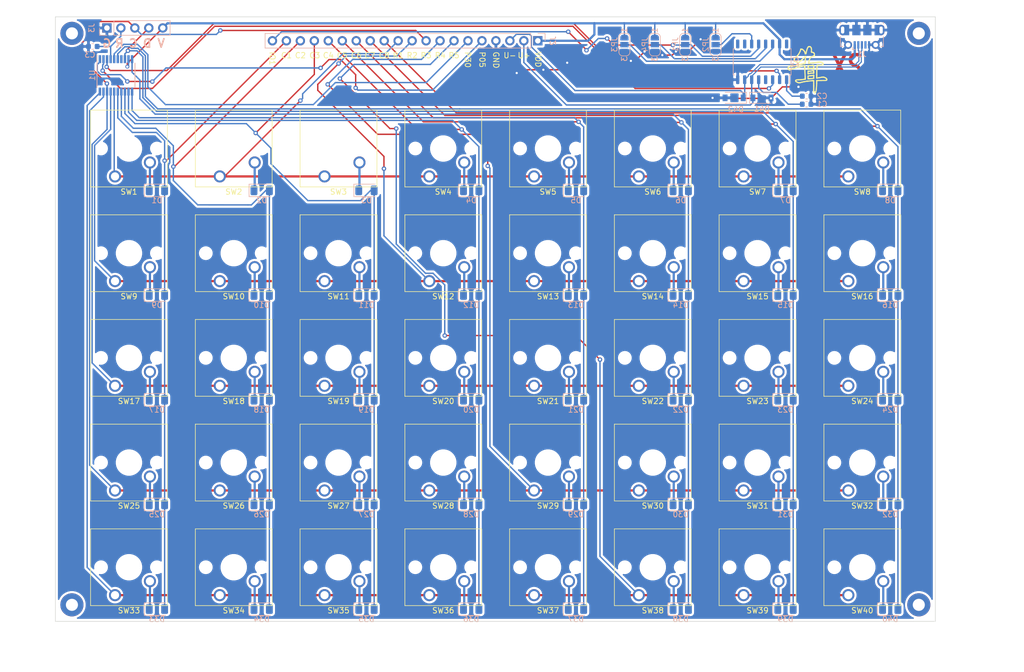
<source format=kicad_pcb>
(kicad_pcb (version 20171130) (host pcbnew "(5.1.5)-3")
  (layers (0 F.Cu signal) (31 B.Cu signal) (34 B.Paste user) (35 F.Paste user) (36 B.SilkS user) (37 F.SilkS user) (38 B.Mask user) (39 F.Mask user) (44 Edge.Cuts user))
  (net 0 "")
  (net 1 GND)
  (net 2 "Net-(C1-Pad2)")
  (net 3 "Net-(C2-Pad1)")
  (net 4 /RST)
  (net 5 "Net-(D1-Pad1)")
  (net 6 COL1)
  (net 7 COL2)
  (net 8 "Net-(D2-Pad1)")
  (net 9 COL3)
  (net 10 "Net-(D3-Pad1)")
  (net 11 COL4)
  (net 12 "Net-(D4-Pad1)")
  (net 13 COL5)
  (net 14 "Net-(D5-Pad1)")
  (net 15 COL6)
  (net 16 "Net-(D6-Pad1)")
  (net 17 "Net-(D7-Pad1)")
  (net 18 COL7)
  (net 19 "Net-(D8-Pad1)")
  (net 20 COL8)
  (net 21 "Net-(D9-Pad1)")
  (net 22 "Net-(D10-Pad1)")
  (net 23 "Net-(D11-Pad1)")
  (net 24 "Net-(D12-Pad1)")
  (net 25 "Net-(D13-Pad1)")
  (net 26 "Net-(D14-Pad1)")
  (net 27 "Net-(D15-Pad1)")
  (net 28 "Net-(D16-Pad1)")
  (net 29 "Net-(D17-Pad1)")
  (net 30 "Net-(D18-Pad1)")
  (net 31 "Net-(D19-Pad1)")
  (net 32 "Net-(D20-Pad1)")
  (net 33 "Net-(D21-Pad1)")
  (net 34 "Net-(D22-Pad1)")
  (net 35 "Net-(D23-Pad1)")
  (net 36 "Net-(D24-Pad1)")
  (net 37 "Net-(D25-Pad1)")
  (net 38 "Net-(D26-Pad1)")
  (net 39 "Net-(D27-Pad1)")
  (net 40 "Net-(D28-Pad1)")
  (net 41 "Net-(D29-Pad1)")
  (net 42 "Net-(D30-Pad1)")
  (net 43 "Net-(D31-Pad1)")
  (net 44 "Net-(D32-Pad1)")
  (net 45 "Net-(D33-Pad1)")
  (net 46 "Net-(D34-Pad1)")
  (net 47 "Net-(D35-Pad1)")
  (net 48 "Net-(D36-Pad1)")
  (net 49 "Net-(D37-Pad1)")
  (net 50 "Net-(D38-Pad1)")
  (net 51 "Net-(D39-Pad1)")
  (net 52 "Net-(D40-Pad1)")
  (net 53 UD+)
  (net 54 UD-)
  (net 55 VDD)
  (net 56 "Net-(J1-Pad4)")
  (net 57 ROW1)
  (net 58 ROW2)
  (net 59 ROW3)
  (net 60 ROW4)
  (net 61 ROW5)
  (net 62 /P05)
  (net 63 IO1)
  (net 64 /P30)
  (net 65 IO2)
  (net 66 IO3)
  (net 67 IO4)
  (net 68 TXD)
  (net 69 RXD)
  (net 70 "Net-(U1-Pad7)")
  (net 71 "Net-(U2-Pad4)")
  (net 72 "Net-(U2-Pad9)")
  (net 73 "Net-(U2-Pad10)")
  (net 74 "Net-(U2-Pad16)")
  (module Connector_USB:USB_Micro-B_Molex-105017-0001 (layer B.Cu) (at 174.6504 43.6372)
    (fp_text reference J1 (at 0 3.1125) (layer B.SilkS) (effects (justify mirror)))
    (fp_text value USB_B_Micro)
    (pad 6 smd rect (at -2.9 -1.2375) (size 1.2 1.9) (layers B.Cu B.Mask) (net 1 GND))
    (pad 6 smd rect (at 2.9 -1.2375) (size 1.2 1.9) (layers B.Cu B.Mask) (net 1 GND))
    (pad 6 thru_hole oval (at 3.5 -1.2375) (size 1.2 1.9) (drill oval 0.6 1.3) (layers *.Cu *.Mask) (net 1 GND))
    (pad 6 thru_hole oval (at -3.5 -1.2375 180) (size 1.2 1.9) (drill oval 0.6 1.3) (layers *.Cu *.Mask) (net 1 GND))
    (pad 6 smd rect (at -1 -1.2375) (size 1.5 1.9) (layers B.Cu B.Paste B.Mask) (net 1 GND))
    (pad 6 thru_hole circle (at 2.5 1.4625) (size 1.45 1.45) (drill 0.85) (layers *.Cu *.Mask) (net 1 GND))
    (pad 3 smd rect (at 0 1.4625) (size 0.4 1.35) (layers B.Cu B.Paste B.Mask) (net 53 UD+))
    (pad 4 smd rect (at 0.65 1.4625) (size 0.4 1.35) (layers B.Cu B.Paste B.Mask) (net 56 "Net-(J1-Pad4)"))
    (pad 5 smd rect (at 1.3 1.4625) (size 0.4 1.35) (layers B.Cu B.Paste B.Mask) (net 1 GND))
    (pad 1 smd rect (at -1.3 1.4625) (size 0.4 1.35) (layers B.Cu B.Paste B.Mask) (net 55 VDD))
    (pad 2 smd rect (at -0.65 1.4625) (size 0.4 1.35) (layers B.Cu B.Paste B.Mask) (net 54 UD-))
    (pad 6 thru_hole circle (at -2.5 1.4625) (size 1.45 1.45) (drill 0.85) (layers *.Cu *.Mask) (net 1 GND))
    (pad 6 smd rect (at 1 -1.2375) (size 1.5 1.9) (layers B.Cu B.Paste B.Mask) (net 1 GND))
  )
  (module Connector_PinSocket_2.54mm:PinSocket_1x05_P2.54mm_Vertical (layer B.Cu) (at 37.3634 42.02176 270)
    (fp_text reference J3 (at 0 2.77 90) (layer B.SilkS) (effects (justify mirror)))
    (fp_text value Nu-link)
    (pad 5 thru_hole oval (at 0 -10.16 270) (size 1.7 1.7) (drill 1) (layers *.Cu *.Mask) (net 55 VDD))
    (pad 4 thru_hole oval (at 0 -7.62 270) (size 1.7 1.7) (drill 1) (layers *.Cu *.Mask) (net 18 COL7))
    (pad 3 thru_hole oval (at 0 -5.08 270) (size 1.7 1.7) (drill 1) (layers *.Cu *.Mask) (net 59 ROW3))
    (pad 2 thru_hole oval (at 0 -2.54 270) (size 1.7 1.7) (drill 1) (layers *.Cu *.Mask) (net 4 /RST))
    (pad 1 thru_hole rect (at 0 0 270) (size 1.7 1.7) (drill 1) (layers *.Cu *.Mask) (net 1 GND))
  )
  (module Connector_PinSocket_2.54mm:PinSocket_1x20_P2.54mm_Vertical (layer B.Cu) (at 115.7224 44.35348 90)
    (fp_text reference J2 (at 0 2.77 270) (layer B.SilkS) (effects (justify mirror)))
    (fp_text value Conn_01x20_Female)
    (pad 20 thru_hole oval (at 0 -48.26 90) (size 1.7 1.7) (drill 1) (layers *.Cu *.Mask) (net 63 IO1))
    (pad 19 thru_hole oval (at 0 -45.72 90) (size 1.7 1.7) (drill 1) (layers *.Cu *.Mask) (net 6 COL1))
    (pad 18 thru_hole oval (at 0 -43.18 90) (size 1.7 1.7) (drill 1) (layers *.Cu *.Mask) (net 7 COL2))
    (pad 17 thru_hole oval (at 0 -40.64 90) (size 1.7 1.7) (drill 1) (layers *.Cu *.Mask) (net 9 COL3))
    (pad 16 thru_hole oval (at 0 -38.1 90) (size 1.7 1.7) (drill 1) (layers *.Cu *.Mask) (net 11 COL4))
    (pad 15 thru_hole oval (at 0 -35.56 90) (size 1.7 1.7) (drill 1) (layers *.Cu *.Mask) (net 13 COL5))
    (pad 14 thru_hole oval (at 0 -33.02 90) (size 1.7 1.7) (drill 1) (layers *.Cu *.Mask) (net 15 COL6))
    (pad 13 thru_hole oval (at 0 -30.48 90) (size 1.7 1.7) (drill 1) (layers *.Cu *.Mask) (net 18 COL7))
    (pad 12 thru_hole oval (at 0 -27.94 90) (size 1.7 1.7) (drill 1) (layers *.Cu *.Mask) (net 20 COL8))
    (pad 11 thru_hole oval (at 0 -25.4 90) (size 1.7 1.7) (drill 1) (layers *.Cu *.Mask) (net 57 ROW1))
    (pad 10 thru_hole oval (at 0 -22.86 90) (size 1.7 1.7) (drill 1) (layers *.Cu *.Mask) (net 58 ROW2))
    (pad 9 thru_hole oval (at 0 -20.32 90) (size 1.7 1.7) (drill 1) (layers *.Cu *.Mask) (net 59 ROW3))
    (pad 8 thru_hole oval (at 0 -17.78 90) (size 1.7 1.7) (drill 1) (layers *.Cu *.Mask) (net 60 ROW4))
    (pad 7 thru_hole oval (at 0 -15.24 90) (size 1.7 1.7) (drill 1) (layers *.Cu *.Mask) (net 61 ROW5))
    (pad 6 thru_hole oval (at 0 -12.7 90) (size 1.7 1.7) (drill 1) (layers *.Cu *.Mask) (net 64 /P30))
    (pad 5 thru_hole oval (at 0 -10.16 90) (size 1.7 1.7) (drill 1) (layers *.Cu *.Mask) (net 62 /P05))
    (pad 4 thru_hole oval (at 0 -7.62 90) (size 1.7 1.7) (drill 1) (layers *.Cu *.Mask) (net 1 GND))
    (pad 3 thru_hole oval (at 0 -5.08 90) (size 1.7 1.7) (drill 1) (layers *.Cu *.Mask) (net 54 UD-))
    (pad 2 thru_hole oval (at 0 -2.54 90) (size 1.7 1.7) (drill 1) (layers *.Cu *.Mask) (net 53 UD+))
    (pad 1 thru_hole rect (at 0 0 90) (size 1.7 1.7) (drill 1) (layers *.Cu *.Mask) (net 55 VDD))
  )
  (module Capacitor_SMD:C_0603_1608Metric (layer B.Cu) (at 164.5919 55.89524 180)
    (fp_text reference C1 (at -2.80426 0.03048 180) (layer B.SilkS) (effects (justify mirror)))
    (fp_text value 0.1uF)
    (pad 1 smd roundrect (at -0.7875 0 180) (size 0.875 0.95) (layers B.Cu B.Paste B.Mask) (net 1 GND))
    (pad 2 smd roundrect (at 0.7875 0 180) (size 0.875 0.95) (layers B.Cu B.Paste B.Mask) (net 2 "Net-(C1-Pad2)"))
  )
  (module Capacitor_SMD:C_0603_1608Metric (layer B.Cu) (at 164.60216 54.4322)
    (fp_text reference C2 (at 2.80924 -0.00508) (layer B.SilkS) (effects (justify mirror)))
    (fp_text value 200pF)
    (pad 2 smd roundrect (at 0.7875 0) (size 0.875 0.95) (layers B.Cu B.Paste B.Mask) (net 1 GND))
    (pad 1 smd roundrect (at -0.7875 0) (size 0.875 0.95) (layers B.Cu B.Paste B.Mask) (net 3 "Net-(C2-Pad1)"))
  )
  (module Capacitor_SMD:C_0603_1608Metric (layer B.Cu) (at 34.798 45.3898)
    (fp_text reference C3 (at -0.51816 1.50876) (layer B.SilkS) (effects (justify mirror)))
    (fp_text value 0.1uF)
    (pad 1 smd roundrect (at -0.7875 0) (size 0.875 0.95) (layers B.Cu B.Paste B.Mask) (net 1 GND))
    (pad 2 smd roundrect (at 0.7875 0) (size 0.875 0.95) (layers B.Cu B.Paste B.Mask) (net 4 /RST))
  )
  (module Diode_SMD:D_1206_3216Metric (layer B.Cu) (at 46.4566 71.5772)
    (fp_text reference D1 (at 0 1.82) (layer B.SilkS) (effects (justify mirror)))
    (fp_text value D_Small)
    (pad 1 smd roundrect (at -1.4 0) (size 1.25 1.75) (layers B.Cu B.Paste B.Mask) (roundrect_rratio 0.2) (net 5 "Net-(D1-Pad1)"))
    (pad 2 smd roundrect (at 1.4 0) (size 1.25 1.75) (layers B.Cu B.Paste B.Mask) (roundrect_rratio 0.2) (net 6 COL1))
  )
  (module Diode_SMD:D_1206_3216Metric (layer B.Cu) (at 65.5066 71.5772)
    (fp_text reference D2 (at 0 1.82) (layer B.SilkS) (effects (justify mirror)))
    (fp_text value D_Small)
    (pad 2 smd roundrect (at 1.4 0) (size 1.25 1.75) (layers B.Cu B.Paste B.Mask) (roundrect_rratio 0.2) (net 7 COL2))
    (pad 1 smd roundrect (at -1.4 0) (size 1.25 1.75) (layers B.Cu B.Paste B.Mask) (roundrect_rratio 0.2) (net 8 "Net-(D2-Pad1)"))
  )
  (module Diode_SMD:D_1206_3216Metric (layer B.Cu) (at 84.5566 71.5772)
    (fp_text reference D3 (at 0 1.82) (layer B.SilkS) (effects (justify mirror)))
    (fp_text value D_Small)
    (pad 2 smd roundrect (at 1.4 0) (size 1.25 1.75) (layers B.Cu B.Paste B.Mask) (roundrect_rratio 0.2) (net 9 COL3))
    (pad 1 smd roundrect (at -1.4 0) (size 1.25 1.75) (layers B.Cu B.Paste B.Mask) (roundrect_rratio 0.2) (net 10 "Net-(D3-Pad1)"))
  )
  (module Diode_SMD:D_1206_3216Metric (layer B.Cu) (at 103.6066 71.5772)
    (fp_text reference D4 (at 0 1.82) (layer B.SilkS) (effects (justify mirror)))
    (fp_text value D_Small)
    (pad 2 smd roundrect (at 1.4 0) (size 1.25 1.75) (layers B.Cu B.Paste B.Mask) (roundrect_rratio 0.2) (net 11 COL4))
    (pad 1 smd roundrect (at -1.4 0) (size 1.25 1.75) (layers B.Cu B.Paste B.Mask) (roundrect_rratio 0.2) (net 12 "Net-(D4-Pad1)"))
  )
  (module Diode_SMD:D_1206_3216Metric (layer B.Cu) (at 122.6566 71.5772)
    (fp_text reference D5 (at 0 1.82) (layer B.SilkS) (effects (justify mirror)))
    (fp_text value D_Small)
    (pad 2 smd roundrect (at 1.4 0) (size 1.25 1.75) (layers B.Cu B.Paste B.Mask) (roundrect_rratio 0.2) (net 13 COL5))
    (pad 1 smd roundrect (at -1.4 0) (size 1.25 1.75) (layers B.Cu B.Paste B.Mask) (roundrect_rratio 0.2) (net 14 "Net-(D5-Pad1)"))
  )
  (module Diode_SMD:D_1206_3216Metric (layer B.Cu) (at 141.7066 71.5772)
    (fp_text reference D6 (at 0 1.82) (layer B.SilkS) (effects (justify mirror)))
    (fp_text value D_Small)
    (pad 2 smd roundrect (at 1.4 0) (size 1.25 1.75) (layers B.Cu B.Paste B.Mask) (roundrect_rratio 0.2) (net 15 COL6))
    (pad 1 smd roundrect (at -1.4 0) (size 1.25 1.75) (layers B.Cu B.Paste B.Mask) (roundrect_rratio 0.2) (net 16 "Net-(D6-Pad1)"))
  )
  (module Diode_SMD:D_1206_3216Metric (layer B.Cu) (at 160.7566 71.5772)
    (fp_text reference D7 (at 0 1.82) (layer B.SilkS) (effects (justify mirror)))
    (fp_text value D_Small)
    (pad 1 smd roundrect (at -1.4 0) (size 1.25 1.75) (layers B.Cu B.Paste B.Mask) (roundrect_rratio 0.2) (net 17 "Net-(D7-Pad1)"))
    (pad 2 smd roundrect (at 1.4 0) (size 1.25 1.75) (layers B.Cu B.Paste B.Mask) (roundrect_rratio 0.2) (net 18 COL7))
  )
  (module Diode_SMD:D_1206_3216Metric (layer B.Cu) (at 179.8066 71.5772)
    (fp_text reference D8 (at 0 1.82) (layer B.SilkS) (effects (justify mirror)))
    (fp_text value D_Small)
    (pad 1 smd roundrect (at -1.4 0) (size 1.25 1.75) (layers B.Cu B.Paste B.Mask) (roundrect_rratio 0.2) (net 19 "Net-(D8-Pad1)"))
    (pad 2 smd roundrect (at 1.4 0) (size 1.25 1.75) (layers B.Cu B.Paste B.Mask) (roundrect_rratio 0.2) (net 20 COL8))
  )
  (module Diode_SMD:D_1206_3216Metric (layer B.Cu) (at 46.4566 90.6272)
    (fp_text reference D9 (at 0 1.82) (layer B.SilkS) (effects (justify mirror)))
    (fp_text value D_Small)
    (pad 1 smd roundrect (at -1.4 0) (size 1.25 1.75) (layers B.Cu B.Paste B.Mask) (roundrect_rratio 0.2) (net 21 "Net-(D9-Pad1)"))
    (pad 2 smd roundrect (at 1.4 0) (size 1.25 1.75) (layers B.Cu B.Paste B.Mask) (roundrect_rratio 0.2) (net 6 COL1))
  )
  (module Diode_SMD:D_1206_3216Metric (layer B.Cu) (at 65.5066 90.6272)
    (fp_text reference D10 (at 0 1.82) (layer B.SilkS) (effects (justify mirror)))
    (fp_text value D_Small)
    (pad 2 smd roundrect (at 1.4 0) (size 1.25 1.75) (layers B.Cu B.Paste B.Mask) (roundrect_rratio 0.2) (net 7 COL2))
    (pad 1 smd roundrect (at -1.4 0) (size 1.25 1.75) (layers B.Cu B.Paste B.Mask) (roundrect_rratio 0.2) (net 22 "Net-(D10-Pad1)"))
  )
  (module Diode_SMD:D_1206_3216Metric (layer B.Cu) (at 84.5566 90.6272)
    (fp_text reference D11 (at 0 1.82) (layer B.SilkS) (effects (justify mirror)))
    (fp_text value D_Small)
    (pad 2 smd roundrect (at 1.4 0) (size 1.25 1.75) (layers B.Cu B.Paste B.Mask) (roundrect_rratio 0.2) (net 9 COL3))
    (pad 1 smd roundrect (at -1.4 0) (size 1.25 1.75) (layers B.Cu B.Paste B.Mask) (roundrect_rratio 0.2) (net 23 "Net-(D11-Pad1)"))
  )
  (module Diode_SMD:D_1206_3216Metric (layer B.Cu) (at 103.6066 90.6272)
    (fp_text reference D12 (at 0 1.82) (layer B.SilkS) (effects (justify mirror)))
    (fp_text value D_Small)
    (pad 2 smd roundrect (at 1.4 0) (size 1.25 1.75) (layers B.Cu B.Paste B.Mask) (roundrect_rratio 0.2) (net 11 COL4))
    (pad 1 smd roundrect (at -1.4 0) (size 1.25 1.75) (layers B.Cu B.Paste B.Mask) (roundrect_rratio 0.2) (net 24 "Net-(D12-Pad1)"))
  )
  (module Diode_SMD:D_1206_3216Metric (layer B.Cu) (at 122.6566 90.6272)
    (fp_text reference D13 (at 0 1.82) (layer B.SilkS) (effects (justify mirror)))
    (fp_text value D_Small)
    (pad 2 smd roundrect (at 1.4 0) (size 1.25 1.75) (layers B.Cu B.Paste B.Mask) (roundrect_rratio 0.2) (net 13 COL5))
    (pad 1 smd roundrect (at -1.4 0) (size 1.25 1.75) (layers B.Cu B.Paste B.Mask) (roundrect_rratio 0.2) (net 25 "Net-(D13-Pad1)"))
  )
  (module Diode_SMD:D_1206_3216Metric (layer B.Cu) (at 141.7066 90.6272)
    (fp_text reference D14 (at 0 1.82) (layer B.SilkS) (effects (justify mirror)))
    (fp_text value D_Small)
    (pad 1 smd roundrect (at -1.4 0) (size 1.25 1.75) (layers B.Cu B.Paste B.Mask) (roundrect_rratio 0.2) (net 26 "Net-(D14-Pad1)"))
    (pad 2 smd roundrect (at 1.4 0) (size 1.25 1.75) (layers B.Cu B.Paste B.Mask) (roundrect_rratio 0.2) (net 15 COL6))
  )
  (module Diode_SMD:D_1206_3216Metric (layer B.Cu) (at 160.7566 90.6272)
    (fp_text reference D15 (at 0 1.82) (layer B.SilkS) (effects (justify mirror)))
    (fp_text value D_Small)
    (pad 1 smd roundrect (at -1.4 0) (size 1.25 1.75) (layers B.Cu B.Paste B.Mask) (roundrect_rratio 0.2) (net 27 "Net-(D15-Pad1)"))
    (pad 2 smd roundrect (at 1.4 0) (size 1.25 1.75) (layers B.Cu B.Paste B.Mask) (roundrect_rratio 0.2) (net 18 COL7))
  )
  (module Diode_SMD:D_1206_3216Metric (layer B.Cu) (at 179.8066 90.6272)
    (fp_text reference D16 (at 0 1.82) (layer B.SilkS) (effects (justify mirror)))
    (fp_text value D_Small)
    (pad 1 smd roundrect (at -1.4 0) (size 1.25 1.75) (layers B.Cu B.Paste B.Mask) (roundrect_rratio 0.2) (net 28 "Net-(D16-Pad1)"))
    (pad 2 smd roundrect (at 1.4 0) (size 1.25 1.75) (layers B.Cu B.Paste B.Mask) (roundrect_rratio 0.2) (net 20 COL8))
  )
  (module Diode_SMD:D_1206_3216Metric (layer B.Cu) (at 46.4566 109.6772)
    (fp_text reference D17 (at 0 1.82) (layer B.SilkS) (effects (justify mirror)))
    (fp_text value D_Small)
    (pad 1 smd roundrect (at -1.4 0) (size 1.25 1.75) (layers B.Cu B.Paste B.Mask) (roundrect_rratio 0.2) (net 29 "Net-(D17-Pad1)"))
    (pad 2 smd roundrect (at 1.4 0) (size 1.25 1.75) (layers B.Cu B.Paste B.Mask) (roundrect_rratio 0.2) (net 6 COL1))
  )
  (module Diode_SMD:D_1206_3216Metric (layer B.Cu) (at 65.5066 109.6772)
    (fp_text reference D18 (at 0 1.82) (layer B.SilkS) (effects (justify mirror)))
    (fp_text value D_Small)
    (pad 2 smd roundrect (at 1.4 0) (size 1.25 1.75) (layers B.Cu B.Paste B.Mask) (roundrect_rratio 0.2) (net 7 COL2))
    (pad 1 smd roundrect (at -1.4 0) (size 1.25 1.75) (layers B.Cu B.Paste B.Mask) (roundrect_rratio 0.2) (net 30 "Net-(D18-Pad1)"))
  )
  (module Diode_SMD:D_1206_3216Metric (layer B.Cu) (at 84.5566 109.6772)
    (fp_text reference D19 (at 0 1.82) (layer B.SilkS) (effects (justify mirror)))
    (fp_text value D_Small)
    (pad 2 smd roundrect (at 1.4 0) (size 1.25 1.75) (layers B.Cu B.Paste B.Mask) (roundrect_rratio 0.2) (net 9 COL3))
    (pad 1 smd roundrect (at -1.4 0) (size 1.25 1.75) (layers B.Cu B.Paste B.Mask) (roundrect_rratio 0.2) (net 31 "Net-(D19-Pad1)"))
  )
  (module Diode_SMD:D_1206_3216Metric (layer B.Cu) (at 103.6066 109.6772)
    (fp_text reference D20 (at 0 1.82) (layer B.SilkS) (effects (justify mirror)))
    (fp_text value D_Small)
    (pad 2 smd roundrect (at 1.4 0) (size 1.25 1.75) (layers B.Cu B.Paste B.Mask) (roundrect_rratio 0.2) (net 11 COL4))
    (pad 1 smd roundrect (at -1.4 0) (size 1.25 1.75) (layers B.Cu B.Paste B.Mask) (roundrect_rratio 0.2) (net 32 "Net-(D20-Pad1)"))
  )
  (module Diode_SMD:D_1206_3216Metric (layer B.Cu) (at 122.6566 109.6772)
    (fp_text reference D21 (at 0 1.82) (layer B.SilkS) (effects (justify mirror)))
    (fp_text value D_Small)
    (pad 2 smd roundrect (at 1.4 0) (size 1.25 1.75) (layers B.Cu B.Paste B.Mask) (roundrect_rratio 0.2) (net 13 COL5))
    (pad 1 smd roundrect (at -1.4 0) (size 1.25 1.75) (layers B.Cu B.Paste B.Mask) (roundrect_rratio 0.2) (net 33 "Net-(D21-Pad1)"))
  )
  (module Diode_SMD:D_1206_3216Metric (layer B.Cu) (at 141.7066 109.6772)
    (fp_text reference D22 (at 0 1.82) (layer B.SilkS) (effects (justify mirror)))
    (fp_text value D_Small)
    (pad 1 smd roundrect (at -1.4 0) (size 1.25 1.75) (layers B.Cu B.Paste B.Mask) (roundrect_rratio 0.2) (net 34 "Net-(D22-Pad1)"))
    (pad 2 smd roundrect (at 1.4 0) (size 1.25 1.75) (layers B.Cu B.Paste B.Mask) (roundrect_rratio 0.2) (net 15 COL6))
  )
  (module Diode_SMD:D_1206_3216Metric (layer B.Cu) (at 160.7566 109.6772)
    (fp_text reference D23 (at 0 1.82) (layer B.SilkS) (effects (justify mirror)))
    (fp_text value D_Small)
    (pad 1 smd roundrect (at -1.4 0) (size 1.25 1.75) (layers B.Cu B.Paste B.Mask) (roundrect_rratio 0.2) (net 35 "Net-(D23-Pad1)"))
    (pad 2 smd roundrect (at 1.4 0) (size 1.25 1.75) (layers B.Cu B.Paste B.Mask) (roundrect_rratio 0.2) (net 18 COL7))
  )
  (module Diode_SMD:D_1206_3216Metric (layer B.Cu) (at 179.8066 109.6772)
    (fp_text reference D24 (at 0 1.82) (layer B.SilkS) (effects (justify mirror)))
    (fp_text value D_Small)
    (pad 1 smd roundrect (at -1.4 0) (size 1.25 1.75) (layers B.Cu B.Paste B.Mask) (roundrect_rratio 0.2) (net 36 "Net-(D24-Pad1)"))
    (pad 2 smd roundrect (at 1.4 0) (size 1.25 1.75) (layers B.Cu B.Paste B.Mask) (roundrect_rratio 0.2) (net 20 COL8))
  )
  (module Diode_SMD:D_1206_3216Metric (layer B.Cu) (at 46.4566 128.7272)
    (fp_text reference D25 (at 0 1.82) (layer B.SilkS) (effects (justify mirror)))
    (fp_text value D_Small)
    (pad 1 smd roundrect (at -1.4 0) (size 1.25 1.75) (layers B.Cu B.Paste B.Mask) (roundrect_rratio 0.2) (net 37 "Net-(D25-Pad1)"))
    (pad 2 smd roundrect (at 1.4 0) (size 1.25 1.75) (layers B.Cu B.Paste B.Mask) (roundrect_rratio 0.2) (net 6 COL1))
  )
  (module Diode_SMD:D_1206_3216Metric (layer B.Cu) (at 65.5066 128.7272)
    (fp_text reference D26 (at 0 1.82) (layer B.SilkS) (effects (justify mirror)))
    (fp_text value D_Small)
    (pad 2 smd roundrect (at 1.4 0) (size 1.25 1.75) (layers B.Cu B.Paste B.Mask) (roundrect_rratio 0.2) (net 7 COL2))
    (pad 1 smd roundrect (at -1.4 0) (size 1.25 1.75) (layers B.Cu B.Paste B.Mask) (roundrect_rratio 0.2) (net 38 "Net-(D26-Pad1)"))
  )
  (module Diode_SMD:D_1206_3216Metric (layer B.Cu) (at 84.5566 128.7272)
    (fp_text reference D27 (at 0 1.82) (layer B.SilkS) (effects (justify mirror)))
    (fp_text value D_Small)
    (pad 2 smd roundrect (at 1.4 0) (size 1.25 1.75) (layers B.Cu B.Paste B.Mask) (roundrect_rratio 0.2) (net 9 COL3))
    (pad 1 smd roundrect (at -1.4 0) (size 1.25 1.75) (layers B.Cu B.Paste B.Mask) (roundrect_rratio 0.2) (net 39 "Net-(D27-Pad1)"))
  )
  (module Diode_SMD:D_1206_3216Metric (layer B.Cu) (at 103.6066 128.7272)
    (fp_text reference D28 (at 0 1.82) (layer B.SilkS) (effects (justify mirror)))
    (fp_text value D_Small)
    (pad 2 smd roundrect (at 1.4 0) (size 1.25 1.75) (layers B.Cu B.Paste B.Mask) (roundrect_rratio 0.2) (net 11 COL4))
    (pad 1 smd roundrect (at -1.4 0) (size 1.25 1.75) (layers B.Cu B.Paste B.Mask) (roundrect_rratio 0.2) (net 40 "Net-(D28-Pad1)"))
  )
  (module Diode_SMD:D_1206_3216Metric (layer B.Cu) (at 122.6566 128.7272)
    (fp_text reference D29 (at 0 1.82) (layer B.SilkS) (effects (justify mirror)))
    (fp_text value D_Small)
    (pad 1 smd roundrect (at -1.4 0) (size 1.25 1.75) (layers B.Cu B.Paste B.Mask) (roundrect_rratio 0.2) (net 41 "Net-(D29-Pad1)"))
    (pad 2 smd roundrect (at 1.4 0) (size 1.25 1.75) (layers B.Cu B.Paste B.Mask) (roundrect_rratio 0.2) (net 13 COL5))
  )
  (module Diode_SMD:D_1206_3216Metric (layer B.Cu) (at 141.7066 128.7272)
    (fp_text reference D30 (at 0 1.82) (layer B.SilkS) (effects (justify mirror)))
    (fp_text value D_Small)
    (pad 1 smd roundrect (at -1.4 0) (size 1.25 1.75) (layers B.Cu B.Paste B.Mask) (roundrect_rratio 0.2) (net 42 "Net-(D30-Pad1)"))
    (pad 2 smd roundrect (at 1.4 0) (size 1.25 1.75) (layers B.Cu B.Paste B.Mask) (roundrect_rratio 0.2) (net 15 COL6))
  )
  (module Diode_SMD:D_1206_3216Metric (layer B.Cu) (at 160.7566 128.7272)
    (fp_text reference D31 (at 0 1.82) (layer B.SilkS) (effects (justify mirror)))
    (fp_text value D_Small)
    (pad 1 smd roundrect (at -1.4 0) (size 1.25 1.75) (layers B.Cu B.Paste B.Mask) (roundrect_rratio 0.2) (net 43 "Net-(D31-Pad1)"))
    (pad 2 smd roundrect (at 1.4 0) (size 1.25 1.75) (layers B.Cu B.Paste B.Mask) (roundrect_rratio 0.2) (net 18 COL7))
  )
  (module Diode_SMD:D_1206_3216Metric (layer B.Cu) (at 179.8066 128.7272)
    (fp_text reference D32 (at 0 1.82) (layer B.SilkS) (effects (justify mirror)))
    (fp_text value D_Small)
    (pad 1 smd roundrect (at -1.4 0) (size 1.25 1.75) (layers B.Cu B.Paste B.Mask) (roundrect_rratio 0.2) (net 44 "Net-(D32-Pad1)"))
    (pad 2 smd roundrect (at 1.4 0) (size 1.25 1.75) (layers B.Cu B.Paste B.Mask) (roundrect_rratio 0.2) (net 20 COL8))
  )
  (module Diode_SMD:D_1206_3216Metric (layer B.Cu) (at 46.4566 147.7772)
    (fp_text reference D33 (at 0 1.82) (layer B.SilkS) (effects (justify mirror)))
    (fp_text value D_Small)
    (pad 2 smd roundrect (at 1.4 0) (size 1.25 1.75) (layers B.Cu B.Paste B.Mask) (roundrect_rratio 0.2) (net 6 COL1))
    (pad 1 smd roundrect (at -1.4 0) (size 1.25 1.75) (layers B.Cu B.Paste B.Mask) (roundrect_rratio 0.2) (net 45 "Net-(D33-Pad1)"))
  )
  (module Diode_SMD:D_1206_3216Metric (layer B.Cu) (at 65.5066 147.7772)
    (fp_text reference D34 (at 0 1.82) (layer B.SilkS) (effects (justify mirror)))
    (fp_text value D_Small)
    (pad 2 smd roundrect (at 1.4 0) (size 1.25 1.75) (layers B.Cu B.Paste B.Mask) (roundrect_rratio 0.2) (net 7 COL2))
    (pad 1 smd roundrect (at -1.4 0) (size 1.25 1.75) (layers B.Cu B.Paste B.Mask) (roundrect_rratio 0.2) (net 46 "Net-(D34-Pad1)"))
  )
  (module Diode_SMD:D_1206_3216Metric (layer B.Cu) (at 84.5566 147.7772)
    (fp_text reference D35 (at 0 1.82) (layer B.SilkS) (effects (justify mirror)))
    (fp_text value D_Small)
    (pad 2 smd roundrect (at 1.4 0) (size 1.25 1.75) (layers B.Cu B.Paste B.Mask) (roundrect_rratio 0.2) (net 9 COL3))
    (pad 1 smd roundrect (at -1.4 0) (size 1.25 1.75) (layers B.Cu B.Paste B.Mask) (roundrect_rratio 0.2) (net 47 "Net-(D35-Pad1)"))
  )
  (module Diode_SMD:D_1206_3216Metric (layer B.Cu) (at 103.6066 147.7772)
    (fp_text reference D36 (at 0 1.82) (layer B.SilkS) (effects (justify mirror)))
    (fp_text value D_Small)
    (pad 2 smd roundrect (at 1.4 0) (size 1.25 1.75) (layers B.Cu B.Paste B.Mask) (roundrect_rratio 0.2) (net 11 COL4))
    (pad 1 smd roundrect (at -1.4 0) (size 1.25 1.75) (layers B.Cu B.Paste B.Mask) (roundrect_rratio 0.2) (net 48 "Net-(D36-Pad1)"))
  )
  (module Diode_SMD:D_1206_3216Metric (layer B.Cu) (at 122.6566 147.7772)
    (fp_text reference D37 (at 0 1.82) (layer B.SilkS) (effects (justify mirror)))
    (fp_text value D_Small)
    (pad 1 smd roundrect (at -1.4 0) (size 1.25 1.75) (layers B.Cu B.Paste B.Mask) (roundrect_rratio 0.2) (net 49 "Net-(D37-Pad1)"))
    (pad 2 smd roundrect (at 1.4 0) (size 1.25 1.75) (layers B.Cu B.Paste B.Mask) (roundrect_rratio 0.2) (net 13 COL5))
  )
  (module Diode_SMD:D_1206_3216Metric (layer B.Cu) (at 141.7066 147.7772)
    (fp_text reference D38 (at 0 1.82) (layer B.SilkS) (effects (justify mirror)))
    (fp_text value D_Small)
    (pad 1 smd roundrect (at -1.4 0) (size 1.25 1.75) (layers B.Cu B.Paste B.Mask) (roundrect_rratio 0.2) (net 50 "Net-(D38-Pad1)"))
    (pad 2 smd roundrect (at 1.4 0) (size 1.25 1.75) (layers B.Cu B.Paste B.Mask) (roundrect_rratio 0.2) (net 15 COL6))
  )
  (module Diode_SMD:D_1206_3216Metric (layer B.Cu) (at 160.7566 147.7772)
    (fp_text reference D39 (at 0 1.82) (layer B.SilkS) (effects (justify mirror)))
    (fp_text value D_Small)
    (pad 1 smd roundrect (at -1.4 0) (size 1.25 1.75) (layers B.Cu B.Paste B.Mask) (roundrect_rratio 0.2) (net 51 "Net-(D39-Pad1)"))
    (pad 2 smd roundrect (at 1.4 0) (size 1.25 1.75) (layers B.Cu B.Paste B.Mask) (roundrect_rratio 0.2) (net 18 COL7))
  )
  (module Diode_SMD:D_1206_3216Metric (layer B.Cu) (at 179.8066 147.7772)
    (fp_text reference D40 (at 0 1.82) (layer B.SilkS) (effects (justify mirror)))
    (fp_text value D_Small)
    (pad 1 smd roundrect (at -1.4 0) (size 1.25 1.75) (layers B.Cu B.Paste B.Mask) (roundrect_rratio 0.2) (net 52 "Net-(D40-Pad1)"))
    (pad 2 smd roundrect (at 1.4 0) (size 1.25 1.75) (layers B.Cu B.Paste B.Mask) (roundrect_rratio 0.2) (net 20 COL8))
  )
  (module Diode_SMD:D_SOD-123 (layer B.Cu) (at 156.47824 54.74208)
    (fp_text reference D41 (at 0 2) (layer B.SilkS) (effects (justify mirror)))
    (fp_text value B0520)
    (pad 1 smd rect (at -1.65 0) (size 0.9 1.2) (layers B.Cu B.Paste B.Mask) (net 53 UD+))
    (pad 2 smd rect (at 1.65 0) (size 0.9 1.2) (layers B.Cu B.Paste B.Mask) (net 1 GND))
  )
  (module Diode_SMD:D_SOD-123 (layer B.Cu) (at 151.41956 54.74208 180)
    (fp_text reference D42 (at -0.3048 -2.08788) (layer B.SilkS) (effects (justify mirror)))
    (fp_text value B0520)
    (pad 2 smd rect (at 1.65 0 180) (size 0.9 1.2) (layers B.Cu B.Paste B.Mask) (net 1 GND))
    (pad 1 smd rect (at -1.65 0 180) (size 0.9 1.2) (layers B.Cu B.Paste B.Mask) (net 54 UD-))
  )
  (module Jumper:SolderJumper-3_P1.3mm_Open_RoundedPad1.0x1.5mm_NumberLabels (layer B.Cu) (at 142.522786 45.04944 270)
    (fp_text reference JP1 (at 0 1.8 90) (layer B.SilkS) (effects (justify mirror)))
    (fp_text value SolderJumper_3_Open)
    (fp_text user 1 (at -2.6 0 90) (layer B.SilkS) (effects (justify mirror)))
    (fp_text user 3 (at 2.6 0 90) (layer B.SilkS) (effects (justify mirror)))
    (pad 2 smd rect (at 0 0 270) (size 1 1.5) (layers B.Cu B.Mask) (net 63 IO1))
    (pad 3 smd custom (at 1.3 0 270) (size 1 0.5) (layers B.Cu B.Mask) (net 1 GND) (options (clearance outline) (anchor rect)) (primitives (gr_circle (center 0 -0.25) (end 0.5 -0.25) (width 0)) (gr_circle (center 0 0.25) (end 0.5 0.25) (width 0)) (gr_poly (pts (xy -0.55 0.75) (xy 0 0.75) (xy 0 -0.75) (xy -0.55 -0.75)) (width 0))))
    (pad 1 smd custom (at -1.3 0 270) (size 1 0.5) (layers B.Cu B.Mask) (net 55 VDD) (options (clearance outline) (anchor rect)) (primitives (gr_circle (center 0 -0.25) (end 0.5 -0.25) (width 0)) (gr_circle (center 0 0.25) (end 0.5 0.25) (width 0)) (gr_poly (pts (xy 0.55 0.75) (xy 0 0.75) (xy 0 -0.75) (xy 0.55 -0.75)) (width 0))))
  )
  (module Jumper:SolderJumper-3_P1.3mm_Open_RoundedPad1.0x1.5mm_NumberLabels (layer B.Cu) (at 148.05152 45.04944 270)
    (fp_text reference JP2 (at 0 1.8 90) (layer B.SilkS) (effects (justify mirror)))
    (fp_text value SolderJumper_3_Open)
    (fp_text user 3 (at 2.6 0 90) (layer B.SilkS) (effects (justify mirror)))
    (fp_text user 1 (at -2.6 0 90) (layer B.SilkS) (effects (justify mirror)))
    (pad 1 smd custom (at -1.3 0 270) (size 1 0.5) (layers B.Cu B.Mask) (net 55 VDD) (options (clearance outline) (anchor rect)) (primitives (gr_circle (center 0 -0.25) (end 0.5 -0.25) (width 0)) (gr_circle (center 0 0.25) (end 0.5 0.25) (width 0)) (gr_poly (pts (xy 0.55 0.75) (xy 0 0.75) (xy 0 -0.75) (xy 0.55 -0.75)) (width 0))))
    (pad 3 smd custom (at 1.3 0 270) (size 1 0.5) (layers B.Cu B.Mask) (net 1 GND) (options (clearance outline) (anchor rect)) (primitives (gr_circle (center 0 -0.25) (end 0.5 -0.25) (width 0)) (gr_circle (center 0 0.25) (end 0.5 0.25) (width 0)) (gr_poly (pts (xy -0.55 0.75) (xy 0 0.75) (xy 0 -0.75) (xy -0.55 -0.75)) (width 0))))
    (pad 2 smd rect (at 0 0 270) (size 1 1.5) (layers B.Cu B.Mask) (net 65 IO2))
  )
  (module Jumper:SolderJumper-3_P1.3mm_Open_RoundedPad1.0x1.5mm_NumberLabels (layer B.Cu) (at 131.46532 45.04944 270)
    (fp_text reference JP3 (at 0 1.8 90) (layer B.SilkS) (effects (justify mirror)))
    (fp_text value SolderJumper_3_Open)
    (fp_text user 1 (at -2.6 0 90) (layer B.SilkS) (effects (justify mirror)))
    (fp_text user 3 (at 2.6 0 90) (layer B.SilkS) (effects (justify mirror)))
    (pad 2 smd rect (at 0 0 270) (size 1 1.5) (layers B.Cu B.Mask) (net 66 IO3))
    (pad 3 smd custom (at 1.3 0 270) (size 1 0.5) (layers B.Cu B.Mask) (net 1 GND) (options (clearance outline) (anchor rect)) (primitives (gr_circle (center 0 -0.25) (end 0.5 -0.25) (width 0)) (gr_circle (center 0 0.25) (end 0.5 0.25) (width 0)) (gr_poly (pts (xy -0.55 0.75) (xy 0 0.75) (xy 0 -0.75) (xy -0.55 -0.75)) (width 0))))
    (pad 1 smd custom (at -1.3 0 270) (size 1 0.5) (layers B.Cu B.Mask) (net 55 VDD) (options (clearance outline) (anchor rect)) (primitives (gr_circle (center 0 -0.25) (end 0.5 -0.25) (width 0)) (gr_circle (center 0 0.25) (end 0.5 0.25) (width 0)) (gr_poly (pts (xy 0.55 0.75) (xy 0 0.75) (xy 0 -0.75) (xy 0.55 -0.75)) (width 0))))
  )
  (module Jumper:SolderJumper-3_P1.3mm_Open_RoundedPad1.0x1.5mm_NumberLabels (layer B.Cu) (at 136.994053 45.04944 270)
    (fp_text reference JP4 (at 0 1.8 90) (layer B.SilkS) (effects (justify mirror)))
    (fp_text value SolderJumper_3_Open)
    (fp_text user 3 (at 2.6 0 90) (layer B.SilkS) (effects (justify mirror)))
    (fp_text user 1 (at -2.6 0 90) (layer B.SilkS) (effects (justify mirror)))
    (pad 1 smd custom (at -1.3 0 270) (size 1 0.5) (layers B.Cu B.Mask) (net 55 VDD) (options (clearance outline) (anchor rect)) (primitives (gr_circle (center 0 -0.25) (end 0.5 -0.25) (width 0)) (gr_circle (center 0 0.25) (end 0.5 0.25) (width 0)) (gr_poly (pts (xy 0.55 0.75) (xy 0 0.75) (xy 0 -0.75) (xy 0.55 -0.75)) (width 0))))
    (pad 3 smd custom (at 1.3 0 270) (size 1 0.5) (layers B.Cu B.Mask) (net 1 GND) (options (clearance outline) (anchor rect)) (primitives (gr_circle (center 0 -0.25) (end 0.5 -0.25) (width 0)) (gr_circle (center 0 0.25) (end 0.5 0.25) (width 0)) (gr_poly (pts (xy -0.55 0.75) (xy 0 0.75) (xy 0 -0.75) (xy -0.55 -0.75)) (width 0))))
    (pad 2 smd rect (at 0 0 270) (size 1 1.5) (layers B.Cu B.Mask) (net 67 IO4))
  )
  (module Button_Switch_Keyboard:SW_Cherry_MX_1.00u_PCB (layer F.Cu) (at 38.8366 69.0372 180)
    (fp_text reference SW1 (at -2.54 -2.794) (layer F.SilkS))
    (fp_text value SW_Push)
    (pad "" np_thru_hole circle (at 2.54 5.08 180) (size 1.7 1.7) (drill 1.7) (layers *.Cu *.Mask))
    (pad "" np_thru_hole circle (at -7.62 5.08 180) (size 1.7 1.7) (drill 1.7) (layers *.Cu *.Mask))
    (pad "" np_thru_hole circle (at -2.54 5.08 180) (size 4 4) (drill 4) (layers *.Cu *.Mask))
    (pad 2 thru_hole circle (at -6.35 2.54 180) (size 2.2 2.2) (drill 1.5) (layers *.Cu *.Mask) (net 5 "Net-(D1-Pad1)"))
    (pad 1 thru_hole circle (at 0 0 180) (size 2.2 2.2) (drill 1.5) (layers *.Cu *.Mask) (net 57 ROW1))
  )
  (module Button_Switch_Keyboard:SW_Cherry_MX_1.00u_PCB (layer F.Cu) (at 57.8866 69.0372 180)
    (fp_text reference SW2 (at -2.54 -2.794) (layer F.SilkS))
    (fp_text value SW_Push)
    (pad 1 thru_hole circle (at 0 0 180) (size 2.2 2.2) (drill 1.5) (layers *.Cu *.Mask) (net 57 ROW1))
    (pad 2 thru_hole circle (at -6.35 2.54 180) (size 2.2 2.2) (drill 1.5) (layers *.Cu *.Mask) (net 8 "Net-(D2-Pad1)"))
    (pad "" np_thru_hole circle (at -2.54 5.08 180) (size 4 4) (drill 4) (layers *.Cu *.Mask))
    (pad "" np_thru_hole circle (at -7.62 5.08 180) (size 1.7 1.7) (drill 1.7) (layers *.Cu *.Mask))
    (pad "" np_thru_hole circle (at 2.54 5.08 180) (size 1.7 1.7) (drill 1.7) (layers *.Cu *.Mask))
  )
  (module Button_Switch_Keyboard:SW_Cherry_MX_1.00u_PCB (layer F.Cu) (at 76.9366 69.0372 180)
    (fp_text reference SW3 (at -2.54 -2.794) (layer F.SilkS))
    (fp_text value SW_Push)
    (pad "" np_thru_hole circle (at 2.54 5.08 180) (size 1.7 1.7) (drill 1.7) (layers *.Cu *.Mask))
    (pad "" np_thru_hole circle (at -7.62 5.08 180) (size 1.7 1.7) (drill 1.7) (layers *.Cu *.Mask))
    (pad "" np_thru_hole circle (at -2.54 5.08 180) (size 4 4) (drill 4) (layers *.Cu *.Mask))
    (pad 2 thru_hole circle (at -6.35 2.54 180) (size 2.2 2.2) (drill 1.5) (layers *.Cu *.Mask) (net 10 "Net-(D3-Pad1)"))
    (pad 1 thru_hole circle (at 0 0 180) (size 2.2 2.2) (drill 1.5) (layers *.Cu *.Mask) (net 57 ROW1))
  )
  (module Button_Switch_Keyboard:SW_Cherry_MX_1.00u_PCB (layer F.Cu) (at 95.9866 69.0372 180)
    (fp_text reference SW4 (at -2.54 -2.794) (layer F.SilkS))
    (fp_text value SW_Push)
    (pad "" np_thru_hole circle (at 2.54 5.08 180) (size 1.7 1.7) (drill 1.7) (layers *.Cu *.Mask))
    (pad "" np_thru_hole circle (at -7.62 5.08 180) (size 1.7 1.7) (drill 1.7) (layers *.Cu *.Mask))
    (pad "" np_thru_hole circle (at -2.54 5.08 180) (size 4 4) (drill 4) (layers *.Cu *.Mask))
    (pad 2 thru_hole circle (at -6.35 2.54 180) (size 2.2 2.2) (drill 1.5) (layers *.Cu *.Mask) (net 12 "Net-(D4-Pad1)"))
    (pad 1 thru_hole circle (at 0 0 180) (size 2.2 2.2) (drill 1.5) (layers *.Cu *.Mask) (net 57 ROW1))
  )
  (module Button_Switch_Keyboard:SW_Cherry_MX_1.00u_PCB (layer F.Cu) (at 115.0366 69.0372 180)
    (fp_text reference SW5 (at -2.54 -2.794) (layer F.SilkS))
    (fp_text value SW_Push)
    (pad "" np_thru_hole circle (at 2.54 5.08 180) (size 1.7 1.7) (drill 1.7) (layers *.Cu *.Mask))
    (pad "" np_thru_hole circle (at -7.62 5.08 180) (size 1.7 1.7) (drill 1.7) (layers *.Cu *.Mask))
    (pad "" np_thru_hole circle (at -2.54 5.08 180) (size 4 4) (drill 4) (layers *.Cu *.Mask))
    (pad 2 thru_hole circle (at -6.35 2.54 180) (size 2.2 2.2) (drill 1.5) (layers *.Cu *.Mask) (net 14 "Net-(D5-Pad1)"))
    (pad 1 thru_hole circle (at 0 0 180) (size 2.2 2.2) (drill 1.5) (layers *.Cu *.Mask) (net 57 ROW1))
  )
  (module Button_Switch_Keyboard:SW_Cherry_MX_1.00u_PCB (layer F.Cu) (at 134.0866 69.0372 180)
    (fp_text reference SW6 (at -2.54 -2.794) (layer F.SilkS))
    (fp_text value SW_Push)
    (pad 1 thru_hole circle (at 0 0 180) (size 2.2 2.2) (drill 1.5) (layers *.Cu *.Mask) (net 57 ROW1))
    (pad 2 thru_hole circle (at -6.35 2.54 180) (size 2.2 2.2) (drill 1.5) (layers *.Cu *.Mask) (net 16 "Net-(D6-Pad1)"))
    (pad "" np_thru_hole circle (at -2.54 5.08 180) (size 4 4) (drill 4) (layers *.Cu *.Mask))
    (pad "" np_thru_hole circle (at -7.62 5.08 180) (size 1.7 1.7) (drill 1.7) (layers *.Cu *.Mask))
    (pad "" np_thru_hole circle (at 2.54 5.08 180) (size 1.7 1.7) (drill 1.7) (layers *.Cu *.Mask))
  )
  (module Button_Switch_Keyboard:SW_Cherry_MX_1.00u_PCB (layer F.Cu) (at 153.1366 69.0372 180)
    (fp_text reference SW7 (at -2.54 -2.794) (layer F.SilkS))
    (fp_text value SW_Push)
    (pad 1 thru_hole circle (at 0 0 180) (size 2.2 2.2) (drill 1.5) (layers *.Cu *.Mask) (net 57 ROW1))
    (pad 2 thru_hole circle (at -6.35 2.54 180) (size 2.2 2.2) (drill 1.5) (layers *.Cu *.Mask) (net 17 "Net-(D7-Pad1)"))
    (pad "" np_thru_hole circle (at -2.54 5.08 180) (size 4 4) (drill 4) (layers *.Cu *.Mask))
    (pad "" np_thru_hole circle (at -7.62 5.08 180) (size 1.7 1.7) (drill 1.7) (layers *.Cu *.Mask))
    (pad "" np_thru_hole circle (at 2.54 5.08 180) (size 1.7 1.7) (drill 1.7) (layers *.Cu *.Mask))
  )
  (module Button_Switch_Keyboard:SW_Cherry_MX_1.00u_PCB (layer F.Cu) (at 172.1866 69.0372 180)
    (fp_text reference SW8 (at -2.54 -2.794) (layer F.SilkS))
    (fp_text value SW_Push)
    (pad 1 thru_hole circle (at 0 0 180) (size 2.2 2.2) (drill 1.5) (layers *.Cu *.Mask) (net 57 ROW1))
    (pad 2 thru_hole circle (at -6.35 2.54 180) (size 2.2 2.2) (drill 1.5) (layers *.Cu *.Mask) (net 19 "Net-(D8-Pad1)"))
    (pad "" np_thru_hole circle (at -2.54 5.08 180) (size 4 4) (drill 4) (layers *.Cu *.Mask))
    (pad "" np_thru_hole circle (at -7.62 5.08 180) (size 1.7 1.7) (drill 1.7) (layers *.Cu *.Mask))
    (pad "" np_thru_hole circle (at 2.54 5.08 180) (size 1.7 1.7) (drill 1.7) (layers *.Cu *.Mask))
  )
  (module Button_Switch_Keyboard:SW_Cherry_MX_1.00u_PCB (layer F.Cu) (at 38.8366 88.0872 180)
    (fp_text reference SW9 (at -2.54 -2.794) (layer F.SilkS))
    (fp_text value SW_Push)
    (pad 1 thru_hole circle (at 0 0 180) (size 2.2 2.2) (drill 1.5) (layers *.Cu *.Mask) (net 58 ROW2))
    (pad 2 thru_hole circle (at -6.35 2.54 180) (size 2.2 2.2) (drill 1.5) (layers *.Cu *.Mask) (net 21 "Net-(D9-Pad1)"))
    (pad "" np_thru_hole circle (at -2.54 5.08 180) (size 4 4) (drill 4) (layers *.Cu *.Mask))
    (pad "" np_thru_hole circle (at -7.62 5.08 180) (size 1.7 1.7) (drill 1.7) (layers *.Cu *.Mask))
    (pad "" np_thru_hole circle (at 2.54 5.08 180) (size 1.7 1.7) (drill 1.7) (layers *.Cu *.Mask))
  )
  (module Button_Switch_Keyboard:SW_Cherry_MX_1.00u_PCB (layer F.Cu) (at 57.8866 88.0872 180)
    (fp_text reference SW10 (at -2.54 -2.794) (layer F.SilkS))
    (fp_text value SW_Push)
    (pad "" np_thru_hole circle (at 2.54 5.08 180) (size 1.7 1.7) (drill 1.7) (layers *.Cu *.Mask))
    (pad "" np_thru_hole circle (at -7.62 5.08 180) (size 1.7 1.7) (drill 1.7) (layers *.Cu *.Mask))
    (pad "" np_thru_hole circle (at -2.54 5.08 180) (size 4 4) (drill 4) (layers *.Cu *.Mask))
    (pad 2 thru_hole circle (at -6.35 2.54 180) (size 2.2 2.2) (drill 1.5) (layers *.Cu *.Mask) (net 22 "Net-(D10-Pad1)"))
    (pad 1 thru_hole circle (at 0 0 180) (size 2.2 2.2) (drill 1.5) (layers *.Cu *.Mask) (net 58 ROW2))
  )
  (module Button_Switch_Keyboard:SW_Cherry_MX_1.00u_PCB (layer F.Cu) (at 76.9366 88.0872 180)
    (fp_text reference SW11 (at -2.54 -2.794) (layer F.SilkS))
    (fp_text value SW_Push)
    (pad "" np_thru_hole circle (at 2.54 5.08 180) (size 1.7 1.7) (drill 1.7) (layers *.Cu *.Mask))
    (pad "" np_thru_hole circle (at -7.62 5.08 180) (size 1.7 1.7) (drill 1.7) (layers *.Cu *.Mask))
    (pad "" np_thru_hole circle (at -2.54 5.08 180) (size 4 4) (drill 4) (layers *.Cu *.Mask))
    (pad 2 thru_hole circle (at -6.35 2.54 180) (size 2.2 2.2) (drill 1.5) (layers *.Cu *.Mask) (net 23 "Net-(D11-Pad1)"))
    (pad 1 thru_hole circle (at 0 0 180) (size 2.2 2.2) (drill 1.5) (layers *.Cu *.Mask) (net 58 ROW2))
  )
  (module Button_Switch_Keyboard:SW_Cherry_MX_1.00u_PCB (layer F.Cu) (at 95.9866 88.0872 180)
    (fp_text reference SW12 (at -2.54 -2.794) (layer F.SilkS))
    (fp_text value SW_Push)
    (pad "" np_thru_hole circle (at 2.54 5.08 180) (size 1.7 1.7) (drill 1.7) (layers *.Cu *.Mask))
    (pad "" np_thru_hole circle (at -7.62 5.08 180) (size 1.7 1.7) (drill 1.7) (layers *.Cu *.Mask))
    (pad "" np_thru_hole circle (at -2.54 5.08 180) (size 4 4) (drill 4) (layers *.Cu *.Mask))
    (pad 2 thru_hole circle (at -6.35 2.54 180) (size 2.2 2.2) (drill 1.5) (layers *.Cu *.Mask) (net 24 "Net-(D12-Pad1)"))
    (pad 1 thru_hole circle (at 0 0 180) (size 2.2 2.2) (drill 1.5) (layers *.Cu *.Mask) (net 58 ROW2))
  )
  (module Button_Switch_Keyboard:SW_Cherry_MX_1.00u_PCB (layer F.Cu) (at 115.0366 88.0872 180)
    (fp_text reference SW13 (at -2.54 -2.794) (layer F.SilkS))
    (fp_text value SW_Push)
    (pad "" np_thru_hole circle (at 2.54 5.08 180) (size 1.7 1.7) (drill 1.7) (layers *.Cu *.Mask))
    (pad "" np_thru_hole circle (at -7.62 5.08 180) (size 1.7 1.7) (drill 1.7) (layers *.Cu *.Mask))
    (pad "" np_thru_hole circle (at -2.54 5.08 180) (size 4 4) (drill 4) (layers *.Cu *.Mask))
    (pad 2 thru_hole circle (at -6.35 2.54 180) (size 2.2 2.2) (drill 1.5) (layers *.Cu *.Mask) (net 25 "Net-(D13-Pad1)"))
    (pad 1 thru_hole circle (at 0 0 180) (size 2.2 2.2) (drill 1.5) (layers *.Cu *.Mask) (net 58 ROW2))
  )
  (module Button_Switch_Keyboard:SW_Cherry_MX_1.00u_PCB (layer F.Cu) (at 134.0866 88.0872 180)
    (fp_text reference SW14 (at -2.54 -2.794) (layer F.SilkS))
    (fp_text value SW_Push)
    (pad 1 thru_hole circle (at 0 0 180) (size 2.2 2.2) (drill 1.5) (layers *.Cu *.Mask) (net 58 ROW2))
    (pad 2 thru_hole circle (at -6.35 2.54 180) (size 2.2 2.2) (drill 1.5) (layers *.Cu *.Mask) (net 26 "Net-(D14-Pad1)"))
    (pad "" np_thru_hole circle (at -2.54 5.08 180) (size 4 4) (drill 4) (layers *.Cu *.Mask))
    (pad "" np_thru_hole circle (at -7.62 5.08 180) (size 1.7 1.7) (drill 1.7) (layers *.Cu *.Mask))
    (pad "" np_thru_hole circle (at 2.54 5.08 180) (size 1.7 1.7) (drill 1.7) (layers *.Cu *.Mask))
  )
  (module Button_Switch_Keyboard:SW_Cherry_MX_1.00u_PCB (layer F.Cu) (at 153.1366 88.0872 180)
    (fp_text reference SW15 (at -2.54 -2.794) (layer F.SilkS))
    (fp_text value SW_Push)
    (pad 1 thru_hole circle (at 0 0 180) (size 2.2 2.2) (drill 1.5) (layers *.Cu *.Mask) (net 58 ROW2))
    (pad 2 thru_hole circle (at -6.35 2.54 180) (size 2.2 2.2) (drill 1.5) (layers *.Cu *.Mask) (net 27 "Net-(D15-Pad1)"))
    (pad "" np_thru_hole circle (at -2.54 5.08 180) (size 4 4) (drill 4) (layers *.Cu *.Mask))
    (pad "" np_thru_hole circle (at -7.62 5.08 180) (size 1.7 1.7) (drill 1.7) (layers *.Cu *.Mask))
    (pad "" np_thru_hole circle (at 2.54 5.08 180) (size 1.7 1.7) (drill 1.7) (layers *.Cu *.Mask))
  )
  (module Button_Switch_Keyboard:SW_Cherry_MX_1.00u_PCB (layer F.Cu) (at 172.1866 88.0872 180)
    (fp_text reference SW16 (at -2.54 -2.794) (layer F.SilkS))
    (fp_text value SW_Push)
    (pad 1 thru_hole circle (at 0 0 180) (size 2.2 2.2) (drill 1.5) (layers *.Cu *.Mask) (net 58 ROW2))
    (pad 2 thru_hole circle (at -6.35 2.54 180) (size 2.2 2.2) (drill 1.5) (layers *.Cu *.Mask) (net 28 "Net-(D16-Pad1)"))
    (pad "" np_thru_hole circle (at -2.54 5.08 180) (size 4 4) (drill 4) (layers *.Cu *.Mask))
    (pad "" np_thru_hole circle (at -7.62 5.08 180) (size 1.7 1.7) (drill 1.7) (layers *.Cu *.Mask))
    (pad "" np_thru_hole circle (at 2.54 5.08 180) (size 1.7 1.7) (drill 1.7) (layers *.Cu *.Mask))
  )
  (module Button_Switch_Keyboard:SW_Cherry_MX_1.00u_PCB (layer F.Cu) (at 38.8366 107.1372 180)
    (fp_text reference SW17 (at -2.54 -2.794) (layer F.SilkS))
    (fp_text value SW_Push)
    (pad "" np_thru_hole circle (at 2.54 5.08 180) (size 1.7 1.7) (drill 1.7) (layers *.Cu *.Mask))
    (pad "" np_thru_hole circle (at -7.62 5.08 180) (size 1.7 1.7) (drill 1.7) (layers *.Cu *.Mask))
    (pad "" np_thru_hole circle (at -2.54 5.08 180) (size 4 4) (drill 4) (layers *.Cu *.Mask))
    (pad 2 thru_hole circle (at -6.35 2.54 180) (size 2.2 2.2) (drill 1.5) (layers *.Cu *.Mask) (net 29 "Net-(D17-Pad1)"))
    (pad 1 thru_hole circle (at 0 0 180) (size 2.2 2.2) (drill 1.5) (layers *.Cu *.Mask) (net 59 ROW3))
  )
  (module Button_Switch_Keyboard:SW_Cherry_MX_1.00u_PCB (layer F.Cu) (at 57.8866 107.1372 180)
    (fp_text reference SW18 (at -2.54 -2.794) (layer F.SilkS))
    (fp_text value SW_Push)
    (pad 1 thru_hole circle (at 0 0 180) (size 2.2 2.2) (drill 1.5) (layers *.Cu *.Mask) (net 59 ROW3))
    (pad 2 thru_hole circle (at -6.35 2.54 180) (size 2.2 2.2) (drill 1.5) (layers *.Cu *.Mask) (net 30 "Net-(D18-Pad1)"))
    (pad "" np_thru_hole circle (at -2.54 5.08 180) (size 4 4) (drill 4) (layers *.Cu *.Mask))
    (pad "" np_thru_hole circle (at -7.62 5.08 180) (size 1.7 1.7) (drill 1.7) (layers *.Cu *.Mask))
    (pad "" np_thru_hole circle (at 2.54 5.08 180) (size 1.7 1.7) (drill 1.7) (layers *.Cu *.Mask))
  )
  (module Button_Switch_Keyboard:SW_Cherry_MX_1.00u_PCB (layer F.Cu) (at 76.9366 107.1372 180)
    (fp_text reference SW19 (at -2.54 -2.794) (layer F.SilkS))
    (fp_text value SW_Push)
    (pad "" np_thru_hole circle (at 2.54 5.08 180) (size 1.7 1.7) (drill 1.7) (layers *.Cu *.Mask))
    (pad "" np_thru_hole circle (at -7.62 5.08 180) (size 1.7 1.7) (drill 1.7) (layers *.Cu *.Mask))
    (pad "" np_thru_hole circle (at -2.54 5.08 180) (size 4 4) (drill 4) (layers *.Cu *.Mask))
    (pad 2 thru_hole circle (at -6.35 2.54 180) (size 2.2 2.2) (drill 1.5) (layers *.Cu *.Mask) (net 31 "Net-(D19-Pad1)"))
    (pad 1 thru_hole circle (at 0 0 180) (size 2.2 2.2) (drill 1.5) (layers *.Cu *.Mask) (net 59 ROW3))
  )
  (module Button_Switch_Keyboard:SW_Cherry_MX_1.00u_PCB (layer F.Cu) (at 95.9866 107.1372 180)
    (fp_text reference SW20 (at -2.54 -2.794) (layer F.SilkS))
    (fp_text value SW_Push)
    (pad "" np_thru_hole circle (at 2.54 5.08 180) (size 1.7 1.7) (drill 1.7) (layers *.Cu *.Mask))
    (pad "" np_thru_hole circle (at -7.62 5.08 180) (size 1.7 1.7) (drill 1.7) (layers *.Cu *.Mask))
    (pad "" np_thru_hole circle (at -2.54 5.08 180) (size 4 4) (drill 4) (layers *.Cu *.Mask))
    (pad 2 thru_hole circle (at -6.35 2.54 180) (size 2.2 2.2) (drill 1.5) (layers *.Cu *.Mask) (net 32 "Net-(D20-Pad1)"))
    (pad 1 thru_hole circle (at 0 0 180) (size 2.2 2.2) (drill 1.5) (layers *.Cu *.Mask) (net 59 ROW3))
  )
  (module Button_Switch_Keyboard:SW_Cherry_MX_1.00u_PCB (layer F.Cu) (at 115.0366 107.1372 180)
    (fp_text reference SW21 (at -2.54 -2.794) (layer F.SilkS))
    (fp_text value SW_Push)
    (pad "" np_thru_hole circle (at 2.54 5.08 180) (size 1.7 1.7) (drill 1.7) (layers *.Cu *.Mask))
    (pad "" np_thru_hole circle (at -7.62 5.08 180) (size 1.7 1.7) (drill 1.7) (layers *.Cu *.Mask))
    (pad "" np_thru_hole circle (at -2.54 5.08 180) (size 4 4) (drill 4) (layers *.Cu *.Mask))
    (pad 2 thru_hole circle (at -6.35 2.54 180) (size 2.2 2.2) (drill 1.5) (layers *.Cu *.Mask) (net 33 "Net-(D21-Pad1)"))
    (pad 1 thru_hole circle (at 0 0 180) (size 2.2 2.2) (drill 1.5) (layers *.Cu *.Mask) (net 59 ROW3))
  )
  (module Button_Switch_Keyboard:SW_Cherry_MX_1.00u_PCB (layer F.Cu) (at 134.0866 107.1372 180)
    (fp_text reference SW22 (at -2.54 -2.794) (layer F.SilkS))
    (fp_text value SW_Push)
    (pad 1 thru_hole circle (at 0 0 180) (size 2.2 2.2) (drill 1.5) (layers *.Cu *.Mask) (net 59 ROW3))
    (pad 2 thru_hole circle (at -6.35 2.54 180) (size 2.2 2.2) (drill 1.5) (layers *.Cu *.Mask) (net 34 "Net-(D22-Pad1)"))
    (pad "" np_thru_hole circle (at -2.54 5.08 180) (size 4 4) (drill 4) (layers *.Cu *.Mask))
    (pad "" np_thru_hole circle (at -7.62 5.08 180) (size 1.7 1.7) (drill 1.7) (layers *.Cu *.Mask))
    (pad "" np_thru_hole circle (at 2.54 5.08 180) (size 1.7 1.7) (drill 1.7) (layers *.Cu *.Mask))
  )
  (module Button_Switch_Keyboard:SW_Cherry_MX_1.00u_PCB (layer F.Cu) (at 153.1366 107.1372 180)
    (fp_text reference SW23 (at -2.54 -2.794) (layer F.SilkS))
    (fp_text value SW_Push)
    (pad 1 thru_hole circle (at 0 0 180) (size 2.2 2.2) (drill 1.5) (layers *.Cu *.Mask) (net 59 ROW3))
    (pad 2 thru_hole circle (at -6.35 2.54 180) (size 2.2 2.2) (drill 1.5) (layers *.Cu *.Mask) (net 35 "Net-(D23-Pad1)"))
    (pad "" np_thru_hole circle (at -2.54 5.08 180) (size 4 4) (drill 4) (layers *.Cu *.Mask))
    (pad "" np_thru_hole circle (at -7.62 5.08 180) (size 1.7 1.7) (drill 1.7) (layers *.Cu *.Mask))
    (pad "" np_thru_hole circle (at 2.54 5.08 180) (size 1.7 1.7) (drill 1.7) (layers *.Cu *.Mask))
  )
  (module Button_Switch_Keyboard:SW_Cherry_MX_1.00u_PCB (layer F.Cu) (at 172.1866 107.1372 180)
    (fp_text reference SW24 (at -2.54 -2.794) (layer F.SilkS))
    (fp_text value SW_Push)
    (pad 1 thru_hole circle (at 0 0 180) (size 2.2 2.2) (drill 1.5) (layers *.Cu *.Mask) (net 59 ROW3))
    (pad 2 thru_hole circle (at -6.35 2.54 180) (size 2.2 2.2) (drill 1.5) (layers *.Cu *.Mask) (net 36 "Net-(D24-Pad1)"))
    (pad "" np_thru_hole circle (at -2.54 5.08 180) (size 4 4) (drill 4) (layers *.Cu *.Mask))
    (pad "" np_thru_hole circle (at -7.62 5.08 180) (size 1.7 1.7) (drill 1.7) (layers *.Cu *.Mask))
    (pad "" np_thru_hole circle (at 2.54 5.08 180) (size 1.7 1.7) (drill 1.7) (layers *.Cu *.Mask))
  )
  (module Button_Switch_Keyboard:SW_Cherry_MX_1.00u_PCB (layer F.Cu) (at 38.8366 126.1872 180)
    (fp_text reference SW25 (at -2.54 -2.794) (layer F.SilkS))
    (fp_text value SW_Push)
    (pad 1 thru_hole circle (at 0 0 180) (size 2.2 2.2) (drill 1.5) (layers *.Cu *.Mask) (net 60 ROW4))
    (pad 2 thru_hole circle (at -6.35 2.54 180) (size 2.2 2.2) (drill 1.5) (layers *.Cu *.Mask) (net 37 "Net-(D25-Pad1)"))
    (pad "" np_thru_hole circle (at -2.54 5.08 180) (size 4 4) (drill 4) (layers *.Cu *.Mask))
    (pad "" np_thru_hole circle (at -7.62 5.08 180) (size 1.7 1.7) (drill 1.7) (layers *.Cu *.Mask))
    (pad "" np_thru_hole circle (at 2.54 5.08 180) (size 1.7 1.7) (drill 1.7) (layers *.Cu *.Mask))
  )
  (module Button_Switch_Keyboard:SW_Cherry_MX_1.00u_PCB (layer F.Cu) (at 57.8866 126.1872 180)
    (fp_text reference SW26 (at -2.54 -2.794) (layer F.SilkS))
    (fp_text value SW_Push)
    (pad "" np_thru_hole circle (at 2.54 5.08 180) (size 1.7 1.7) (drill 1.7) (layers *.Cu *.Mask))
    (pad "" np_thru_hole circle (at -7.62 5.08 180) (size 1.7 1.7) (drill 1.7) (layers *.Cu *.Mask))
    (pad "" np_thru_hole circle (at -2.54 5.08 180) (size 4 4) (drill 4) (layers *.Cu *.Mask))
    (pad 2 thru_hole circle (at -6.35 2.54 180) (size 2.2 2.2) (drill 1.5) (layers *.Cu *.Mask) (net 38 "Net-(D26-Pad1)"))
    (pad 1 thru_hole circle (at 0 0 180) (size 2.2 2.2) (drill 1.5) (layers *.Cu *.Mask) (net 60 ROW4))
  )
  (module Button_Switch_Keyboard:SW_Cherry_MX_1.00u_PCB (layer F.Cu) (at 76.9366 126.1872 180)
    (fp_text reference SW27 (at -2.54 -2.794) (layer F.SilkS))
    (fp_text value SW_Push)
    (pad "" np_thru_hole circle (at 2.54 5.08 180) (size 1.7 1.7) (drill 1.7) (layers *.Cu *.Mask))
    (pad "" np_thru_hole circle (at -7.62 5.08 180) (size 1.7 1.7) (drill 1.7) (layers *.Cu *.Mask))
    (pad "" np_thru_hole circle (at -2.54 5.08 180) (size 4 4) (drill 4) (layers *.Cu *.Mask))
    (pad 2 thru_hole circle (at -6.35 2.54 180) (size 2.2 2.2) (drill 1.5) (layers *.Cu *.Mask) (net 39 "Net-(D27-Pad1)"))
    (pad 1 thru_hole circle (at 0 0 180) (size 2.2 2.2) (drill 1.5) (layers *.Cu *.Mask) (net 60 ROW4))
  )
  (module Button_Switch_Keyboard:SW_Cherry_MX_1.00u_PCB (layer F.Cu) (at 95.9866 126.1872 180)
    (fp_text reference SW28 (at -2.54 -2.794) (layer F.SilkS))
    (fp_text value SW_Push)
    (pad "" np_thru_hole circle (at 2.54 5.08 180) (size 1.7 1.7) (drill 1.7) (layers *.Cu *.Mask))
    (pad "" np_thru_hole circle (at -7.62 5.08 180) (size 1.7 1.7) (drill 1.7) (layers *.Cu *.Mask))
    (pad "" np_thru_hole circle (at -2.54 5.08 180) (size 4 4) (drill 4) (layers *.Cu *.Mask))
    (pad 2 thru_hole circle (at -6.35 2.54 180) (size 2.2 2.2) (drill 1.5) (layers *.Cu *.Mask) (net 40 "Net-(D28-Pad1)"))
    (pad 1 thru_hole circle (at 0 0 180) (size 2.2 2.2) (drill 1.5) (layers *.Cu *.Mask) (net 60 ROW4))
  )
  (module Button_Switch_Keyboard:SW_Cherry_MX_1.00u_PCB (layer F.Cu) (at 115.0366 126.1872 180)
    (fp_text reference SW29 (at -2.54 -2.794) (layer F.SilkS))
    (fp_text value SW_Push)
    (pad "" np_thru_hole circle (at 2.54 5.08 180) (size 1.7 1.7) (drill 1.7) (layers *.Cu *.Mask))
    (pad "" np_thru_hole circle (at -7.62 5.08 180) (size 1.7 1.7) (drill 1.7) (layers *.Cu *.Mask))
    (pad "" np_thru_hole circle (at -2.54 5.08 180) (size 4 4) (drill 4) (layers *.Cu *.Mask))
    (pad 2 thru_hole circle (at -6.35 2.54 180) (size 2.2 2.2) (drill 1.5) (layers *.Cu *.Mask) (net 41 "Net-(D29-Pad1)"))
    (pad 1 thru_hole circle (at 0 0 180) (size 2.2 2.2) (drill 1.5) (layers *.Cu *.Mask) (net 60 ROW4))
  )
  (module Button_Switch_Keyboard:SW_Cherry_MX_1.00u_PCB (layer F.Cu) (at 134.0866 126.1872 180)
    (fp_text reference SW30 (at -2.54 -2.794) (layer F.SilkS))
    (fp_text value SW_Push)
    (pad 1 thru_hole circle (at 0 0 180) (size 2.2 2.2) (drill 1.5) (layers *.Cu *.Mask) (net 60 ROW4))
    (pad 2 thru_hole circle (at -6.35 2.54 180) (size 2.2 2.2) (drill 1.5) (layers *.Cu *.Mask) (net 42 "Net-(D30-Pad1)"))
    (pad "" np_thru_hole circle (at -2.54 5.08 180) (size 4 4) (drill 4) (layers *.Cu *.Mask))
    (pad "" np_thru_hole circle (at -7.62 5.08 180) (size 1.7 1.7) (drill 1.7) (layers *.Cu *.Mask))
    (pad "" np_thru_hole circle (at 2.54 5.08 180) (size 1.7 1.7) (drill 1.7) (layers *.Cu *.Mask))
  )
  (module Button_Switch_Keyboard:SW_Cherry_MX_1.00u_PCB (layer F.Cu) (at 153.1366 126.1872 180)
    (fp_text reference SW31 (at -2.54 -2.794) (layer F.SilkS))
    (fp_text value SW_Push)
    (pad 1 thru_hole circle (at 0 0 180) (size 2.2 2.2) (drill 1.5) (layers *.Cu *.Mask) (net 60 ROW4))
    (pad 2 thru_hole circle (at -6.35 2.54 180) (size 2.2 2.2) (drill 1.5) (layers *.Cu *.Mask) (net 43 "Net-(D31-Pad1)"))
    (pad "" np_thru_hole circle (at -2.54 5.08 180) (size 4 4) (drill 4) (layers *.Cu *.Mask))
    (pad "" np_thru_hole circle (at -7.62 5.08 180) (size 1.7 1.7) (drill 1.7) (layers *.Cu *.Mask))
    (pad "" np_thru_hole circle (at 2.54 5.08 180) (size 1.7 1.7) (drill 1.7) (layers *.Cu *.Mask))
  )
  (module Button_Switch_Keyboard:SW_Cherry_MX_1.00u_PCB (layer F.Cu) (at 172.1866 126.1872 180)
    (fp_text reference SW32 (at -2.54 -2.794) (layer F.SilkS))
    (fp_text value SW_Push)
    (pad 1 thru_hole circle (at 0 0 180) (size 2.2 2.2) (drill 1.5) (layers *.Cu *.Mask) (net 60 ROW4))
    (pad 2 thru_hole circle (at -6.35 2.54 180) (size 2.2 2.2) (drill 1.5) (layers *.Cu *.Mask) (net 44 "Net-(D32-Pad1)"))
    (pad "" np_thru_hole circle (at -2.54 5.08 180) (size 4 4) (drill 4) (layers *.Cu *.Mask))
    (pad "" np_thru_hole circle (at -7.62 5.08 180) (size 1.7 1.7) (drill 1.7) (layers *.Cu *.Mask))
    (pad "" np_thru_hole circle (at 2.54 5.08 180) (size 1.7 1.7) (drill 1.7) (layers *.Cu *.Mask))
  )
  (module Button_Switch_Keyboard:SW_Cherry_MX_1.00u_PCB (layer F.Cu) (at 38.8366 145.2372 180)
    (fp_text reference SW33 (at -2.54 -2.794) (layer F.SilkS))
    (fp_text value SW_Push)
    (pad "" np_thru_hole circle (at 2.54 5.08 180) (size 1.7 1.7) (drill 1.7) (layers *.Cu *.Mask))
    (pad "" np_thru_hole circle (at -7.62 5.08 180) (size 1.7 1.7) (drill 1.7) (layers *.Cu *.Mask))
    (pad "" np_thru_hole circle (at -2.54 5.08 180) (size 4 4) (drill 4) (layers *.Cu *.Mask))
    (pad 2 thru_hole circle (at -6.35 2.54 180) (size 2.2 2.2) (drill 1.5) (layers *.Cu *.Mask) (net 45 "Net-(D33-Pad1)"))
    (pad 1 thru_hole circle (at 0 0 180) (size 2.2 2.2) (drill 1.5) (layers *.Cu *.Mask) (net 61 ROW5))
  )
  (module Button_Switch_Keyboard:SW_Cherry_MX_1.00u_PCB (layer F.Cu) (at 57.8866 145.2372 180)
    (fp_text reference SW34 (at -2.54 -2.794) (layer F.SilkS))
    (fp_text value SW_Push)
    (pad 1 thru_hole circle (at 0 0 180) (size 2.2 2.2) (drill 1.5) (layers *.Cu *.Mask) (net 61 ROW5))
    (pad 2 thru_hole circle (at -6.35 2.54 180) (size 2.2 2.2) (drill 1.5) (layers *.Cu *.Mask) (net 46 "Net-(D34-Pad1)"))
    (pad "" np_thru_hole circle (at -2.54 5.08 180) (size 4 4) (drill 4) (layers *.Cu *.Mask))
    (pad "" np_thru_hole circle (at -7.62 5.08 180) (size 1.7 1.7) (drill 1.7) (layers *.Cu *.Mask))
    (pad "" np_thru_hole circle (at 2.54 5.08 180) (size 1.7 1.7) (drill 1.7) (layers *.Cu *.Mask))
  )
  (module Button_Switch_Keyboard:SW_Cherry_MX_1.00u_PCB (layer F.Cu) (at 76.9366 145.2372 180)
    (fp_text reference SW35 (at -2.54 -2.794) (layer F.SilkS))
    (fp_text value SW_Push)
    (pad "" np_thru_hole circle (at 2.54 5.08 180) (size 1.7 1.7) (drill 1.7) (layers *.Cu *.Mask))
    (pad "" np_thru_hole circle (at -7.62 5.08 180) (size 1.7 1.7) (drill 1.7) (layers *.Cu *.Mask))
    (pad "" np_thru_hole circle (at -2.54 5.08 180) (size 4 4) (drill 4) (layers *.Cu *.Mask))
    (pad 2 thru_hole circle (at -6.35 2.54 180) (size 2.2 2.2) (drill 1.5) (layers *.Cu *.Mask) (net 47 "Net-(D35-Pad1)"))
    (pad 1 thru_hole circle (at 0 0 180) (size 2.2 2.2) (drill 1.5) (layers *.Cu *.Mask) (net 61 ROW5))
  )
  (module Button_Switch_Keyboard:SW_Cherry_MX_1.00u_PCB (layer F.Cu) (at 95.9866 145.2372 180)
    (fp_text reference SW36 (at -2.54 -2.794) (layer F.SilkS))
    (fp_text value SW_Push)
    (pad "" np_thru_hole circle (at 2.54 5.08 180) (size 1.7 1.7) (drill 1.7) (layers *.Cu *.Mask))
    (pad "" np_thru_hole circle (at -7.62 5.08 180) (size 1.7 1.7) (drill 1.7) (layers *.Cu *.Mask))
    (pad "" np_thru_hole circle (at -2.54 5.08 180) (size 4 4) (drill 4) (layers *.Cu *.Mask))
    (pad 2 thru_hole circle (at -6.35 2.54 180) (size 2.2 2.2) (drill 1.5) (layers *.Cu *.Mask) (net 48 "Net-(D36-Pad1)"))
    (pad 1 thru_hole circle (at 0 0 180) (size 2.2 2.2) (drill 1.5) (layers *.Cu *.Mask) (net 61 ROW5))
  )
  (module Button_Switch_Keyboard:SW_Cherry_MX_1.00u_PCB (layer F.Cu) (at 115.0366 145.2372 180)
    (fp_text reference SW37 (at -2.54 -2.794) (layer F.SilkS))
    (fp_text value SW_Push)
    (pad "" np_thru_hole circle (at 2.54 5.08 180) (size 1.7 1.7) (drill 1.7) (layers *.Cu *.Mask))
    (pad "" np_thru_hole circle (at -7.62 5.08 180) (size 1.7 1.7) (drill 1.7) (layers *.Cu *.Mask))
    (pad "" np_thru_hole circle (at -2.54 5.08 180) (size 4 4) (drill 4) (layers *.Cu *.Mask))
    (pad 2 thru_hole circle (at -6.35 2.54 180) (size 2.2 2.2) (drill 1.5) (layers *.Cu *.Mask) (net 49 "Net-(D37-Pad1)"))
    (pad 1 thru_hole circle (at 0 0 180) (size 2.2 2.2) (drill 1.5) (layers *.Cu *.Mask) (net 61 ROW5))
  )
  (module Button_Switch_Keyboard:SW_Cherry_MX_1.00u_PCB (layer F.Cu) (at 134.0866 145.2372 180)
    (fp_text reference SW38 (at -2.54 -2.794) (layer F.SilkS))
    (fp_text value SW_Push)
    (pad 1 thru_hole circle (at 0 0 180) (size 2.2 2.2) (drill 1.5) (layers *.Cu *.Mask) (net 61 ROW5))
    (pad 2 thru_hole circle (at -6.35 2.54 180) (size 2.2 2.2) (drill 1.5) (layers *.Cu *.Mask) (net 50 "Net-(D38-Pad1)"))
    (pad "" np_thru_hole circle (at -2.54 5.08 180) (size 4 4) (drill 4) (layers *.Cu *.Mask))
    (pad "" np_thru_hole circle (at -7.62 5.08 180) (size 1.7 1.7) (drill 1.7) (layers *.Cu *.Mask))
    (pad "" np_thru_hole circle (at 2.54 5.08 180) (size 1.7 1.7) (drill 1.7) (layers *.Cu *.Mask))
  )
  (module Button_Switch_Keyboard:SW_Cherry_MX_1.00u_PCB (layer F.Cu) (at 153.1366 145.2372 180)
    (fp_text reference SW39 (at -2.54 -2.794) (layer F.SilkS))
    (fp_text value SW_Push)
    (pad 1 thru_hole circle (at 0 0 180) (size 2.2 2.2) (drill 1.5) (layers *.Cu *.Mask) (net 61 ROW5))
    (pad 2 thru_hole circle (at -6.35 2.54 180) (size 2.2 2.2) (drill 1.5) (layers *.Cu *.Mask) (net 51 "Net-(D39-Pad1)"))
    (pad "" np_thru_hole circle (at -2.54 5.08 180) (size 4 4) (drill 4) (layers *.Cu *.Mask))
    (pad "" np_thru_hole circle (at -7.62 5.08 180) (size 1.7 1.7) (drill 1.7) (layers *.Cu *.Mask))
    (pad "" np_thru_hole circle (at 2.54 5.08 180) (size 1.7 1.7) (drill 1.7) (layers *.Cu *.Mask))
  )
  (module Button_Switch_Keyboard:SW_Cherry_MX_1.00u_PCB (layer F.Cu) (at 172.1866 145.2372 180)
    (fp_text reference SW40 (at -2.54 -2.794) (layer F.SilkS))
    (fp_text value SW_Push)
    (pad 1 thru_hole circle (at 0 0 180) (size 2.2 2.2) (drill 1.5) (layers *.Cu *.Mask) (net 61 ROW5))
    (pad 2 thru_hole circle (at -6.35 2.54 180) (size 2.2 2.2) (drill 1.5) (layers *.Cu *.Mask) (net 52 "Net-(D40-Pad1)"))
    (pad "" np_thru_hole circle (at -2.54 5.08 180) (size 4 4) (drill 4) (layers *.Cu *.Mask))
    (pad "" np_thru_hole circle (at -7.62 5.08 180) (size 1.7 1.7) (drill 1.7) (layers *.Cu *.Mask))
    (pad "" np_thru_hole circle (at 2.54 5.08 180) (size 1.7 1.7) (drill 1.7) (layers *.Cu *.Mask))
  )
  (module Package_SO:TSSOP-20_4.4x6.5mm_P0.65mm (layer B.Cu) (at 39.0144 50.6476 270)
    (fp_text reference U1 (at 0 4.3 90) (layer B.SilkS) (effects (justify mirror)))
    (fp_text value N76E003AT20)
    (pad 1 smd rect (at -2.95 2.925 270) (size 1.45 0.45) (layers B.Cu B.Paste B.Mask) (net 62 /P05))
    (pad 2 smd rect (at -2.95 2.275 270) (size 1.45 0.45) (layers B.Cu B.Paste B.Mask) (net 68 TXD))
    (pad 3 smd rect (at -2.95 1.625 270) (size 1.45 0.45) (layers B.Cu B.Paste B.Mask) (net 69 RXD))
    (pad 4 smd rect (at -2.95 0.975 270) (size 1.45 0.45) (layers B.Cu B.Paste B.Mask) (net 4 /RST))
    (pad 5 smd rect (at -2.95 0.325 270) (size 1.45 0.45) (layers B.Cu B.Paste B.Mask) (net 64 /P30))
    (pad 6 smd rect (at -2.95 -0.325 270) (size 1.45 0.45) (layers B.Cu B.Paste B.Mask) (net 20 COL8))
    (pad 7 smd rect (at -2.95 -0.975 270) (size 1.45 0.45) (layers B.Cu B.Paste B.Mask) (net 70 "Net-(U1-Pad7)"))
    (pad 8 smd rect (at -2.95 -1.625 270) (size 1.45 0.45) (layers B.Cu B.Paste B.Mask) (net 18 COL7))
    (pad 9 smd rect (at -2.95 -2.275 270) (size 1.45 0.45) (layers B.Cu B.Paste B.Mask) (net 55 VDD))
    (pad 10 smd rect (at -2.95 -2.925 270) (size 1.45 0.45) (layers B.Cu B.Paste B.Mask) (net 15 COL6))
    (pad 11 smd rect (at 2.95 -2.925 270) (size 1.45 0.45) (layers B.Cu B.Paste B.Mask) (net 13 COL5))
    (pad 12 smd rect (at 2.95 -2.275 270) (size 1.45 0.45) (layers B.Cu B.Paste B.Mask) (net 11 COL4))
    (pad 13 smd rect (at 2.95 -1.625 270) (size 1.45 0.45) (layers B.Cu B.Paste B.Mask) (net 9 COL3))
    (pad 14 smd rect (at 2.95 -0.975 270) (size 1.45 0.45) (layers B.Cu B.Paste B.Mask) (net 7 COL2))
    (pad 15 smd rect (at 2.95 -0.325 270) (size 1.45 0.45) (layers B.Cu B.Paste B.Mask) (net 6 COL1))
    (pad 16 smd rect (at 2.95 0.325 270) (size 1.45 0.45) (layers B.Cu B.Paste B.Mask) (net 57 ROW1))
    (pad 17 smd rect (at 2.95 0.975 270) (size 1.45 0.45) (layers B.Cu B.Paste B.Mask) (net 58 ROW2))
    (pad 18 smd rect (at 2.95 1.625 270) (size 1.45 0.45) (layers B.Cu B.Paste B.Mask) (net 59 ROW3))
    (pad 19 smd rect (at 2.95 2.275 270) (size 1.45 0.45) (layers B.Cu B.Paste B.Mask) (net 60 ROW4))
    (pad 20 smd rect (at 2.95 2.925 270) (size 1.45 0.45) (layers B.Cu B.Paste B.Mask) (net 61 ROW5))
  )
  (module Package_SO:SOP-16_4.55x10.3mm_P1.27mm (layer B.Cu) (at 156.5148 48.1838 90)
    (fp_text reference U2 (at 0 6.1 270) (layer B.SilkS) (effects (justify mirror)))
    (fp_text value CH9328)
    (pad 1 smd roundrect (at -3.25 4.445 90) (size 1.6 0.6) (layers B.Cu B.Paste B.Mask) (net 3 "Net-(C2-Pad1)"))
    (pad 2 smd roundrect (at -3.25 3.175 90) (size 1.6 0.6) (layers B.Cu B.Paste B.Mask) (net 69 RXD))
    (pad 3 smd roundrect (at -3.25 1.905 90) (size 1.6 0.6) (layers B.Cu B.Paste B.Mask) (net 68 TXD))
    (pad 4 smd roundrect (at -3.25 0.635 90) (size 1.6 0.6) (layers B.Cu B.Paste B.Mask) (net 71 "Net-(U2-Pad4)"))
    (pad 5 smd roundrect (at -3.25 -0.635 90) (size 1.6 0.6) (layers B.Cu B.Paste B.Mask) (net 2 "Net-(C1-Pad2)"))
    (pad 6 smd roundrect (at -3.25 -1.905 90) (size 1.6 0.6) (layers B.Cu B.Paste B.Mask) (net 53 UD+))
    (pad 7 smd roundrect (at -3.25 -3.175 90) (size 1.6 0.6) (layers B.Cu B.Paste B.Mask) (net 54 UD-))
    (pad 8 smd roundrect (at -3.25 -4.445 90) (size 1.6 0.6) (layers B.Cu B.Paste B.Mask) (net 1 GND))
    (pad 9 smd roundrect (at 3.25 -4.445 90) (size 1.6 0.6) (layers B.Cu B.Paste B.Mask) (net 72 "Net-(U2-Pad9)"))
    (pad 10 smd roundrect (at 3.25 -3.175 90) (size 1.6 0.6) (layers B.Cu B.Paste B.Mask) (net 73 "Net-(U2-Pad10)"))
    (pad 11 smd roundrect (at 3.25 -1.905 90) (size 1.6 0.6) (layers B.Cu B.Paste B.Mask) (net 65 IO2))
    (pad 12 smd roundrect (at 3.25 -0.635 90) (size 1.6 0.6) (layers B.Cu B.Paste B.Mask) (net 63 IO1))
    (pad 13 smd roundrect (at 3.25 0.635 90) (size 1.6 0.6) (layers B.Cu B.Paste B.Mask) (net 67 IO4))
    (pad 14 smd roundrect (at 3.25 1.905 90) (size 1.6 0.6) (layers B.Cu B.Paste B.Mask) (net 66 IO3))
    (pad 15 smd roundrect (at 3.25 3.175 90) (size 1.6 0.6) (layers B.Cu B.Paste B.Mask) (net 55 VDD))
    (pad 16 smd roundrect (at 3.25 4.445 90) (size 1.6 0.6) (layers B.Cu B.Paste B.Mask) (net 74 "Net-(U2-Pad16)"))
  )
  (gr_text VDD (at 115.76812 47.761471 270) (layer F.SilkS) (effects (font (size 1 1))))
  (gr_text U+ (at 113.21288 47.0154) (layer F.SilkS) (effects (font (size 1 1))))
  (gr_text U- (at 110.63732 47.0154) (layer F.SilkS) (effects (font (size 1 1))))
  (gr_text GND (at 108.12272 47.856709 270) (layer F.SilkS) (effects (font (size 1 1))))
  (gr_text P05 (at 105.6132 47.785281 270) (layer F.SilkS) (effects (font (size 1 1))))
  (gr_text P30 (at 102.9716 47.8028 270) (layer F.SilkS) (effects (font (size 1 1))))
  (gr_text R5 (at 100.47732 47.0154) (layer F.SilkS) (effects (font (size 1 1))))
  (gr_text R4 (at 97.98304 47.0154) (layer F.SilkS) (effects (font (size 1 1))))
  (gr_text R3 (at 95.39732 47.0154) (layer F.SilkS) (effects (font (size 1 1))))
  (gr_text R2 (at 92.87256 47.0154) (layer F.SilkS) (effects (font (size 1 1))))
  (gr_text R1 (at 90.33256 47.0154) (layer F.SilkS) (effects (font (size 1 1))))
  (gr_text C8 (at 87.77224 47.0154) (layer F.SilkS) (effects (font (size 1 1))))
  (gr_text C7 (at 85.17636 47.0154) (layer F.SilkS) (effects (font (size 1 1))))
  (gr_text C6 (at 82.71764 47.0154) (layer F.SilkS) (effects (font (size 1 1))))
  (gr_text C5 (at 80.15732 47.0154) (layer F.SilkS) (effects (font (size 1 1))))
  (gr_text C4 (at 77.63764 47.0154) (layer F.SilkS) (effects (font (size 1 1))))
  (gr_text C3 (at 75.16368 47.0154) (layer F.SilkS) (effects (font (size 1 1))))
  (gr_text C2 (at 72.55256 47.0154) (layer F.SilkS) (effects (font (size 1 1))))
  (gr_text C1 (at 70.02272 47.0154) (layer F.SilkS) (effects (font (size 1 1))))
  (gr_text IO1 (at 67.437 47.570995 270) (layer F.SilkS) (effects (font (size 1 1))))
  (gr_text "V0.1 20200315" (at 178.08956 52.91836) (layer F.Cu) (effects (font (size 1.5 1.5) (thickness 0.2))))
  (gr_text XS40 (at 174.8536 49.0474) (layer F.Cu) (effects (font (size 4 3) (thickness 0.6))))
  (gr_line (start 164.858126 50.987086) (end 164.858126 50.759581) (layer F.SilkS) (width 0.2))
  (gr_curve (pts (xy 165.867257 50.650714) (xy 165.868983 50.650178) (xy 165.869876 50.650224) (xy 165.869952 50.650245)) (layer F.SilkS) (width 0.2))
  (gr_line (start 165.87316 51.191827) (end 165.632765 51.208849) (layer F.SilkS) (width 0.2))
  (gr_line (start 165.633467 51.218825) (end 165.883077 51.201144) (layer F.SilkS) (width 0.2))
  (gr_curve (pts (xy 165.885787 50.918517) (xy 165.887039 50.787601) (xy 165.887455 50.718253) (xy 165.88545 50.681813)) (layer F.SilkS) (width 0.2))
  (gr_line (start 164.848121 50.749957) (end 164.848121 50.987086) (layer F.SilkS) (width 0.2))
  (gr_curve (pts (xy 164.852032 51.220831) (xy 164.852797 51.236508) (xy 164.853531 51.246959) (xy 164.854595 51.252282)) (layer F.SilkS) (width 0.2))
  (gr_curve (pts (xy 165.871006 50.651725) (xy 165.872617 50.655007) (xy 165.874478 50.664524) (xy 165.87546 50.682355)) (layer F.SilkS) (width 0.2))
  (gr_curve (pts (xy 164.848121 50.987086) (xy 164.848121 51.05101) (xy 164.848838 51.112714) (xy 164.849996 51.160656)) (layer F.SilkS) (width 0.2))
  (gr_curve (pts (xy 164.854595 51.252282) (xy 164.856116 51.259888) (xy 164.857396 51.265789) (xy 164.859195 51.270636)) (layer F.SilkS) (width 0.2))
  (gr_line (start 165.869952 50.650245) (end 165.869952 50.650245) (layer F.SilkS) (width 0.2))
  (gr_curve (pts (xy 164.872804 51.273507) (xy 164.871223 51.272531) (xy 164.86996 51.270909) (xy 164.86857 51.267164)) (layer F.SilkS) (width 0.2))
  (gr_curve (pts (xy 164.993111 51.262623) (xy 164.945764 51.267337) (xy 164.911707 51.270979) (xy 164.901236 51.272614)) (layer F.SilkS) (width 0.2))
  (gr_curve (pts (xy 165.87546 50.682355) (xy 165.877422 50.718017) (xy 165.877034 50.787512) (xy 165.875782 50.918414)) (layer F.SilkS) (width 0.2))
  (gr_curve (pts (xy 165.812984 50.649279) (xy 165.785365 50.652993) (xy 165.749659 50.657361) (xy 165.712569 50.661495)) (layer F.SilkS) (width 0.2))
  (gr_curve (pts (xy 165.847496 50.644313) (xy 165.838592 50.645722) (xy 165.826794 50.647421) (xy 165.812984 50.649279)) (layer F.SilkS) (width 0.2))
  (gr_curve (pts (xy 165.367393 50.707301) (xy 165.249542 50.724551) (xy 165.090771 50.740581) (xy 165.00543 50.743878)) (layer F.SilkS) (width 0.2))
  (gr_curve (pts (xy 165.869952 50.650245) (xy 165.870028 50.650268) (xy 165.870201 50.650083) (xy 165.871006 50.651725)) (layer F.SilkS) (width 0.2))
  (gr_curve (pts (xy 165.163575 51.25653) (xy 165.287267 51.245337) (xy 165.498766 51.228367) (xy 165.633467 51.218825)) (layer F.SilkS) (width 0.2))
  (gr_line (start 165.875782 50.918414) (end 165.87316 51.191827) (layer F.SilkS) (width 0.2))
  (gr_line (start 164.858126 50.759581) (end 165.005811 50.753883) (layer F.SilkS) (width 0.2))
  (gr_curve (pts (xy 164.859986 51.160407) (xy 164.858831 51.112572) (xy 164.858126 51.050935) (xy 164.858126 50.987086)) (layer F.SilkS) (width 0.2))
  (gr_curve (pts (xy 164.862022 51.220333) (xy 164.861263 51.20479) (xy 164.860564 51.184324) (xy 164.859986 51.160407)) (layer F.SilkS) (width 0.2))
  (gr_curve (pts (xy 165.879986 50.647316) (xy 165.87841 50.644104) (xy 165.875792 50.641488) (xy 165.872647 50.640607)) (layer F.SilkS) (width 0.2))
  (gr_curve (pts (xy 164.867559 51.282018) (xy 164.87157 51.284496) (xy 164.876327 51.285111) (xy 164.881914 51.284948)) (layer F.SilkS) (width 0.2))
  (gr_curve (pts (xy 165.88545 50.681813) (xy 165.884447 50.663593) (xy 165.883138 50.65374) (xy 165.879986 50.647316)) (layer F.SilkS) (width 0.2))
  (gr_curve (pts (xy 164.902774 51.282501) (xy 164.91217 51.281035) (xy 164.946784 51.27728) (xy 164.994092 51.27257)) (layer F.SilkS) (width 0.2))
  (gr_curve (pts (xy 164.881914 51.284948) (xy 164.887502 51.284784) (xy 164.894177 51.283843) (xy 164.902774 51.282501)) (layer F.SilkS) (width 0.2))
  (gr_line (start 165.846471 49.800694) (end 165.878126 49.795216) (layer F.SilkS) (width 0.2))
  (gr_curve (pts (xy 165.849049 50.654186) (xy 165.858078 50.652756) (xy 165.863925 50.651749) (xy 165.867257 50.650714)) (layer F.SilkS) (width 0.2))
  (gr_line (start 165.872647 50.640607) (end 165.872647 50.640607) (layer F.SilkS) (width 0.2))
  (gr_line (start 164.860426 50.125362) (end 164.863063 49.903321) (layer F.SilkS) (width 0.2))
  (gr_curve (pts (xy 164.881622 51.274957) (xy 164.876976 51.275093) (xy 164.874384 51.274483) (xy 164.872804 51.273507)) (layer F.SilkS) (width 0.2))
  (gr_curve (pts (xy 165.712569 50.661495) (xy 165.638174 50.669787) (xy 165.482952 50.690387) (xy 165.367393 50.707301)) (layer F.SilkS) (width 0.2))
  (gr_curve (pts (xy 164.86857 51.267164) (xy 164.867181 51.26342) (xy 164.865911 51.257823) (xy 164.86441 51.250319)) (layer F.SilkS) (width 0.2))
  (gr_curve (pts (xy 165.814317 50.659181) (xy 165.828177 50.657317) (xy 165.84002 50.655615) (xy 165.849049 50.654186)) (layer F.SilkS) (width 0.2))
  (gr_curve (pts (xy 165.713668 50.671442) (xy 165.750828 50.6673) (xy 165.786598 50.662909) (xy 165.814317 50.659181)) (layer F.SilkS) (width 0.2))
  (gr_curve (pts (xy 164.901236 51.272614) (xy 164.892721 51.273943) (xy 164.886268 51.274821) (xy 164.881622 51.274957)) (layer F.SilkS) (width 0.2))
  (gr_curve (pts (xy 165.162667 51.246583) (xy 165.100778 51.252184) (xy 165.040459 51.257909) (xy 164.993111 51.262623)) (layer F.SilkS) (width 0.2))
  (gr_line (start 164.863063 49.903321) (end 164.968019 49.90546) (layer F.SilkS) (width 0.2))
  (gr_curve (pts (xy 165.864297 50.641163) (xy 165.862773 50.641637) (xy 165.856399 50.642903) (xy 165.847496 50.644313)) (layer F.SilkS) (width 0.2))
  (gr_curve (pts (xy 165.005811 50.753883) (xy 165.091921 50.750557) (xy 165.250598 50.734511) (xy 165.368844 50.717203)) (layer F.SilkS) (width 0.2))
  (gr_curve (pts (xy 164.86441 51.250319) (xy 164.86372 51.246869) (xy 164.862782 51.235876) (xy 164.862022 51.220333)) (layer F.SilkS) (width 0.2))
  (gr_line (start 165.883077 51.201144) (end 165.885787 50.918517) (layer F.SilkS) (width 0.2))
  (gr_curve (pts (xy 164.859195 51.270636) (xy 164.860993 51.275483) (xy 164.863548 51.27954) (xy 164.867559 51.282018)) (layer F.SilkS) (width 0.2))
  (gr_curve (pts (xy 165.368844 50.717203) (xy 165.484284 50.700307) (xy 165.639563 50.679701) (xy 165.713668 50.671442)) (layer F.SilkS) (width 0.2))
  (gr_curve (pts (xy 165.632765 51.208849) (xy 165.497966 51.218398) (xy 165.286475 51.23538) (xy 165.162667 51.246583)) (layer F.SilkS) (width 0.2))
  (gr_curve (pts (xy 164.849996 51.160656) (xy 164.850575 51.184626) (xy 164.851266 51.205155) (xy 164.852032 51.220831)) (layer F.SilkS) (width 0.2))
  (gr_curve (pts (xy 165.872647 50.640607) (xy 165.869502 50.639726) (xy 165.866729 50.640408) (xy 165.864297 50.641163)) (layer F.SilkS) (width 0.2))
  (gr_line (start 165.00543 50.743878) (end 164.848121 50.749957) (layer F.SilkS) (width 0.2))
  (gr_curve (pts (xy 164.994092 51.27257) (xy 165.041401 51.26786) (xy 165.101714 51.262128) (xy 165.163575 51.25653)) (layer F.SilkS) (width 0.2))
  (gr_curve (pts (xy 165.688722 49.821774) (xy 165.754766 49.813767) (xy 165.825414 49.804338) (xy 165.846471 49.800694)) (layer F.SilkS) (width 0.2))
  (gr_curve (pts (xy 165.875474 50.207496) (xy 165.874462 50.224345) (xy 165.873049 50.23521) (xy 165.871402 50.241276)) (layer F.SilkS) (width 0.2))
  (gr_curve (pts (xy 165.757115 50.236793) (xy 165.783883 50.242301) (xy 165.80977 50.247309) (xy 165.829961 50.250944)) (layer F.SilkS) (width 0.2))
  (gr_line (start 165.878126 49.795216) (end 165.878126 50.020597) (layer F.SilkS) (width 0.2))
  (gr_curve (pts (xy 165.433883 49.85712) (xy 165.508056 49.845677) (xy 165.622821 49.829762) (xy 165.688722 49.821774)) (layer F.SilkS) (width 0.2))
  (gr_curve (pts (xy 164.99071 50.321651) (xy 164.939296 50.330247) (xy 164.887415 50.339478) (xy 164.874342 50.342408)) (layer F.SilkS) (width 0.2))
  (gr_curve (pts (xy 165.878126 50.020597) (xy 165.878126 50.115975) (xy 165.877499 50.173799) (xy 165.875474 50.207496)) (layer F.SilkS) (width 0.2))
  (gr_curve (pts (xy 165.424377 50.232618) (xy 165.28687 50.265372) (xy 165.109374 50.301812) (xy 164.99071 50.321651)) (layer F.SilkS) (width 0.2))
  (gr_curve (pts (xy 165.881055 50.243898) (xy 165.883089 50.236405) (xy 165.884435 50.225226) (xy 165.885464 50.208097)) (layer F.SilkS) (width 0.2))
  (gr_curve (pts (xy 165.759123 50.227008) (xy 165.630043 50.200449) (xy 165.554116 50.201715) (xy 165.424377 50.232618)) (layer F.SilkS) (width 0.2))
  (gr_curve (pts (xy 165.831735 50.2411) (xy 165.811652 50.237484) (xy 165.785815 50.2325) (xy 165.759123 50.227008)) (layer F.SilkS) (width 0.2))
  (gr_curve (pts (xy 165.856916 50.245377) (xy 165.850386 50.244372) (xy 165.841776 50.242907) (xy 165.831735 50.2411)) (layer F.SilkS) (width 0.2))
  (gr_line (start 164.847667 50.358639) (end 164.876524 50.352164) (layer F.SilkS) (width 0.2))
  (gr_line (start 165.888116 50.020597) (end 165.888116 49.783351) (layer F.SilkS) (width 0.2))
  (gr_line (start 164.853174 49.893126) (end 164.850435 50.125245) (layer F.SilkS) (width 0.2))
  (gr_line (start 164.968223 49.895455) (end 164.853174 49.893126) (layer F.SilkS) (width 0.2))
  (gr_curve (pts (xy 165.829961 50.250944) (xy 165.840057 50.252761) (xy 165.848726 50.254239) (xy 165.855391 50.255265)) (layer F.SilkS) (width 0.2))
  (gr_curve (pts (xy 165.885464 50.208097) (xy 165.887523 50.17384) (xy 165.888116 50.116018) (xy 165.888116 50.020597)) (layer F.SilkS) (width 0.2))
  (gr_curve (pts (xy 165.869175 50.246696) (xy 165.868695 50.247307) (xy 165.86918 50.2469) (xy 165.86922 50.2469)) (layer F.SilkS) (width 0.2))
  (gr_line (start 164.850435 50.125245) (end 164.847667 50.358639) (layer F.SilkS) (width 0.2))
  (gr_curve (pts (xy 164.968019 49.90546) (xy 165.076684 49.907669) (xy 165.167281 49.898249) (xy 165.433883 49.85712)) (layer F.SilkS) (width 0.2))
  (gr_curve (pts (xy 165.871402 50.241276) (xy 165.870579 50.244309) (xy 165.869656 50.246084) (xy 165.869175 50.246696)) (layer F.SilkS) (width 0.2))
  (gr_curve (pts (xy 165.855391 50.255265) (xy 165.862056 50.256291) (xy 165.866327 50.256906) (xy 165.869219 50.256906)) (layer F.SilkS) (width 0.2))
  (gr_curve (pts (xy 165.869219 50.256906) (xy 165.872125 50.256906) (xy 165.875195 50.255227) (xy 165.877042 50.252877)) (layer F.SilkS) (width 0.2))
  (gr_line (start 164.857819 50.346114) (end 164.860426 50.125362) (layer F.SilkS) (width 0.2))
  (gr_curve (pts (xy 165.86922 50.2469) (xy 165.86829 50.2469) (xy 165.863445 50.246382) (xy 165.856916 50.245377)) (layer F.SilkS) (width 0.2))
  (gr_curve (pts (xy 165.877042 50.252877) (xy 165.878889 50.250528) (xy 165.880038 50.247644) (xy 165.881055 50.243898)) (layer F.SilkS) (width 0.2))
  (gr_line (start 164.874342 50.342408) (end 164.857819 50.346114) (layer F.SilkS) (width 0.2))
  (gr_curve (pts (xy 165.829258 48.835158) (xy 165.831204 48.838305) (xy 165.834435 48.847421) (xy 165.837608 48.860324)) (layer F.SilkS) (width 0.2))
  (gr_curve (pts (xy 165.793003 48.818971) (xy 165.765289 48.818757) (xy 165.720274 48.821176) (xy 165.646358 48.826105)) (layer F.SilkS) (width 0.2))
  (gr_curve (pts (xy 165.758916 49.382086) (xy 165.597458 49.348494) (xy 165.539106 49.349947) (xy 165.373326 49.391696)) (layer F.SilkS) (width 0.2))
  (gr_curve (pts (xy 164.961177 48.893063) (xy 165.066396 48.881368) (xy 165.46643 48.848123) (xy 165.647032 48.83608)) (layer F.SilkS) (width 0.2))
  (gr_curve (pts (xy 165.868927 49.41484) (xy 165.872139 49.415475) (xy 165.874676 49.415966) (xy 165.876485 49.416305)) (layer F.SilkS) (width 0.2))
  (gr_curve (pts (xy 165.756881 49.391871) (xy 165.789826 49.398726) (xy 165.820082 49.40496) (xy 165.842296 49.409479)) (layer F.SilkS) (width 0.2))
  (gr_line (start 164.899786 49.491525) (end 164.868116 49.496886) (layer F.SilkS) (width 0.2))
  (gr_curve (pts (xy 165.373326 49.391696) (xy 165.297818 49.410711) (xy 165.168642 49.439561) (xy 165.086582 49.455739)) (layer F.SilkS) (width 0.2))
  (gr_curve (pts (xy 165.87776 49.061373) (xy 165.871535 49.002166) (xy 165.864411 48.949119) (xy 165.857471 48.90859)) (layer F.SilkS) (width 0.2))
  (gr_line (start 164.89813 48.890001) (end 164.897984 48.94568) (layer F.SilkS) (width 0.2))
  (gr_curve (pts (xy 165.877554 49.268634) (xy 165.87839 49.307075) (xy 165.878726 49.342894) (xy 165.878419 49.36902)) (layer F.SilkS) (width 0.2))
  (gr_curve (pts (xy 165.88649 49.409757) (xy 165.886891 49.407451) (xy 165.887188 49.404464) (xy 165.887442 49.40066)) (layer F.SilkS) (width 0.2))
  (gr_curve (pts (xy 165.088531 49.465553) (xy 165.170851 49.449324) (xy 165.299969 49.420482) (xy 165.375773 49.401393)) (layer F.SilkS) (width 0.2))
  (gr_curve (pts (xy 164.878223 49.09089) (xy 164.863393 49.162274) (xy 164.858356 49.226627) (xy 164.858257 49.34485)) (layer F.SilkS) (width 0.2))
  (gr_curve (pts (xy 165.876485 49.416305) (xy 165.87739 49.416475) (xy 165.878102 49.416607) (xy 165.878654 49.4167)) (layer F.SilkS) (width 0.2))
  (gr_curve (pts (xy 165.847613 48.910275) (xy 165.8545 48.950495) (xy 165.861607 49.003393) (xy 165.867813 49.062428)) (layer F.SilkS) (width 0.2))
  (gr_curve (pts (xy 165.821114 48.831144) (xy 165.826743 48.832417) (xy 165.828472 48.833885) (xy 165.829258 48.835158)) (layer F.SilkS) (width 0.2))
  (gr_curve (pts (xy 165.857471 48.90859) (xy 165.854002 48.888325) (xy 165.850583 48.871204) (xy 165.84732 48.857935)) (layer F.SilkS) (width 0.2))
  (gr_line (start 165.104351 45.4069) (end 165.104351 45.406896) (layer F.SilkS) (width 0.2))
  (gr_curve (pts (xy 165.880396 49.416905) (xy 165.882474 49.416905) (xy 165.88396 49.415645) (xy 165.8846 49.414854)) (layer F.SilkS) (width 0.2))
  (gr_curve (pts (xy 164.897984 48.94568) (xy 164.897909 48.972807) (xy 164.88902 49.038923) (xy 164.878223 49.09089)) (layer F.SilkS) (width 0.2))
  (gr_curve (pts (xy 165.42669 50.242345) (xy 165.555646 50.211628) (xy 165.628843 50.2104) (xy 165.757115 50.236793)) (layer F.SilkS) (width 0.2))
  (gr_curve (pts (xy 164.992364 50.331525) (xy 165.111392 50.311624) (xy 165.288923 50.275161) (xy 165.42669 50.242345)) (layer F.SilkS) (width 0.2))
  (gr_curve (pts (xy 165.8846 49.414854) (xy 165.885241 49.414064) (xy 165.885476 49.413475) (xy 165.885684 49.412935)) (layer F.SilkS) (width 0.2))
  (gr_line (start 164.908106 48.898966) (end 164.961177 48.893063) (layer F.SilkS) (width 0.2))
  (gr_line (start 165.793004 48.818971) (end 165.793004 48.818971) (layer F.SilkS) (width 0.2))
  (gr_curve (pts (xy 165.877466 49.399987) (xy 165.87728 49.402775) (xy 165.877056 49.404529) (xy 165.876836 49.406183)) (layer F.SilkS) (width 0.2))
  (gr_curve (pts (xy 165.837608 48.860324) (xy 165.840781 48.873226) (xy 165.844169 48.890165) (xy 165.847613 48.910275)) (layer F.SilkS) (width 0.2))
  (gr_curve (pts (xy 165.837769 48.829898) (xy 165.835142 48.825648) (xy 165.830275 48.822959) (xy 165.823326 48.821388)) (layer F.SilkS) (width 0.2))
  (gr_curve (pts (xy 165.888424 49.369137) (xy 165.888733 49.342817) (xy 165.888394 49.30693) (xy 165.887559 49.268414)) (layer F.SilkS) (width 0.2))
  (gr_line (start 165.088516 49.465553) (end 165.088531 49.465553) (layer F.SilkS) (width 0.2))
  (gr_curve (pts (xy 165.887442 49.40066) (xy 165.887952 49.393053) (xy 165.888269 49.382297) (xy 165.888424 49.369137)) (layer F.SilkS) (width 0.2))
  (gr_line (start 164.858111 49.508722) (end 164.901456 49.501383) (layer F.SilkS) (width 0.2))
  (gr_curve (pts (xy 165.375773 49.401393) (xy 165.541081 49.359763) (xy 165.595934 49.358385) (xy 165.756881 49.391871)) (layer F.SilkS) (width 0.2))
  (gr_curve (pts (xy 165.885684 49.412935) (xy 165.886101 49.411856) (xy 165.88629 49.410909) (xy 165.88649 49.409757)) (layer F.SilkS) (width 0.2))
  (gr_curve (pts (xy 165.879386 49.416817) (xy 165.879608 49.416847) (xy 165.879569 49.416905) (xy 165.880396 49.416905)) (layer F.SilkS) (width 0.2))
  (gr_curve (pts (xy 165.646358 48.826105) (xy 165.465515 48.838163) (xy 165.065978 48.871344) (xy 164.960064 48.883117)) (layer F.SilkS) (width 0.2))
  (gr_curve (pts (xy 164.868248 49.344865) (xy 164.868346 49.226922) (xy 164.873343 49.163568) (xy 164.888023 49.092912)) (layer F.SilkS) (width 0.2))
  (gr_line (start 164.960064 48.883117) (end 164.89813 48.890001) (layer F.SilkS) (width 0.2))
  (gr_curve (pts (xy 165.086582 49.455739) (xy 165.004411 49.471939) (xy 164.920121 49.488081) (xy 164.899786 49.491525)) (layer F.SilkS) (width 0.2))
  (gr_curve (pts (xy 165.867813 49.062428) (xy 165.872201 49.104169) (xy 165.875882 49.191753) (xy 165.877554 49.268634)) (layer F.SilkS) (width 0.2))
  (gr_curve (pts (xy 165.844288 49.399679) (xy 165.822095 49.395164) (xy 165.791849 49.388938) (xy 165.758916 49.382086)) (layer F.SilkS) (width 0.2))
  (gr_line (start 164.483609 46.706919) (end 164.50252 46.605318) (layer F.SilkS) (width 0.2))
  (gr_curve (pts (xy 165.87086 49.405026) (xy 165.864469 49.403764) (xy 165.855384 49.401936) (xy 165.844288 49.399679)) (layer F.SilkS) (width 0.2))
  (gr_curve (pts (xy 164.888023 49.092912) (xy 164.898937 49.040378) (xy 164.907911 48.974911) (xy 164.907989 48.945709)) (layer F.SilkS) (width 0.2))
  (gr_curve (pts (xy 165.792916 48.828976) (xy 165.806438 48.82908) (xy 165.815484 48.829871) (xy 165.821114 48.831144)) (layer F.SilkS) (width 0.2))
  (gr_curve (pts (xy 165.823326 48.821388) (xy 165.816377 48.819816) (xy 165.806861 48.819077) (xy 165.793004 48.818971)) (layer F.SilkS) (width 0.2))
  (gr_line (start 164.907989 48.945709) (end 164.908106 48.898966) (layer F.SilkS) (width 0.2))
  (gr_line (start 164.868116 49.496886) (end 164.868248 49.344865) (layer F.SilkS) (width 0.2))
  (gr_curve (pts (xy 165.878419 49.36902) (xy 165.878265 49.382083) (xy 165.877952 49.392737) (xy 165.877466 49.399987)) (layer F.SilkS) (width 0.2))
  (gr_curve (pts (xy 165.84732 48.857935) (xy 165.844057 48.844667) (xy 165.841231 48.835499) (xy 165.837769 48.829898)) (layer F.SilkS) (width 0.2))
  (gr_curve (pts (xy 165.887559 49.268414) (xy 165.885884 49.191381) (xy 165.882238 49.103975) (xy 165.87776 49.061373)) (layer F.SilkS) (width 0.2))
  (gr_curve (pts (xy 165.878654 49.4167) (xy 165.87893 49.416745) (xy 165.879164 49.416786) (xy 165.879386 49.416817)) (layer F.SilkS) (width 0.2))
  (gr_line (start 164.858257 49.34485) (end 164.858111 49.508722) (layer F.SilkS) (width 0.2))
  (gr_curve (pts (xy 164.901456 49.501383) (xy 164.92237 49.497841) (xy 165.006309 49.48176) (xy 165.088516 49.465553)) (layer F.SilkS) (width 0.2))
  (gr_curve (pts (xy 164.876524 50.352164) (xy 164.888408 50.3495) (xy 164.941023 50.340109) (xy 164.992364 50.331525)) (layer F.SilkS) (width 0.2))
  (gr_line (start 165.888116 49.783351) (end 165.844771 49.790851) (layer F.SilkS) (width 0.2))
  (gr_curve (pts (xy 165.844771 49.790851) (xy 165.824579 49.794345) (xy 165.753477 49.803846) (xy 165.68752 49.811842)) (layer F.SilkS) (width 0.2))
  (gr_curve (pts (xy 165.432359 49.847233) (xy 165.165866 49.888345) (xy 165.0762 49.897651) (xy 164.968223 49.895455)) (layer F.SilkS) (width 0.2))
  (gr_curve (pts (xy 165.842296 49.409479) (xy 165.853403 49.411738) (xy 165.862502 49.413571) (xy 165.868927 49.41484)) (layer F.SilkS) (width 0.2))
  (gr_curve (pts (xy 165.68752 49.811842) (xy 165.621421 49.819855) (xy 165.506686 49.835766) (xy 165.432359 49.847233)) (layer F.SilkS) (width 0.2))
  (gr_line (start 165.792915 48.828976) (end 165.792915 48.828976) (layer F.SilkS) (width 0.2))
  (gr_curve (pts (xy 165.876836 49.406183) (xy 165.875192 49.405869) (xy 165.873416 49.40553) (xy 165.87086 49.405026)) (layer F.SilkS) (width 0.2))
  (gr_curve (pts (xy 165.647032 48.83608) (xy 165.720894 48.831155) (xy 165.765871 48.828768) (xy 165.792915 48.828976)) (layer F.SilkS) (width 0.2))
  (gr_curve (pts (xy 161.243858 49.43289) (xy 161.232795 49.419053) (xy 161.223612 49.40714) (xy 161.217271 49.398276)) (layer F.SilkS) (width 0.2))
  (gr_curve (pts (xy 161.422716 49.065845) (xy 161.524206 48.9861) (xy 161.617961 48.9128) (xy 161.630284 48.903555)) (layer F.SilkS) (width 0.2))
  (gr_line (start 164.269991 48.954178) (end 164.26791 48.906893) (layer F.SilkS) (width 0.2))
  (gr_curve (pts (xy 161.20835 49.384331) (xy 161.208032 49.383618) (xy 161.208115 49.38313) (xy 161.208116 49.384097)) (layer F.SilkS) (width 0.2))
  (gr_curve (pts (xy 161.474805 49.659384) (xy 161.467303 49.661884) (xy 161.461368 49.663823) (xy 161.457227 49.665126)) (layer F.SilkS) (width 0.2))
  (gr_curve (pts (xy 161.208116 49.384097) (xy 161.208115 49.380641) (xy 161.20986 49.366807) (xy 161.212745 49.349263)) (layer F.SilkS) (width 0.2))
  (gr_curve (pts (xy 161.410469 49.62584) (xy 161.386575 49.600219) (xy 161.355976 49.565814) (xy 161.325831 49.530903)) (layer F.SilkS) (width 0.2))
  (gr_curve (pts (xy 162.219093 48.931944) (xy 162.458324 48.881251) (xy 162.768812 48.815067) (xy 163.076612 48.749234)) (layer F.SilkS) (width 0.2))
  (gr_curve (pts (xy 161.751339 49.014238) (xy 161.763642 49.023738) (xy 161.774842 49.024228) (xy 161.788971 49.021797)) (layer F.SilkS) (width 0.2))
  (gr_curve (pts (xy 161.449625 49.664951) (xy 161.447341 49.66313) (xy 161.444159 49.660268) (xy 161.440337 49.656601)) (layer F.SilkS) (width 0.2))
  (gr_curve (pts (xy 161.922931 48.99439) (xy 161.997675 48.97876) (xy 162.099477 48.95729) (xy 162.219093 48.931944)) (layer F.SilkS) (width 0.2))
  (gr_curve (pts (xy 161.217271 49.398276) (xy 161.2141 49.393844) (xy 161.211644 49.390161) (xy 161.210049 49.38748)) (layer F.SilkS) (width 0.2))
  (gr_curve (pts (xy 161.452422 49.666591) (xy 161.452244 49.666644) (xy 161.452177 49.666651) (xy 161.452027 49.666694)) (layer F.SilkS) (width 0.2))
  (gr_curve (pts (xy 161.537061 49.638203) (xy 161.511089 49.647138) (xy 161.489808 49.654385) (xy 161.474805 49.659384)) (layer F.SilkS) (width 0.2))
  (gr_curve (pts (xy 161.788971 49.021797) (xy 161.800785 49.019764) (xy 161.848186 49.01002) (xy 161.922931 48.99439)) (layer F.SilkS) (width 0.2))
  (gr_curve (pts (xy 161.651495 48.897417) (xy 161.659568 48.902929) (xy 161.673519 48.920391) (xy 161.700304 48.955161)) (layer F.SilkS) (width 0.2))
  (gr_curve (pts (xy 161.440337 49.656601) (xy 161.432694 49.649268) (xy 161.422416 49.63865) (xy 161.410469 49.62584)) (layer F.SilkS) (width 0.2))
  (gr_curve (pts (xy 161.212745 49.349263) (xy 161.21563 49.331718) (xy 161.219609 49.309831) (xy 161.223995 49.287886)) (layer F.SilkS) (width 0.2))
  (gr_line (start 164.26791 48.906893) (end 164.175611 48.906953) (layer F.SilkS) (width 0.2))
  (gr_curve (pts (xy 161.210049 49.38748) (xy 161.209252 49.38614) (xy 161.208668 49.385044) (xy 161.20835 49.384331)) (layer F.SilkS) (width 0.2))
  (gr_curve (pts (xy 161.457227 49.665126) (xy 161.455156 49.665778) (xy 161.453531 49.666276) (xy 161.452422 49.666591)) (layer F.SilkS) (width 0.2))
  (gr_curve (pts (xy 161.325831 49.530903) (xy 161.295686 49.495993) (xy 161.265984 49.460565) (xy 161.243858 49.43289)) (layer F.SilkS) (width 0.2))
  (gr_curve (pts (xy 163.917989 48.568574) (xy 164.032221 48.543904) (xy 164.12728 48.523279) (xy 164.193951 48.508662)) (layer F.SilkS) (width 0.2))
  (gr_curve (pts (xy 163.076612 48.749234) (xy 163.384412 48.6834) (xy 163.689525 48.617914) (xy 163.917989 48.568574)) (layer F.SilkS) (width 0.2))
  (gr_curve (pts (xy 161.700304 48.955161) (xy 161.725004 48.987225) (xy 161.739035 49.004739) (xy 161.751339 49.014238)) (layer F.SilkS) (width 0.2))
  (gr_curve (pts (xy 161.643014 48.895469) (xy 161.64584 48.894565) (xy 161.647459 48.894661) (xy 161.651495 48.897417)) (layer F.SilkS) (width 0.2))
  (gr_curve (pts (xy 161.630284 48.903555) (xy 161.636025 48.899248) (xy 161.640187 48.896373) (xy 161.643014 48.895469)) (layer F.SilkS) (width 0.2))
  (gr_curve (pts (xy 161.452027 49.666694) (xy 161.45147 49.666348) (xy 161.450677 49.66579) (xy 161.449625 49.664951)) (layer F.SilkS) (width 0.2))
  (gr_curve (pts (xy 164.423389 47.204351) (xy 164.423367 47.204133) (xy 164.423344 47.203908) (xy 164.423272 47.203545)) (layer F.SilkS) (width 0.2))
  (gr_curve (pts (xy 164.291129 47.307989) (xy 164.213734 47.375689) (xy 164.105143 47.471017) (xy 163.979996 47.581094)) (layer F.SilkS) (width 0.2))
  (gr_curve (pts (xy 163.118726 48.322393) (xy 163.101533 48.320727) (xy 163.072869 48.31422) (xy 163.022164 48.301739)) (layer F.SilkS) (width 0.2))
  (gr_curve (pts (xy 162.386319 47.578106) (xy 162.386028 47.578633) (xy 162.387258 47.576922) (xy 162.389102 47.575044)) (layer F.SilkS) (width 0.2))
  (gr_curve (pts (xy 164.193951 48.508662) (xy 164.227287 48.501354) (xy 164.253524 48.495536) (xy 164.271515 48.49148)) (layer F.SilkS) (width 0.2))
  (gr_curve (pts (xy 162.571578 48.147681) (xy 162.461964 48.092308) (xy 162.394552 48.033494) (xy 162.372081 47.974654)) (layer F.SilkS) (width 0.2))
  (gr_curve (pts (xy 164.304166 48.476582) (xy 164.304557 48.47395) (xy 164.305049 48.470234) (xy 164.305631 48.465435)) (layer F.SilkS) (width 0.2))
  (gr_curve (pts (xy 164.299303 48.484946) (xy 164.299525 48.484879) (xy 164.299724 48.484812) (xy 164.299991 48.484712)) (layer F.SilkS) (width 0.2))
  (gr_curve (pts (xy 164.412916 47.202286) (xy 164.411422 47.203509) (xy 164.409275 47.205306) (xy 164.40647 47.207691)) (layer F.SilkS) (width 0.2))
  (gr_curve (pts (xy 164.366905 47.842862) (xy 164.381832 47.684105) (xy 164.396464 47.525336) (xy 164.4071 47.405884)) (layer F.SilkS) (width 0.2))
  (gr_line (start 163.541202 45.876909) (end 163.644678 45.876909) (layer F.SilkS) (width 0.2))
  (gr_line (start 163.529161 45.935152) (end 163.541202 45.876909) (layer F.SilkS) (width 0.2))
  (gr_curve (pts (xy 164.340552 46.698672) (xy 164.356835 46.705097) (xy 164.382207 46.706671) (xy 164.42377 46.706773)) (layer F.SilkS) (width 0.2))
  (gr_curve (pts (xy 164.322857 46.684405) (xy 164.326438 46.690721) (xy 164.332411 46.69546) (xy 164.340552 46.698672)) (layer F.SilkS) (width 0.2))
  (gr_curve (pts (xy 164.324923 48.279737) (xy 164.336743 48.160348) (xy 164.351978 48.001618) (xy 164.366905 47.842862)) (layer F.SilkS) (width 0.2))
  (gr_curve (pts (xy 164.310216 48.424405) (xy 164.313963 48.38929) (xy 164.319012 48.339431) (xy 164.324923 48.279737)) (layer F.SilkS) (width 0.2))
  (gr_curve (pts (xy 164.318126 46.662051) (xy 164.318126 46.670629) (xy 164.319276 46.678088) (xy 164.322857 46.684405)) (layer F.SilkS) (width 0.2))
  (gr_curve (pts (xy 163.137066 48.321675) (xy 163.132935 48.322844) (xy 163.127323 48.323226) (xy 163.118726 48.322393)) (layer F.SilkS) (width 0.2))
  (gr_curve (pts (xy 164.301939 48.483497) (xy 164.302964 48.482472) (xy 164.302976 48.482055) (xy 164.303111 48.481724)) (layer F.SilkS) (width 0.2))
  (gr_curve (pts (xy 164.256661 46.385943) (xy 164.285587 46.455426) (xy 164.318126 46.602339) (xy 164.318126 46.662051)) (layer F.SilkS) (width 0.2))
  (gr_line (start 161.239625 49.209693) (end 161.422716 49.065845) (layer F.SilkS) (width 0.2))
  (gr_curve (pts (xy 162.389102 47.575044) (xy 162.390946 47.573166) (xy 162.393554 47.570666) (xy 162.396807 47.567661)) (layer F.SilkS) (width 0.2))
  (gr_curve (pts (xy 162.383492 47.594322) (xy 162.384178 47.589325) (xy 162.384807 47.585277) (xy 162.385352 47.582383)) (layer F.SilkS) (width 0.2))
  (gr_curve (pts (xy 163.801402 45.906704) (xy 164.027359 46.039933) (xy 164.179294 46.200099) (xy 164.256661 46.385943)) (layer F.SilkS) (width 0.2))
  (gr_curve (pts (xy 164.414717 47.20085) (xy 164.414243 47.20121) (xy 164.413663 47.201674) (xy 164.412916 47.202286)) (layer F.SilkS) (width 0.2))
  (gr_line (start 161.223995 49.287886) (end 161.239625 49.209693) (layer F.SilkS) (width 0.2))
  (gr_curve (pts (xy 164.303111 48.481724) (xy 164.303246 48.481393) (xy 164.303301 48.481171) (xy 164.30336 48.480962)) (layer F.SilkS) (width 0.2))
  (gr_curve (pts (xy 163.149429 46.789756) (xy 163.324827 46.537595) (xy 163.474086 46.201799) (xy 163.529161 45.935152)) (layer F.SilkS) (width 0.2))
  (gr_curve (pts (xy 162.506275 47.475127) (xy 162.731729 47.292338) (xy 162.994934 47.011867) (xy 163.149429 46.789756)) (layer F.SilkS) (width 0.2))
  (gr_curve (pts (xy 162.42335 47.544165) (xy 162.445261 47.525279) (xy 162.474685 47.50074) (xy 162.506275 47.475127)) (layer F.SilkS) (width 0.2))
  (gr_curve (pts (xy 162.385352 47.582383) (xy 162.385898 47.57949) (xy 162.386819 47.577198) (xy 162.386319 47.578106)) (layer F.SilkS) (width 0.2))
  (gr_curve (pts (xy 162.367994 47.759585) (xy 162.371497 47.712243) (xy 162.37538 47.667932) (xy 162.378804 47.634737)) (layer F.SilkS) (width 0.2))
  (gr_curve (pts (xy 162.372081 47.974654) (xy 162.364322 47.954337) (xy 162.360541 47.940469) (xy 162.359952 47.911416)) (layer F.SilkS) (width 0.2))
  (gr_curve (pts (xy 163.979996 47.581094) (xy 163.729701 47.801248) (xy 163.413194 48.08039) (xy 163.147657 48.31545)) (layer F.SilkS) (width 0.2))
  (gr_curve (pts (xy 164.416212 47.199913) (xy 164.415753 47.200123) (xy 164.415604 47.200223) (xy 164.41545 47.200323)) (layer F.SilkS) (width 0.2))
  (gr_curve (pts (xy 164.292198 48.486734) (xy 164.294573 48.48617) (xy 164.29639 48.485725) (xy 164.297691 48.485386)) (layer F.SilkS) (width 0.2))
  (gr_curve (pts (xy 164.419595 47.261099) (xy 164.421025 47.243518) (xy 164.422087 47.229621) (xy 164.42273 47.219996)) (layer F.SilkS) (width 0.2))
  (gr_curve (pts (xy 164.422364 47.201495) (xy 164.422359 47.201487) (xy 164.416671 47.199702) (xy 164.416212 47.199913)) (layer F.SilkS) (width 0.2))
  (gr_curve (pts (xy 164.423272 47.203545) (xy 164.423197 47.203183) (xy 164.423287 47.202758) (xy 164.422364 47.201495)) (layer F.SilkS) (width 0.2))
  (gr_curve (pts (xy 164.305631 48.465435) (xy 164.306794 48.455837) (xy 164.308342 48.441962) (xy 164.310216 48.424405)) (layer F.SilkS) (width 0.2))
  (gr_curve (pts (xy 164.30336 48.480962) (xy 164.303479 48.480545) (xy 164.303555 48.480194) (xy 164.303639 48.479776)) (layer F.SilkS) (width 0.2))
  (gr_curve (pts (xy 164.382007 47.228755) (xy 164.360734 47.247186) (xy 164.329826 47.274139) (xy 164.291129 47.307989)) (layer F.SilkS) (width 0.2))
  (gr_curve (pts (xy 164.40647 47.207691) (xy 164.400861 47.21246) (xy 164.392644 47.21954) (xy 164.382007 47.228755)) (layer F.SilkS) (width 0.2))
  (gr_curve (pts (xy 163.022164 48.301739) (xy 162.83266 48.25509) (xy 162.681191 48.203054) (xy 162.571578 48.147681)) (layer F.SilkS) (width 0.2))
  (gr_curve (pts (xy 163.147657 48.31545) (xy 163.144094 48.318603) (xy 163.141197 48.320506) (xy 163.137066 48.321675)) (layer F.SilkS) (width 0.2))
  (gr_curve (pts (xy 164.423449 47.205581) (xy 164.423445 47.205157) (xy 164.423434 47.204787) (xy 164.423389 47.204351)) (layer F.SilkS) (width 0.2))
  (gr_curve (pts (xy 164.297691 48.485386) (xy 164.298342 48.485216) (xy 164.298857 48.485081) (xy 164.299303 48.484946)) (layer F.SilkS) (width 0.2))
  (gr_curve (pts (xy 164.42273 47.219996) (xy 164.423052 47.215183) (xy 164.42327 47.211438) (xy 164.423374 47.208789)) (layer F.SilkS) (width 0.2))
  (gr_curve (pts (xy 164.4071 47.405884) (xy 164.412419 47.346158) (xy 164.416736 47.296261) (xy 164.419595 47.261099)) (layer F.SilkS) (width 0.2))
  (gr_curve (pts (xy 164.299991 48.484712) (xy 164.300258 48.484613) (xy 164.30192 48.483515) (xy 164.301939 48.483497)) (layer F.SilkS) (width 0.2))
  (gr_curve (pts (xy 164.271515 48.49148) (xy 164.28051 48.489452) (xy 164.287449 48.487862) (xy 164.292198 48.486734)) (layer F.SilkS) (width 0.2))
  (gr_curve (pts (xy 164.303639 48.479776) (xy 164.303805 48.47894) (xy 164.30397 48.477899) (xy 164.304166 48.476582)) (layer F.SilkS) (width 0.2))
  (gr_curve (pts (xy 162.378804 47.634737) (xy 162.380517 47.618139) (xy 162.382119 47.604315) (xy 162.383492 47.594322)) (layer F.SilkS) (width 0.2))
  (gr_curve (pts (xy 162.359952 47.911416) (xy 162.359363 47.882364) (xy 162.362165 47.83836) (xy 162.367994 47.759585)) (layer F.SilkS) (width 0.2))
  (gr_curve (pts (xy 164.423374 47.208789) (xy 164.423427 47.207465) (xy 164.423456 47.20643) (xy 164.423449 47.205581)) (layer F.SilkS) (width 0.2))
  (gr_line (start 164.42377 46.706773) (end 164.483609 46.706919) (layer F.SilkS) (width 0.2))
  (gr_curve (pts (xy 164.97584 45.422105) (xy 165.006614 45.410101) (xy 165.044201 45.4069) (xy 165.104351 45.4069)) (layer F.SilkS) (width 0.2))
  (gr_curve (pts (xy 164.886104 45.491875) (xy 164.920428 45.455071) (xy 164.945067 45.434108) (xy 164.97584 45.422105)) (layer F.SilkS) (width 0.2))
  (gr_curve (pts (xy 164.680997 45.908506) (xy 164.759642 45.675748) (xy 164.810297 45.573157) (xy 164.886104 45.491875)) (layer F.SilkS) (width 0.2))
  (gr_curve (pts (xy 164.50252 46.605318) (xy 164.532522 46.444137) (xy 164.634426 46.046336) (xy 164.680997 45.908506)) (layer F.SilkS) (width 0.2))
  (gr_curve (pts (xy 163.743218 45.881231) (xy 163.763435 45.885101) (xy 163.776978 45.892303) (xy 163.801402 45.906704)) (layer F.SilkS) (width 0.2))
  (gr_curve (pts (xy 163.644678 45.876909) (xy 163.695611 45.876909) (xy 163.723001 45.877361) (xy 163.743218 45.881231)) (layer F.SilkS) (width 0.2))
  (gr_curve (pts (xy 162.396807 47.567661) (xy 162.403314 47.561653) (xy 162.412395 47.553608) (xy 162.42335 47.544165)) (layer F.SilkS) (width 0.2))
  (gr_curve (pts (xy 164.41545 47.200323) (xy 164.415143 47.200522) (xy 164.414954 47.20067) (xy 164.414717 47.20085)) (layer F.SilkS) (width 0.2))
  (gr_line (start 165.891001 52.548949) (end 165.885625 51.595394) (layer F.SilkS) (width 0.2))
  (gr_curve (pts (xy 163.078237 51.462576) (xy 163.512187 51.45244) (xy 163.831013 51.427383) (xy 164.097359 51.382405)) (layer F.SilkS) (width 0.2))
  (gr_curve (pts (xy 162.669209 51.521683) (xy 162.696604 51.500788) (xy 162.727806 51.487798) (xy 162.788008 51.479012)) (layer F.SilkS) (width 0.2))
  (gr_curve (pts (xy 163.031026 51.940393) (xy 162.926399 51.903976) (xy 162.833323 51.861596) (xy 162.761802 51.819222)) (layer F.SilkS) (width 0.2))
  (gr_line (start 165.885625 51.595394) (end 165.838779 51.601136) (layer F.SilkS) (width 0.2))
  (gr_curve (pts (xy 164.097359 51.382405) (xy 164.175195 51.369261) (xy 164.262672 51.355431) (xy 164.29126 51.351746)) (layer F.SilkS) (width 0.2))
  (gr_curve (pts (xy 162.788008 51.479012) (xy 162.84821 51.470225) (xy 162.937067 51.465874) (xy 163.078237 51.462576)) (layer F.SilkS) (width 0.2))
  (gr_curve (pts (xy 162.622232 51.698958) (xy 162.591483 51.639497) (xy 162.610592 51.566392) (xy 162.669209 51.521683)) (layer F.SilkS) (width 0.2))
  (gr_line (start 166.427822 51.136897) (end 166.465586 51.136897) (layer F.SilkS) (width 0.2))
  (gr_curve (pts (xy 163.482022 51.947967) (xy 163.276868 52.005563) (xy 163.215301 52.004536) (xy 163.031026 51.940393)) (layer F.SilkS) (width 0.2))
  (gr_curve (pts (xy 165.702813 51.612078) (xy 165.513818 51.623841) (xy 164.875128 51.677822) (xy 164.747529 51.692835)) (layer F.SilkS) (width 0.2))
  (gr_curve (pts (xy 162.761802 51.819222) (xy 162.690281 51.776847) (xy 162.640418 51.734126) (xy 162.622232 51.698958)) (layer F.SilkS) (width 0.2))
  (gr_curve (pts (xy 164.336187 50.935862) (xy 164.328829 50.737106) (xy 164.318684 50.47094) (xy 164.30752 50.18532)) (layer F.SilkS) (width 0.2))
  (gr_curve (pts (xy 164.344917 51.177444) (xy 164.342855 51.117768) (xy 164.339866 51.035241) (xy 164.336187 50.935862)) (layer F.SilkS) (width 0.2))
  (gr_curve (pts (xy 164.747529 51.692835) (xy 164.362282 51.738162) (xy 163.890605 51.833258) (xy 163.482022 51.947967)) (layer F.SilkS) (width 0.2))
  (gr_curve (pts (xy 164.348125 51.282063) (xy 164.348125 51.273617) (xy 164.346979 51.237121) (xy 164.344917 51.177444)) (layer F.SilkS) (width 0.2))
  (gr_curve (pts (xy 165.838779 51.601136) (xy 165.816453 51.603871) (xy 165.754992 51.608831) (xy 165.702813 51.612078)) (layer F.SilkS) (width 0.2))
  (gr_line (start 166.433652 50.554358) (end 166.427822 51.136897) (layer F.SilkS) (width 0.2))
  (gr_curve (pts (xy 165.912783 53.570824) (xy 165.898509 53.506159) (xy 165.895696 53.381079) (xy 165.891001 52.548949)) (layer F.SilkS) (width 0.2))
  (gr_curve (pts (xy 164.356945 47.84192) (xy 164.342019 48.000664) (xy 164.326795 48.159389) (xy 164.314977 48.278751)) (layer F.SilkS) (width 0.2))
  (gr_curve (pts (xy 164.412755 47.219317) (xy 164.412118 47.228849) (xy 164.411049 47.242718) (xy 164.409621 47.260274)) (layer F.SilkS) (width 0.2))
  (gr_curve (pts (xy 164.409621 47.260274) (xy 164.406765 47.295387) (xy 164.402457 47.345274) (xy 164.39714 47.404986)) (layer F.SilkS) (width 0.2))
  (gr_curve (pts (xy 164.388555 47.23631) (xy 164.39918 47.227105) (xy 164.407397 47.220033) (xy 164.412959 47.215304)) (layer F.SilkS) (width 0.2))
  (gr_curve (pts (xy 161.92088 48.9846) (xy 161.846151 49.000227) (xy 161.798202 49.010053) (xy 161.787272 49.011934)) (layer F.SilkS) (width 0.2))
  (gr_curve (pts (xy 163.074518 48.739459) (xy 162.766723 48.805291) (xy 162.456234 48.871464) (xy 162.217013 48.922154)) (layer F.SilkS) (width 0.2))
  (gr_curve (pts (xy 163.91588 48.558799) (xy 163.687427 48.608137) (xy 163.382313 48.673626) (xy 163.074518 48.739459)) (layer F.SilkS) (width 0.2))
  (gr_curve (pts (xy 164.30027 48.423345) (xy 164.298399 48.440878) (xy 164.296852 48.45471) (xy 164.2957 48.464214)) (layer F.SilkS) (width 0.2))
  (gr_curve (pts (xy 164.39714 47.404986) (xy 164.386506 47.524411) (xy 164.371871 47.683175) (xy 164.356945 47.84192)) (layer F.SilkS) (width 0.2))
  (gr_curve (pts (xy 164.412989 47.215274) (xy 164.412901 47.216736) (xy 164.412873 47.217554) (xy 164.412755 47.219317)) (layer F.SilkS) (width 0.2))
  (gr_curve (pts (xy 164.294279 48.475113) (xy 164.294219 48.475498) (xy 164.294199 48.475638) (xy 164.294147 48.475963)) (layer F.SilkS) (width 0.2))
  (gr_curve (pts (xy 161.787272 49.011934) (xy 161.773913 49.014233) (xy 161.767863 49.014366) (xy 161.757448 49.006324)) (layer F.SilkS) (width 0.2))
  (gr_curve (pts (xy 161.214196 49.285919) (xy 161.209787 49.307974) (xy 161.205781 49.329961) (xy 161.202872 49.347647)) (layer F.SilkS) (width 0.2))
  (gr_line (start 163.533042 45.866901) (end 163.519375 45.933126) (layer F.SilkS) (width 0.2))
  (gr_line (start 163.644678 45.866901) (end 163.533042 45.866901) (layer F.SilkS) (width 0.2))
  (gr_curve (pts (xy 164.412959 47.215304) (xy 164.412974 47.215289) (xy 164.412974 47.215289) (xy 164.412989 47.215274)) (layer F.SilkS) (width 0.2))
  (gr_curve (pts (xy 161.624293 48.895552) (xy 161.611178 48.905391) (xy 161.518037 48.97822) (xy 161.416535 49.057974)) (layer F.SilkS) (width 0.2))
  (gr_curve (pts (xy 161.639967 48.885943) (xy 161.634574 48.887668) (xy 161.630055 48.89123) (xy 161.624293 48.895552)) (layer F.SilkS) (width 0.2))
  (gr_curve (pts (xy 161.657135 48.889151) (xy 161.651499 48.885303) (xy 161.64536 48.884218) (xy 161.639967 48.885943)) (layer F.SilkS) (width 0.2))
  (gr_curve (pts (xy 161.757448 49.006324) (xy 161.747033 48.998282) (xy 161.732872 48.981053) (xy 161.708229 48.949063)) (layer F.SilkS) (width 0.2))
  (gr_curve (pts (xy 164.289884 48.477003) (xy 164.285208 48.478113) (xy 164.278294 48.47971) (xy 164.269318 48.481734)) (layer F.SilkS) (width 0.2))
  (gr_curve (pts (xy 164.2957 48.464214) (xy 164.295124 48.468967) (xy 164.294645 48.472652) (xy 164.294279 48.475113)) (layer F.SilkS) (width 0.2))
  (gr_curve (pts (xy 164.314977 48.278751) (xy 164.309068 48.338431) (xy 164.304013 48.38828) (xy 164.30027 48.423345)) (layer F.SilkS) (width 0.2))
  (gr_curve (pts (xy 164.29772 47.315499) (xy 164.336411 47.281655) (xy 164.367305 47.25472) (xy 164.388555 47.23631)) (layer F.SilkS) (width 0.2))
  (gr_curve (pts (xy 161.708229 48.949063) (xy 161.681441 48.914289) (xy 161.668407 48.896847) (xy 161.657135 48.889151)) (layer F.SilkS) (width 0.2))
  (gr_curve (pts (xy 162.217013 48.922154) (xy 162.097403 48.947499) (xy 161.995609 48.968973) (xy 161.92088 48.9846)) (layer F.SilkS) (width 0.2))
  (gr_curve (pts (xy 164.191813 48.498887) (xy 164.125161 48.513499) (xy 164.030107 48.534131) (xy 163.91588 48.558799)) (layer F.SilkS) (width 0.2))
  (gr_curve (pts (xy 164.269318 48.481734) (xy 164.251365 48.485782) (xy 164.225139 48.491581) (xy 164.191813 48.498887)) (layer F.SilkS) (width 0.2))
  (gr_curve (pts (xy 164.294147 48.475963) (xy 164.293015 48.476249) (xy 164.291769 48.476555) (xy 164.289884 48.477003)) (layer F.SilkS) (width 0.2))
  (gr_curve (pts (xy 163.117759 48.33235) (xy 163.127051 48.333251) (xy 163.133955 48.332946) (xy 163.13979 48.331295)) (layer F.SilkS) (width 0.2))
  (gr_curve (pts (xy 162.567066 48.156613) (xy 162.677737 48.21252) (xy 162.829798 48.264681) (xy 163.019776 48.311447)) (layer F.SilkS) (width 0.2))
  (gr_curve (pts (xy 162.358018 47.758834) (xy 162.352186 47.837646) (xy 162.349341 47.881725) (xy 162.349947 47.911618)) (layer F.SilkS) (width 0.2))
  (gr_curve (pts (xy 162.368858 47.633707) (xy 162.365419 47.667039) (xy 162.361527 47.711408) (xy 162.358018 47.758834)) (layer F.SilkS) (width 0.2))
  (gr_curve (pts (xy 163.745093 45.871398) (xy 163.723406 45.867246) (xy 163.695663 45.866901) (xy 163.644678 45.866901)) (layer F.SilkS) (width 0.2))
  (gr_curve (pts (xy 165.104351 45.396906) (xy 165.043853 45.396906) (xy 165.004977 45.400002) (xy 164.972207 45.412785)) (layer F.SilkS) (width 0.2))
  (gr_curve (pts (xy 162.375523 47.580534) (xy 162.374924 47.583707) (xy 162.374274 47.587862) (xy 162.373575 47.592955)) (layer F.SilkS) (width 0.2))
  (gr_curve (pts (xy 163.519375 45.933126) (xy 163.464689 46.197893) (xy 163.315764 46.533129) (xy 163.141226 46.784054)) (layer F.SilkS) (width 0.2))
  (gr_curve (pts (xy 164.328116 46.662047) (xy 164.328116 46.598812) (xy 164.295691 46.453689) (xy 164.265889 46.382101)) (layer F.SilkS) (width 0.2))
  (gr_curve (pts (xy 162.377559 47.573268) (xy 162.376208 47.575718) (xy 162.376121 47.57736) (xy 162.375523 47.580534)) (layer F.SilkS) (width 0.2))
  (gr_curve (pts (xy 162.499976 47.46736) (xy 162.468317 47.493028) (xy 162.438834 47.51761) (xy 162.416817 47.536588)) (layer F.SilkS) (width 0.2))
  (gr_curve (pts (xy 163.141226 46.784054) (xy 162.987519 47.005032) (xy 162.724499 47.285325) (xy 162.499976 47.46736)) (layer F.SilkS) (width 0.2))
  (gr_line (start 164.475303 46.696896) (end 164.423799 46.696764) (layer F.SilkS) (width 0.2))
  (gr_curve (pts (xy 164.423799 46.696764) (xy 164.382518 46.696663) (xy 164.357569 46.69463) (xy 164.344229 46.689366)) (layer F.SilkS) (width 0.2))
  (gr_curve (pts (xy 163.019776 48.311447) (xy 163.07054 48.323943) (xy 163.099175 48.330549) (xy 163.117759 48.33235)) (layer F.SilkS) (width 0.2))
  (gr_line (start 164.492691 46.603483) (end 164.475303 46.696896) (layer F.SilkS) (width 0.2))
  (gr_curve (pts (xy 164.331543 46.679464) (xy 164.329194 46.675319) (xy 164.328116 46.669711) (xy 164.328116 46.662047)) (layer F.SilkS) (width 0.2))
  (gr_curve (pts (xy 164.344229 46.689366) (xy 164.337559 46.686735) (xy 164.333893 46.683609) (xy 164.331543 46.679464)) (layer F.SilkS) (width 0.2))
  (gr_curve (pts (xy 162.349947 47.911618) (xy 162.350553 47.94151) (xy 162.354806 47.957449) (xy 162.362735 47.978209)) (layer F.SilkS) (width 0.2))
  (gr_curve (pts (xy 162.373575 47.592955) (xy 162.372175 47.603143) (xy 162.370577 47.617042) (xy 162.368858 47.633707)) (layer F.SilkS) (width 0.2))
  (gr_curve (pts (xy 162.381953 47.568024) (xy 162.379917 47.570097) (xy 162.3787 47.571198) (xy 162.377559 47.573268)) (layer F.SilkS) (width 0.2))
  (gr_curve (pts (xy 164.972207 45.412785) (xy 164.939438 45.425567) (xy 164.913455 45.447879) (xy 164.878794 45.485045)) (layer F.SilkS) (width 0.2))
  (gr_curve (pts (xy 164.265889 46.382101) (xy 164.18752 46.19385) (xy 164.033774 46.032101) (xy 163.806485 45.898087)) (layer F.SilkS) (width 0.2))
  (gr_curve (pts (xy 162.416817 47.536588) (xy 162.405808 47.546077) (xy 162.396676 47.554162) (xy 162.390025 47.560304)) (layer F.SilkS) (width 0.2))
  (gr_curve (pts (xy 164.671519 45.905309) (xy 164.624499 46.044468) (xy 164.522895 46.441213) (xy 164.492691 46.603483)) (layer F.SilkS) (width 0.2))
  (gr_curve (pts (xy 164.878794 45.485045) (xy 164.801637 45.567775) (xy 164.750296 45.672161) (xy 164.671519 45.905309)) (layer F.SilkS) (width 0.2))
  (gr_curve (pts (xy 163.986602 47.58859) (xy 164.111745 47.478517) (xy 164.220338 47.383188) (xy 164.29772 47.315499)) (layer F.SilkS) (width 0.2))
  (gr_curve (pts (xy 163.154292 48.322931) (xy 163.419819 48.087881) (xy 163.736315 47.808737) (xy 163.986602 47.58859)) (layer F.SilkS) (width 0.2))
  (gr_curve (pts (xy 163.13979 48.331295) (xy 163.145626 48.329644) (xy 163.150145 48.326602) (xy 163.154292 48.322931)) (layer F.SilkS) (width 0.2))
  (gr_curve (pts (xy 162.362735 47.978209) (xy 162.386771 48.041148) (xy 162.456395 48.100706) (xy 162.567066 48.156613)) (layer F.SilkS) (width 0.2))
  (gr_curve (pts (xy 162.390025 47.560304) (xy 162.386699 47.563375) (xy 162.38399 47.56595) (xy 162.381953 47.568024)) (layer F.SilkS) (width 0.2))
  (gr_curve (pts (xy 163.806485 45.898087) (xy 163.781916 45.883601) (xy 163.76678 45.875549) (xy 163.745093 45.871398)) (layer F.SilkS) (width 0.2))
  (gr_curve (pts (xy 165.995664 47.075675) (xy 165.995142 47.079635) (xy 165.994713 47.082739) (xy 165.99439 47.084845)) (layer F.SilkS) (width 0.2))
  (gr_curve (pts (xy 165.99439 47.084845) (xy 165.994345 47.085115) (xy 165.994323 47.085209) (xy 165.994287 47.085446)) (layer F.SilkS) (width 0.2))
  (gr_curve (pts (xy 166.012041 46.934933) (xy 166.007458 46.97656) (xy 166.003106 47.014653) (xy 165.999781 47.042482)) (layer F.SilkS) (width 0.2))
  (gr_curve (pts (xy 165.493121 45.966906) (xy 165.493121 45.816919) (xy 165.490222 45.786834) (xy 165.46958 45.720416)) (layer F.SilkS) (width 0.2))
  (gr_curve (pts (xy 166.004279 47.086368) (xy 166.004622 47.084131) (xy 166.005056 47.080976) (xy 166.005583 47.076979)) (layer F.SilkS) (width 0.2))
  (gr_line (start 165.104351 45.396906) (end 165.104351 45.396906) (layer F.SilkS) (width 0.2))
  (gr_curve (pts (xy 166.009714 47.043668) (xy 166.013045 47.015794) (xy 166.017403 46.977684) (xy 166.021989 46.936031)) (layer F.SilkS) (width 0.2))
  (gr_curve (pts (xy 165.02654 48.15736) (xy 165.041919 47.993062) (xy 165.098262 47.805104) (xy 165.187511 47.620846)) (layer F.SilkS) (width 0.2))
  (gr_curve (pts (xy 165.197456 45.411202) (xy 165.21634 45.415046) (xy 165.228694 45.422166) (xy 165.251055 45.436515)) (layer F.SilkS) (width 0.2))
  (gr_curve (pts (xy 165.488112 46.276544) (xy 165.490865 46.199722) (xy 165.493121 46.060486) (xy 165.493121 45.966906)) (layer F.SilkS) (width 0.2))
  (gr_line (start 166.465586 51.126906) (end 166.437915 51.126906) (layer F.SilkS) (width 0.2))
  (gr_curve (pts (xy 166.027717 46.734396) (xy 166.009185 46.651412) (xy 165.961069 46.58434) (xy 165.882477 46.532848)) (layer F.SilkS) (width 0.2))
  (gr_curve (pts (xy 166.003825 47.089078) (xy 166.00396 47.088371) (xy 166.004107 47.087487) (xy 166.004279 47.086368)) (layer F.SilkS) (width 0.2))
  (gr_curve (pts (xy 166.000499 47.093839) (xy 166.000678 47.093756) (xy 166.000867 47.093665) (xy 166.001159 47.093488)) (layer F.SilkS) (width 0.2))
  (gr_curve (pts (xy 165.959249 47.105514) (xy 165.9716 47.102235) (xy 165.981675 47.099504) (xy 165.988751 47.097501)) (layer F.SilkS) (width 0.2))
  (gr_curve (pts (xy 167.229678 48.250802) (xy 167.122222 48.215692) (xy 167.115218 48.214748) (xy 167.002876 48.220392)) (layer F.SilkS) (width 0.2))
  (gr_curve (pts (xy 167.523189 48.422028) (xy 167.428795 48.336966) (xy 167.34657 48.288996) (xy 167.229678 48.250802)) (layer F.SilkS) (width 0.2))
  (gr_curve (pts (xy 164.984732 48.4365) (xy 164.984754 48.436251) (xy 164.984747 48.436195) (xy 164.984777 48.435929)) (layer F.SilkS) (width 0.2))
  (gr_curve (pts (xy 165.994287 47.085446) (xy 165.994191 47.085476) (xy 165.994169 47.085491) (xy 165.994068 47.085521)) (layer F.SilkS) (width 0.2))
  (gr_curve (pts (xy 165.999781 47.042482) (xy 165.998118 47.056396) (xy 165.996708 47.067755) (xy 165.995664 47.075675)) (layer F.SilkS) (width 0.2))
  (gr_curve (pts (xy 166.017959 46.736578) (xy 166.026146 46.773238) (xy 166.024933 46.817853) (xy 166.012041 46.934933)) (layer F.SilkS) (width 0.2))
  (gr_curve (pts (xy 165.876997 46.541227) (xy 165.953837 46.591571) (xy 165.999977 46.656054) (xy 166.017959 46.736578)) (layer F.SilkS) (width 0.2))
  (gr_curve (pts (xy 166.003605 47.090074) (xy 166.003691 47.089735) (xy 166.003757 47.089432) (xy 166.003825 47.089078)) (layer F.SilkS) (width 0.2))
  (gr_curve (pts (xy 165.251055 45.436515) (xy 165.350144 45.5001) (xy 165.420708 45.596817) (xy 165.460044 45.72339)) (layer F.SilkS) (width 0.2))
  (gr_curve (pts (xy 165.404469 47.332257) (xy 165.523805 47.240611) (xy 165.655245 47.182692) (xy 165.863771 47.130123)) (layer F.SilkS) (width 0.2))
  (gr_curve (pts (xy 165.060025 48.430421) (xy 165.018382 48.434323) (xy 164.993663 48.436235) (xy 164.984732 48.4365)) (layer F.SilkS) (width 0.2))
  (gr_line (start 165.553913 46.422794) (end 165.483278 46.411573) (layer F.SilkS) (width 0.2))
  (gr_curve (pts (xy 165.199449 45.401403) (xy 165.178997 45.39724) (xy 165.152684 45.396906) (xy 165.104351 45.396906)) (layer F.SilkS) (width 0.2))
  (gr_curve (pts (xy 165.25646 45.428107) (xy 165.233945 45.413659) (xy 165.2199 45.405565) (xy 165.199449 45.401403)) (layer F.SilkS) (width 0.2))
  (gr_curve (pts (xy 166.021989 46.936031) (xy 166.034903 46.818747) (xy 166.036323 46.772936) (xy 166.027717 46.734396)) (layer F.SilkS) (width 0.2))
  (gr_curve (pts (xy 165.997072 47.095055) (xy 165.998069 47.094741) (xy 165.998856 47.09448) (xy 165.999518 47.094235)) (layer F.SilkS) (width 0.2))
  (gr_curve (pts (xy 165.863771 47.130123) (xy 165.900754 47.1208) (xy 165.934549 47.112071) (xy 165.959249 47.105514)) (layer F.SilkS) (width 0.2))
  (gr_curve (pts (xy 164.987282 48.418483) (xy 164.989717 48.403631) (xy 164.993578 48.38305) (xy 164.998239 48.360416)) (layer F.SilkS) (width 0.2))
  (gr_curve (pts (xy 167.519556 48.722204) (xy 167.583269 48.691031) (xy 167.616441 48.644032) (xy 167.616895 48.590602)) (layer F.SilkS) (width 0.2))
  (gr_curve (pts (xy 166.003429 47.090675) (xy 166.00352 47.090413) (xy 166.003562 47.090245) (xy 166.003605 47.090074)) (layer F.SilkS) (width 0.2))
  (gr_curve (pts (xy 166.002653 47.092155) (xy 166.003377 47.091194) (xy 166.003338 47.090937) (xy 166.003429 47.090675)) (layer F.SilkS) (width 0.2))
  (gr_curve (pts (xy 165.956685 47.095863) (xy 165.932044 47.102404) (xy 165.898272 47.111113) (xy 165.861323 47.120428)) (layer F.SilkS) (width 0.2))
  (gr_curve (pts (xy 165.986026 47.087879) (xy 165.979046 47.089855) (xy 165.969005 47.092592) (xy 165.956685 47.095863)) (layer F.SilkS) (width 0.2))
  (gr_curve (pts (xy 165.460044 45.72339) (xy 165.480515 45.78926) (xy 165.483116 45.817041) (xy 165.483116 45.966906)) (layer F.SilkS) (width 0.2))
  (gr_line (start 165.483278 46.411573) (end 165.488112 46.276544) (layer F.SilkS) (width 0.2))
  (gr_curve (pts (xy 165.994068 47.085521) (xy 165.992245 47.086093) (xy 165.989515 47.086891) (xy 165.986026 47.087879)) (layer F.SilkS) (width 0.2))
  (gr_curve (pts (xy 166.697456 48.251461) (xy 166.562441 48.269404) (xy 166.148388 48.315784) (xy 165.76044 48.357663)) (layer F.SilkS) (width 0.2))
  (gr_curve (pts (xy 165.882477 46.532848) (xy 165.803885 46.481356) (xy 165.694944 46.445188) (xy 165.553913 46.422794)) (layer F.SilkS) (width 0.2))
  (gr_curve (pts (xy 164.998239 48.360416) (xy 165.007669 48.314623) (xy 165.020342 48.223567) (xy 165.02654 48.15736)) (layer F.SilkS) (width 0.2))
  (gr_curve (pts (xy 165.76044 48.357663) (xy 165.566466 48.378602) (xy 165.37899 48.398424) (xy 165.236114 48.413004)) (layer F.SilkS) (width 0.2))
  (gr_curve (pts (xy 165.552329 46.432667) (xy 165.692499 46.454925) (xy 165.800157 46.490883) (xy 165.876997 46.541227)) (layer F.SilkS) (width 0.2))
  (gr_curve (pts (xy 164.984777 48.435929) (xy 164.985207 48.431915) (xy 164.986064 48.425908) (xy 164.987282 48.418483)) (layer F.SilkS) (width 0.2))
  (gr_curve (pts (xy 165.483116 45.966906) (xy 165.483116 46.060325) (xy 165.480866 46.199593) (xy 165.478121 46.276178)) (layer F.SilkS) (width 0.2))
  (gr_curve (pts (xy 165.104351 45.406896) (xy 165.152628 45.406896) (xy 165.178573 45.407359) (xy 165.197456 45.411202)) (layer F.SilkS) (width 0.2))
  (gr_line (start 166.437915 51.126906) (end 166.443658 50.554445) (layer F.SilkS) (width 0.2))
  (gr_curve (pts (xy 165.236114 48.413004) (xy 165.164675 48.420294) (xy 165.10439 48.426264) (xy 165.060025 48.430421)) (layer F.SilkS) (width 0.2))
  (gr_curve (pts (xy 167.616895 48.590602) (xy 167.617345 48.537172) (xy 167.585687 48.478347) (xy 167.523189 48.422028)) (layer F.SilkS) (width 0.2))
  (gr_curve (pts (xy 165.46958 45.720416) (xy 165.429665 45.591981) (xy 165.357617 45.493019) (xy 165.25646 45.428107)) (layer F.SilkS) (width 0.2))
  (gr_curve (pts (xy 166.005583 47.076979) (xy 166.006636 47.068984) (xy 166.008048 47.057605) (xy 166.009714 47.043668)) (layer F.SilkS) (width 0.2))
  (gr_curve (pts (xy 165.999518 47.094235) (xy 165.99985 47.094112) (xy 166.000142 47.094005) (xy 166.000499 47.093839)) (layer F.SilkS) (width 0.2))
  (gr_curve (pts (xy 165.988751 47.097501) (xy 165.99229 47.0965) (xy 165.995077 47.095681) (xy 165.997072 47.095055)) (layer F.SilkS) (width 0.2))
  (gr_curve (pts (xy 167.002876 48.220392) (xy 166.939255 48.223588) (xy 166.802089 48.237557) (xy 166.697456 48.251461)) (layer F.SilkS) (width 0.2))
  (gr_curve (pts (xy 165.187511 47.620846) (xy 165.261357 47.468389) (xy 165.308072 47.406287) (xy 165.404469 47.332257)) (layer F.SilkS) (width 0.2))
  (gr_curve (pts (xy 166.001159 47.093488) (xy 166.00145 47.093311) (xy 166.001846 47.093226) (xy 166.002653 47.092155)) (layer F.SilkS) (width 0.2))
  (gr_curve (pts (xy 166.577793 51.114982) (xy 166.521849 51.122457) (xy 166.480778 51.126906) (xy 166.465586 51.126906)) (layer F.SilkS) (width 0.2))
  (gr_curve (pts (xy 168.030889 51.575822) (xy 168.147797 51.569514) (xy 168.168181 51.556004) (xy 168.213072 51.530016)) (layer F.SilkS) (width 0.2))
  (gr_curve (pts (xy 166.68237 51.584331) (xy 166.831861 51.582836) (xy 167.036936 51.581901) (xy 167.261495 51.581901)) (layer F.SilkS) (width 0.2))
  (gr_curve (pts (xy 166.530259 49.000333) (xy 166.544146 48.944354) (xy 166.551775 48.911015) (xy 166.554707 48.886647)) (layer F.SilkS) (width 0.2))
  (gr_curve (pts (xy 167.261495 51.581901) (xy 167.699282 51.581901) (xy 167.913981 51.582129) (xy 168.030889 51.575822)) (layer F.SilkS) (width 0.2))
  (gr_curve (pts (xy 166.504347 51.586953) (xy 166.546767 51.585967) (xy 166.607624 51.585079) (xy 166.68237 51.584331)) (layer F.SilkS) (width 0.2))
  (gr_curve (pts (xy 166.564361 48.786583) (xy 166.580638 48.785704) (xy 166.604003 48.784645) (xy 166.632696 48.783493)) (layer F.SilkS) (width 0.2))
  (gr_curve (pts (xy 167.354542 48.755221) (xy 167.448561 48.74767) (xy 167.487212 48.738028) (xy 167.519556 48.722204)) (layer F.SilkS) (width 0.2))
  (gr_curve (pts (xy 166.543853 48.797599) (xy 166.543165 48.793594) (xy 166.542723 48.790275) (xy 166.542578 48.788034)) (layer F.SilkS) (width 0.2))
  (gr_curve (pts (xy 166.545508 48.787755) (xy 166.549844 48.787415) (xy 166.556222 48.787023) (xy 166.564361 48.786583)) (layer F.SilkS) (width 0.2))
  (gr_curve (pts (xy 166.554707 48.886647) (xy 166.55764 48.862279) (xy 166.555708 48.846705) (xy 166.550694 48.827921)) (layer F.SilkS) (width 0.2))
  (gr_curve (pts (xy 166.854942 48.775919) (xy 167.110699 48.768325) (xy 167.260522 48.762772) (xy 167.354542 48.755221)) (layer F.SilkS) (width 0.2))
  (gr_curve (pts (xy 166.632696 48.783493) (xy 166.690081 48.781187) (xy 166.76879 48.778477) (xy 166.854942 48.775919)) (layer F.SilkS) (width 0.2))
  (gr_curve (pts (xy 166.782066 51.084996) (xy 166.704969 51.097029) (xy 166.633737 51.107507) (xy 166.577793 51.114982)) (layer F.SilkS) (width 0.2))
  (gr_curve (pts (xy 166.542578 48.788034) (xy 166.543493 48.787944) (xy 166.54421 48.787857) (xy 166.545508 48.787755)) (layer F.SilkS) (width 0.2))
  (gr_curve (pts (xy 166.443658 50.554445) (xy 166.451189 49.801586) (xy 166.464164 49.373075) (xy 166.483208 49.237594)) (layer F.SilkS) (width 0.2))
  (gr_curve (pts (xy 168.213072 51.530016) (xy 168.265113 51.499888) (xy 168.290915 51.454657) (xy 168.289727 51.395499)) (layer F.SilkS) (width 0.2))
  (gr_curve (pts (xy 166.550694 48.827921) (xy 166.547634 48.816459) (xy 166.545235 48.805644) (xy 166.543853 48.797599)) (layer F.SilkS) (width 0.2))
  (gr_curve (pts (xy 166.483208 49.237594) (xy 166.491667 49.177425) (xy 166.512884 49.070377) (xy 166.530259 49.000333)) (layer F.SilkS) (width 0.2))
  (gr_line (start 165.87568 51.606698) (end 165.880998 52.549003) (layer F.SilkS) (width 0.2))
  (gr_line (start 165.839997 51.611064) (end 165.87568 51.606698) (layer F.SilkS) (width 0.2))
  (gr_curve (pts (xy 167.24002 51.005983) (xy 167.113964 51.030683) (xy 166.936259 51.060931) (xy 166.782066 51.084996)) (layer F.SilkS) (width 0.2))
  (gr_curve (pts (xy 168.111148 51.142843) (xy 168.024455 51.081396) (xy 167.969338 51.056003) (xy 167.794712 50.997077)) (layer F.SilkS) (width 0.2))
  (gr_curve (pts (xy 168.289727 51.395499) (xy 168.287984 51.308689) (xy 168.229155 51.226484) (xy 168.111148 51.142843)) (layer F.SilkS) (width 0.2))
  (gr_curve (pts (xy 166.442106 51.589296) (xy 166.44505 51.589032) (xy 166.449449 51.588757) (xy 166.455143 51.588491)) (layer F.SilkS) (width 0.2))
  (gr_curve (pts (xy 167.585518 50.95026) (xy 167.516585 50.951392) (xy 167.425548 50.969629) (xy 167.24002 51.005983)) (layer F.SilkS) (width 0.2))
  (gr_curve (pts (xy 167.794712 50.997077) (xy 167.700601 50.965319) (xy 167.654452 50.949129) (xy 167.585518 50.95026)) (layer F.SilkS) (width 0.2))
  (gr_curve (pts (xy 166.455143 51.588491) (xy 166.466532 51.587958) (xy 166.483137 51.587446) (xy 166.504347 51.586953)) (layer F.SilkS) (width 0.2))
  (gr_line (start 164.258331 48.916908) (end 164.259987 48.954613) (layer F.SilkS) (width 0.2))
  (gr_line (start 164.175626 48.916953) (end 164.258331 48.916908) (layer F.SilkS) (width 0.2))
  (gr_curve (pts (xy 164.326198 50.936225) (xy 164.329877 51.035598) (xy 164.332867 51.118116) (xy 164.334928 51.177778)) (layer F.SilkS) (width 0.2))
  (gr_curve (pts (xy 164.261642 49.183114) (xy 164.26341 49.244837) (xy 164.266126 49.329205) (xy 164.269582 49.430131)) (layer F.SilkS) (width 0.2))
  (gr_curve (pts (xy 161.318258 49.537447) (xy 161.348467 49.572431) (xy 161.379125 49.60689) (xy 161.403161 49.632662)) (layer F.SilkS) (width 0.2))
  (gr_curve (pts (xy 161.201452 49.392589) (xy 161.203297 49.395692) (xy 161.205877 49.399539) (xy 161.209142 49.404102)) (layer F.SilkS) (width 0.2))
  (gr_curve (pts (xy 164.269582 49.430131) (xy 164.276494 49.631984) (xy 164.286367 49.900073) (xy 164.297531 50.185697)) (layer F.SilkS) (width 0.2))
  (gr_curve (pts (xy 161.443385 49.672755) (xy 161.44474 49.673835) (xy 161.44593 49.674718) (xy 161.447106 49.675421)) (layer F.SilkS) (width 0.2))
  (gr_curve (pts (xy 161.451632 49.6769) (xy 161.452971 49.6769) (xy 161.453029 49.67675) (xy 161.453507 49.676636)) (layer F.SilkS) (width 0.2))
  (gr_curve (pts (xy 166.136847 53.818818) (xy 166.174263 53.803272) (xy 166.207862 53.767902) (xy 166.234303 53.715019)) (layer F.SilkS) (width 0.2))
  (gr_curve (pts (xy 166.019308 53.803246) (xy 166.058424 53.829499) (xy 166.099431 53.834363) (xy 166.136847 53.818818)) (layer F.SilkS) (width 0.2))
  (gr_line (start 164.338122 51.28206) (end 164.338122 51.335629) (layer F.SilkS) (width 0.2))
  (gr_curve (pts (xy 162.756706 51.827817) (xy 162.828983 51.87064) (xy 162.922584 51.913234) (xy 163.027746 51.949838)) (layer F.SilkS) (width 0.2))
  (gr_curve (pts (xy 162.663146 51.513725) (xy 162.601161 51.561003) (xy 162.580274 51.639609) (xy 162.613341 51.703554)) (layer F.SilkS) (width 0.2))
  (gr_curve (pts (xy 161.739987 49.577993) (xy 162.339335 49.366722) (xy 162.858731 49.201463) (xy 163.273107 49.089029)) (layer F.SilkS) (width 0.2))
  (gr_curve (pts (xy 162.613341 51.703554) (xy 162.633382 51.742308) (xy 162.684428 51.784993) (xy 162.756706 51.827817)) (layer F.SilkS) (width 0.2))
  (gr_curve (pts (xy 162.786559 51.469106) (xy 162.725435 51.478027) (xy 162.691891 51.4918) (xy 162.663146 51.513725)) (layer F.SilkS) (width 0.2))
  (gr_curve (pts (xy 164.095705 51.372528) (xy 163.830049 51.41739) (xy 163.511684 51.442452) (xy 163.078004 51.452582)) (layer F.SilkS) (width 0.2))
  (gr_curve (pts (xy 161.455163 49.676197) (xy 161.456435 49.675835) (xy 161.458111 49.675326) (xy 161.460231 49.674658)) (layer F.SilkS) (width 0.2))
  (gr_line (start 161.230543 49.204107) (end 161.214196 49.285919) (layer F.SilkS) (width 0.2))
  (gr_curve (pts (xy 163.273107 49.089029) (xy 163.687483 48.976594) (xy 163.99707 48.917047) (xy 164.175626 48.916953)) (layer F.SilkS) (width 0.2))
  (gr_curve (pts (xy 161.199225 49.388399) (xy 161.199795 49.389679) (xy 161.200529 49.391037) (xy 161.201452 49.392589)) (layer F.SilkS) (width 0.2))
  (gr_curve (pts (xy 161.202872 49.347647) (xy 161.199964 49.365333) (xy 161.198109 49.378094) (xy 161.198112 49.384092)) (layer F.SilkS) (width 0.2))
  (gr_curve (pts (xy 161.236051 49.439127) (xy 161.258304 49.46696) (xy 161.28805 49.502463) (xy 161.318258 49.537447)) (layer F.SilkS) (width 0.2))
  (gr_curve (pts (xy 164.334928 51.177778) (xy 164.33699 51.237439) (xy 164.338122 51.274569) (xy 164.338122 51.28206)) (layer F.SilkS) (width 0.2))
  (gr_line (start 161.416535 49.057974) (end 161.230543 49.204107) (layer F.SilkS) (width 0.2))
  (gr_curve (pts (xy 161.460231 49.674658) (xy 161.464471 49.673323) (xy 161.47044 49.671367) (xy 161.47797 49.668858)) (layer F.SilkS) (width 0.2))
  (gr_curve (pts (xy 161.198112 49.384092) (xy 161.198113 49.386088) (xy 161.198655 49.387119) (xy 161.199225 49.388399)) (layer F.SilkS) (width 0.2))
  (gr_curve (pts (xy 161.447106 49.675421) (xy 161.448282 49.676123) (xy 161.449199 49.6769) (xy 161.451632 49.6769)) (layer F.SilkS) (width 0.2))
  (gr_curve (pts (xy 166.440597 51.589472) (xy 166.441118 51.589412) (xy 166.441417 51.589358) (xy 166.442106 51.589296)) (layer F.SilkS) (width 0.2))
  (gr_curve (pts (xy 166.439748 51.596899) (xy 166.440046 51.593644) (xy 166.440334 51.59117) (xy 166.440597 51.589472)) (layer F.SilkS) (width 0.2))
  (gr_curve (pts (xy 161.540314 49.647661) (xy 161.592293 49.629779) (xy 161.663032 49.605118) (xy 161.739987 49.577993)) (layer F.SilkS) (width 0.2))
  (gr_curve (pts (xy 166.437814 51.625844) (xy 166.438478 51.613407) (xy 166.43913 51.603626) (xy 166.439748 51.596899)) (layer F.SilkS) (width 0.2))
  (gr_curve (pts (xy 166.433742 51.729716) (xy 166.4351 51.686237) (xy 166.436486 51.650719) (xy 166.437814 51.625844)) (layer F.SilkS) (width 0.2))
  (gr_curve (pts (xy 166.426579 52.065224) (xy 166.428422 51.935518) (xy 166.431024 51.816674) (xy 166.433742 51.729716)) (layer F.SilkS) (width 0.2))
  (gr_curve (pts (xy 165.903029 53.572973) (xy 165.914279 53.623936) (xy 165.932181 53.673855) (xy 165.952775 53.714828)) (layer F.SilkS) (width 0.2))
  (gr_curve (pts (xy 164.289987 51.341825) (xy 164.260825 51.345584) (xy 164.173619 51.359371) (xy 164.095705 51.372528)) (layer F.SilkS) (width 0.2))
  (gr_curve (pts (xy 161.433424 49.663819) (xy 161.437369 49.667604) (xy 161.440675 49.670593) (xy 161.443385 49.672755)) (layer F.SilkS) (width 0.2))
  (gr_curve (pts (xy 164.297531 50.185697) (xy 164.308694 50.471311) (xy 164.31884 50.737478) (xy 164.326198 50.936225)) (layer F.SilkS) (width 0.2))
  (gr_curve (pts (xy 164.259401 49.071728) (xy 164.25904 49.082718) (xy 164.259874 49.121392) (xy 164.261642 49.183114)) (layer F.SilkS) (width 0.2))
  (gr_curve (pts (xy 164.259987 48.954613) (xy 164.260997 48.97762) (xy 164.260752 49.030596) (xy 164.259401 49.071728)) (layer F.SilkS) (width 0.2))
  (gr_curve (pts (xy 161.403161 49.632662) (xy 161.415178 49.645548) (xy 161.425534 49.656249) (xy 161.433424 49.663819)) (layer F.SilkS) (width 0.2))
  (gr_curve (pts (xy 161.209142 49.404102) (xy 161.215671 49.413229) (xy 161.224925 49.42521) (xy 161.236051 49.439127)) (layer F.SilkS) (width 0.2))
  (gr_curve (pts (xy 166.234303 53.715019) (xy 166.353462 53.476702) (xy 166.413967 52.952711) (xy 166.426579 52.065224)) (layer F.SilkS) (width 0.2))
  (gr_curve (pts (xy 165.952775 53.714828) (xy 165.973369 53.755802) (xy 165.996379 53.787858) (xy 166.019308 53.803246)) (layer F.SilkS) (width 0.2))
  (gr_curve (pts (xy 165.880998 52.549003) (xy 165.885693 53.381149) (xy 165.888236 53.50596) (xy 165.903029 53.572973)) (layer F.SilkS) (width 0.2))
  (gr_line (start 164.338122 51.335629) (end 164.289987 51.341825) (layer F.SilkS) (width 0.2))
  (gr_curve (pts (xy 165.703429 51.622065) (xy 165.75575 51.618808) (xy 165.81693 51.61389) (xy 165.839997 51.611064)) (layer F.SilkS) (width 0.2))
  (gr_curve (pts (xy 164.748703 51.702763) (xy 164.875213 51.687878) (xy 165.514935 51.633796) (xy 165.703429 51.622065)) (layer F.SilkS) (width 0.2))
  (gr_curve (pts (xy 163.484733 51.957587) (xy 163.892773 51.843031) (xy 164.364127 51.748011) (xy 164.748703 51.702763)) (layer F.SilkS) (width 0.2))
  (gr_curve (pts (xy 161.453507 49.676636) (xy 161.453986 49.676522) (xy 161.454526 49.676377) (xy 161.455163 49.676197)) (layer F.SilkS) (width 0.2))
  (gr_curve (pts (xy 163.027746 51.949838) (xy 163.212666 52.014205) (xy 163.279028 52.015338) (xy 163.484733 51.957587)) (layer F.SilkS) (width 0.2))
  (gr_curve (pts (xy 161.47797 49.668858) (xy 161.49303 49.66384) (xy 161.514324 49.656603) (xy 161.540314 49.647661)) (layer F.SilkS) (width 0.2))
  (gr_curve (pts (xy 163.078004 51.452582) (xy 162.936728 51.455882) (xy 162.847683 51.460185) (xy 162.786559 51.469106)) (layer F.SilkS) (width 0.2))
  (gr_curve (pts (xy 166.532603 48.788621) (xy 166.532784 48.791478) (xy 166.533266 48.795064) (xy 166.533994 48.7993)) (layer F.SilkS) (width 0.2))
  (gr_curve (pts (xy 167.515161 48.713226) (xy 167.484186 48.72838) (xy 167.447299 48.737747) (xy 167.353735 48.745262)) (layer F.SilkS) (width 0.2))
  (gr_curve (pts (xy 166.544775 48.885462) (xy 166.54196 48.908853) (xy 166.53443 48.942027) (xy 166.520562 48.997932)) (layer F.SilkS) (width 0.2))
  (gr_curve (pts (xy 166.532603 48.784754) (xy 166.532492 48.78597) (xy 166.532512 48.787192) (xy 166.532603 48.788621)) (layer F.SilkS) (width 0.2))
  (gr_curve (pts (xy 166.541025 48.830515) (xy 166.545861 48.848633) (xy 166.54759 48.86207) (xy 166.544775 48.885462)) (layer F.SilkS) (width 0.2))
  (gr_curve (pts (xy 167.003374 48.230384) (xy 167.115658 48.224743) (xy 167.11917 48.225203) (xy 167.226573 48.260296)) (layer F.SilkS) (width 0.2))
  (gr_curve (pts (xy 166.533994 48.7993) (xy 166.535449 48.807771) (xy 166.537898 48.8188) (xy 166.541025 48.830515)) (layer F.SilkS) (width 0.2))
  (gr_curve (pts (xy 167.353735 48.745262) (xy 167.260172 48.752777) (xy 167.110362 48.758338) (xy 166.854634 48.765931)) (layer F.SilkS) (width 0.2))
  (gr_curve (pts (xy 165.060947 48.440384) (xy 165.105362 48.436222) (xy 165.16567 48.430244) (xy 165.237124 48.422952)) (layer F.SilkS) (width 0.2))
  (gr_curve (pts (xy 166.534492 48.780125) (xy 166.532377 48.78224) (xy 166.532714 48.783537) (xy 166.532603 48.784754)) (layer F.SilkS) (width 0.2))
  (gr_curve (pts (xy 166.854634 48.765931) (xy 166.768453 48.76849) (xy 166.689723 48.771197) (xy 166.632285 48.773504)) (layer F.SilkS) (width 0.2))
  (gr_curve (pts (xy 166.537642 48.778572) (xy 166.537366 48.778625) (xy 166.537095 48.778682) (xy 166.536704 48.778806)) (layer F.SilkS) (width 0.2))
  (gr_curve (pts (xy 167.516494 48.429456) (xy 167.577664 48.484579) (xy 167.607309 48.541126) (xy 167.606889 48.590516)) (layer F.SilkS) (width 0.2))
  (gr_curve (pts (xy 166.539399 48.778294) (xy 166.538736 48.778376) (xy 166.538193 48.778462) (xy 166.537642 48.778572)) (layer F.SilkS) (width 0.2))
  (gr_curve (pts (xy 166.544731 48.777796) (xy 166.542485 48.777973) (xy 166.540727 48.778131) (xy 166.539399 48.778294)) (layer F.SilkS) (width 0.2))
  (gr_curve (pts (xy 166.632285 48.773504) (xy 166.603566 48.774658) (xy 166.580182 48.775711) (xy 166.563818 48.776595)) (layer F.SilkS) (width 0.2))
  (gr_curve (pts (xy 167.606889 48.590516) (xy 167.606469 48.639906) (xy 167.57658 48.683176) (xy 167.515161 48.713226)) (layer F.SilkS) (width 0.2))
  (gr_curve (pts (xy 166.698774 48.261366) (xy 166.803142 48.247496) (xy 166.940495 48.233543) (xy 167.003374 48.230384)) (layer F.SilkS) (width 0.2))
  (gr_curve (pts (xy 164.97981 48.446903) (xy 164.988618 48.446903) (xy 165.016533 48.444546) (xy 165.060947 48.440384)) (layer F.SilkS) (width 0.2))
  (gr_curve (pts (xy 164.974639 48.442479) (xy 164.974733 48.442942) (xy 164.974823 48.443495) (xy 164.975386 48.444412)) (layer F.SilkS) (width 0.2))
  (gr_curve (pts (xy 164.975386 48.444412) (xy 164.97595 48.44533) (xy 164.977717 48.446903) (xy 164.97981 48.446903)) (layer F.SilkS) (width 0.2))
  (gr_curve (pts (xy 167.226573 48.260296) (xy 167.342437 48.298155) (xy 167.422851 48.345071) (xy 167.516494 48.429456)) (layer F.SilkS) (width 0.2))
  (gr_curve (pts (xy 164.974463 48.440208) (xy 164.974462 48.440933) (xy 164.974448 48.441551) (xy 164.974639 48.442479)) (layer F.SilkS) (width 0.2))
  (gr_curve (pts (xy 166.536704 48.778806) (xy 166.536313 48.778932) (xy 166.53586 48.778754) (xy 166.534492 48.780125)) (layer F.SilkS) (width 0.2))
  (gr_curve (pts (xy 166.563818 48.776595) (xy 166.555637 48.777037) (xy 166.549224 48.777443) (xy 166.544731 48.777796)) (layer F.SilkS) (width 0.2))
  (gr_curve (pts (xy 165.237124 48.422952) (xy 165.380032 48.408369) (xy 165.567521 48.388551) (xy 165.761509 48.367611)) (layer F.SilkS) (width 0.2))
  (gr_curve (pts (xy 165.761509 48.367611) (xy 166.149485 48.325729) (xy 166.563344 48.279363) (xy 166.698774 48.261366)) (layer F.SilkS) (width 0.2))
  (gr_curve (pts (xy 164.974829 48.434862) (xy 164.974595 48.437044) (xy 164.974466 48.438759) (xy 164.974463 48.440208)) (layer F.SilkS) (width 0.2))
  (gr_curve (pts (xy 165.178516 47.616483) (xy 165.088824 47.801656) (xy 165.032102 47.990591) (xy 165.016577 48.156439)) (layer F.SilkS) (width 0.2))
  (gr_curve (pts (xy 164.988438 48.358397) (xy 164.983755 48.381138) (xy 164.979891 48.401804) (xy 164.977422 48.416859)) (layer F.SilkS) (width 0.2))
  (gr_curve (pts (xy 165.861323 47.120428) (xy 165.652073 47.17318) (xy 165.518927 47.23175) (xy 165.398389 47.32432)) (layer F.SilkS) (width 0.2))
  (gr_curve (pts (xy 164.977422 48.416859) (xy 164.976188 48.424386) (xy 164.975297 48.430496) (xy 164.974829 48.434862)) (layer F.SilkS) (width 0.2))
  (gr_curve (pts (xy 165.016577 48.156439) (xy 165.010418 48.222231) (xy 164.997695 48.31344) (xy 164.988438 48.358397)) (layer F.SilkS) (width 0.2))
  (gr_curve (pts (xy 165.398389 47.32432) (xy 165.301074 47.399054) (xy 165.252623 47.463486) (xy 165.178516 47.616483)) (layer F.SilkS) (width 0.2))
  (gr_curve (pts (xy 166.579126 51.1249) (xy 166.635183 51.11741) (xy 166.706455 51.106912) (xy 166.783604 51.094871)) (layer F.SilkS) (width 0.2))
  (gr_curve (pts (xy 166.441211 51.579339) (xy 166.439604 51.579483) (xy 166.438326 51.579631) (xy 166.437256 51.579807)) (layer F.SilkS) (width 0.2))
  (gr_curve (pts (xy 166.682266 51.574329) (xy 166.607495 51.575077) (xy 166.546613 51.575963) (xy 166.504111 51.576951)) (layer F.SilkS) (width 0.2))
  (gr_curve (pts (xy 166.504111 51.576951) (xy 166.48286 51.577445) (xy 166.466213 51.577964) (xy 166.454673 51.578504)) (layer F.SilkS) (width 0.2))
  (gr_curve (pts (xy 166.454673 51.578504) (xy 166.448903 51.578774) (xy 166.444425 51.57905) (xy 166.441211 51.579339)) (layer F.SilkS) (width 0.2))
  (gr_curve (pts (xy 166.42375 51.729412) (xy 166.42103 51.816454) (xy 166.418416 51.935328) (xy 166.416572 52.065081)) (layer F.SilkS) (width 0.2))
  (gr_curve (pts (xy 168.030361 51.565848) (xy 167.914126 51.572119) (xy 167.699286 51.571897) (xy 167.261494 51.571897)) (layer F.SilkS) (width 0.2))
  (gr_curve (pts (xy 166.783604 51.094871) (xy 166.937902 51.070789) (xy 167.115654 51.040544) (xy 167.241939 51.015799)) (layer F.SilkS) (width 0.2))
  (gr_curve (pts (xy 168.279722 51.395706) (xy 168.280851 51.451934) (xy 168.257654 51.492665) (xy 168.208062 51.521375)) (layer F.SilkS) (width 0.2))
  (gr_curve (pts (xy 168.105361 51.151004) (xy 168.222129 51.233766) (xy 168.278067 51.313286) (xy 168.279722 51.395706)) (layer F.SilkS) (width 0.2))
  (gr_curve (pts (xy 167.241939 51.015799) (xy 167.427478 50.979443) (xy 167.518374 50.961371) (xy 167.585679 50.960266)) (layer F.SilkS) (width 0.2))
  (gr_curve (pts (xy 166.429785 51.595994) (xy 166.429146 51.602962) (xy 166.42849 51.612815) (xy 166.427822 51.62532)) (layer F.SilkS) (width 0.2))
  (gr_curve (pts (xy 167.791518 51.006555) (xy 167.965929 51.065409) (xy 168.019233 51.089957) (xy 168.105361 51.151004)) (layer F.SilkS) (width 0.2))
  (gr_curve (pts (xy 166.437256 51.579807) (xy 166.43672 51.579896) (xy 166.436238 51.579974) (xy 166.435688 51.58013)) (layer F.SilkS) (width 0.2))
  (gr_curve (pts (xy 166.430752 51.587659) (xy 166.430419 51.589753) (xy 166.430105 51.592511) (xy 166.429785 51.595994)) (layer F.SilkS) (width 0.2))
  (gr_curve (pts (xy 166.433037 51.581609) (xy 166.431193 51.583445) (xy 166.431531 51.584073) (xy 166.431309 51.584905)) (layer F.SilkS) (width 0.2))
  (gr_curve (pts (xy 168.208062 51.521375) (xy 168.162963 51.547483) (xy 168.146597 51.559576) (xy 168.030361 51.565848)) (layer F.SilkS) (width 0.2))
  (gr_curve (pts (xy 165.961709 53.710335) (xy 165.941535 53.670196) (xy 165.923847 53.620945) (xy 165.912783 53.570824)) (layer F.SilkS) (width 0.2))
  (gr_curve (pts (xy 166.024888 53.794945) (xy 166.004819 53.781475) (xy 165.981884 53.750473) (xy 165.961709 53.710335)) (layer F.SilkS) (width 0.2))
  (gr_curve (pts (xy 166.133008 53.809593) (xy 166.098614 53.823883) (xy 166.061837 53.819742) (xy 166.024888 53.794945)) (layer F.SilkS) (width 0.2))
  (gr_curve (pts (xy 167.261494 51.571897) (xy 167.036908 51.571897) (xy 166.831808 51.572832) (xy 166.682266 51.574329)) (layer F.SilkS) (width 0.2))
  (gr_curve (pts (xy 166.435688 51.58013) (xy 166.435139 51.580285) (xy 166.434595 51.580062) (xy 166.433037 51.581609)) (layer F.SilkS) (width 0.2))
  (gr_curve (pts (xy 166.225366 53.710555) (xy 166.199645 53.761998) (xy 166.167402 53.795302) (xy 166.133008 53.809593)) (layer F.SilkS) (width 0.2))
  (gr_curve (pts (xy 166.416572 52.065081) (xy 166.403967 52.952166) (xy 166.342495 53.476297) (xy 166.225366 53.710555)) (layer F.SilkS) (width 0.2))
  (gr_curve (pts (xy 166.427822 51.62532) (xy 166.426487 51.650331) (xy 166.42511 51.685891) (xy 166.42375 51.729412)) (layer F.SilkS) (width 0.2))
  (gr_curve (pts (xy 166.431309 51.584905) (xy 166.431087 51.585738) (xy 166.430918 51.586612) (xy 166.430752 51.587659)) (layer F.SilkS) (width 0.2))
  (gr_curve (pts (xy 167.585679 50.960266) (xy 167.652983 50.959162) (xy 167.697369 50.974785) (xy 167.791518 51.006555)) (layer F.SilkS) (width 0.2))
  (gr_curve (pts (xy 166.473306 49.236204) (xy 166.453946 49.373926) (xy 166.441184 49.801424) (xy 166.433652 50.554358)) (layer F.SilkS) (width 0.2))
  (gr_curve (pts (xy 166.465586 51.136897) (xy 166.482628 51.136897) (xy 166.523069 51.13239) (xy 166.579126 51.1249)) (layer F.SilkS) (width 0.2))
  (gr_line (start 165.472964 46.42007) (end 165.552329 46.432667) (layer F.SilkS) (width 0.2))
  (gr_curve (pts (xy 166.520562 48.997932) (xy 166.503071 49.068437) (xy 166.481857 49.175373) (xy 166.473306 49.236204)) (layer F.SilkS) (width 0.2))
  (gr_line (start 165.478121 46.276178) (end 165.472964 46.42007) (layer F.SilkS) (width 0.2))
  (gr_curve (pts (xy 164.26939 49.072068) (xy 164.270748 49.0307) (xy 164.271033 48.977921) (xy 164.269991 48.954178)) (layer F.SilkS) (width 0.2))
  (gr_curve (pts (xy 161.73666 49.568564) (xy 161.659726 49.595682) (xy 161.589005 49.620333) (xy 161.537061 49.638203)) (layer F.SilkS) (width 0.2))
  (gr_curve (pts (xy 164.175611 48.906953) (xy 163.994845 48.907048) (xy 163.685211 48.966864) (xy 163.270484 49.079394)) (layer F.SilkS) (width 0.2))
  (gr_line (start 164.348125 51.344422) (end 164.348125 51.282063) (layer F.SilkS) (width 0.2))
  (gr_line (start 164.29126 51.351746) (end 164.348125 51.344422) (layer F.SilkS) (width 0.2))
  (gr_curve (pts (xy 164.271631 49.18284) (xy 164.269864 49.121149) (xy 164.269073 49.081703) (xy 164.26939 49.072068)) (layer F.SilkS) (width 0.2))
  (gr_curve (pts (xy 164.27957 49.429798) (xy 164.276115 49.328883) (xy 164.273398 49.24453) (xy 164.271631 49.18284)) (layer F.SilkS) (width 0.2))
  (gr_curve (pts (xy 163.270484 49.079394) (xy 162.855756 49.191924) (xy 162.336175 49.357234) (xy 161.73666 49.568564)) (layer F.SilkS) (width 0.2))
  (gr_curve (pts (xy 164.30752 50.18532) (xy 164.296356 49.89971) (xy 164.286482 49.631628) (xy 164.27957 49.429798)) (layer F.SilkS) (width 0.2))
  (gr_text V (at 47.22876 44.80052) (layer B.SilkS) (effects (font (size 1.5 1.5) (thickness 0.3)) (justify mirror)))
  (gr_text D (at 44.69892 44.82084) (layer B.SilkS) (effects (font (size 1.5 1.5) (thickness 0.3)) (justify mirror)))
  (gr_text C (at 42.14368 44.82084) (layer B.SilkS) (effects (font (size 1.5 1.5) (thickness 0.3)) (justify mirror)))
  (gr_text R (at 39.62908 44.82084) (layer B.SilkS) (effects (font (size 1.5 1.5) (thickness 0.3)) (justify mirror)))
  (gr_text G (at 37.34816 44.84116) (layer B.SilkS) (effects (font (size 1.5 1.5) (thickness 0.3)) (justify mirror)))
  (gr_line (start 188 40) (end 188 150) (layer Edge.Cuts) (width 0.1))
  (gr_line (start 28 40) (end 188 40) (layer Edge.Cuts) (width 0.1))
  (gr_line (start 28 150) (end 28 40) (layer Edge.Cuts) (width 0.1))
  (gr_line (start 188 150) (end 28 150) (layer Edge.Cuts) (width 0.1))
  (via (at 31 43) (size 4.2) (drill 2.2) (layers F.Cu B.Cu) (net 0))
  (via (at 185 147) (size 4.2) (drill 2.2) (layers F.Cu B.Cu) (net 0))
  (via (at 31 147) (size 4.2) (drill 2.2) (layers F.Cu B.Cu) (net 0))
  (via (at 185 43) (size 4.2) (drill 2.2) (layers F.Cu B.Cu) (net 0))
  (via (at 158.10992 54.83352) (size 0.8) (drill 0.4) (layers F.Cu B.Cu) (net 1))
  (segment (start 176.5504 45.0872) (end 176.9704 44.6672) (width 0.25) (layer B.Cu) (net 1))
  (segment (start 175.9504 45.0872) (end 176.5504 45.0872) (width 0.5) (layer B.Cu) (net 1))
  (via (at 163.11372 52.74056) (size 0.8) (drill 0.4) (layers F.Cu B.Cu) (net 1))
  (via (at 163.11372 52.74056) (size 0.8) (drill 0.4) (layers F.Cu B.Cu) (net 1))
  (segment (start 160.20288 52.74056) (end 158.10992 54.83352) (width 0.25) (layer F.Cu) (net 1))
  (segment (start 163.11372 52.74056) (end 160.20288 52.74056) (width 0.25) (layer F.Cu) (net 1))
  (via (at 147.4978 54.74716) (size 0.8) (drill 0.4) (layers F.Cu B.Cu) (net 1))
  (segment (start 158.10992 54.83352) (end 147.58416 54.83352) (width 0.25) (layer F.Cu) (net 1))
  (segment (start 147.58416 54.83352) (end 147.4978 54.74716) (width 0.25) (layer F.Cu) (net 1))
  (via (at 116.72824 49.62652) (size 0.8) (drill 0.4) (layers F.Cu B.Cu) (net 1))
  (via (at 121.06148 48.35144) (size 0.8) (drill 0.4) (layers F.Cu B.Cu) (net 1))
  (segment (start 116.72824 49.62652) (end 119.7864 49.62652) (width 0.25) (layer F.Cu) (net 1))
  (segment (start 119.7864 49.62652) (end 121.06148 48.35144) (width 0.25) (layer F.Cu) (net 1))
  (segment (start 116.72824 49.62652) (end 112.47628 49.62652) (width 0.25) (layer F.Cu) (net 1))
  (via (at 111.88192 50.22088) (size 0.8) (drill 0.4) (layers F.Cu B.Cu) (net 1))
  (segment (start 112.47628 49.62652) (end 111.88192 50.22088) (width 0.25) (layer F.Cu) (net 1))
  (via (at 132.64388 48.01108) (size 0.8) (drill 0.4) (layers F.Cu B.Cu) (net 1))
  (via (at 135.128 46.32452) (size 0.8) (drill 0.4) (layers F.Cu B.Cu) (net 1))
  (segment (start 132.64388 48.01108) (end 133.44144 48.01108) (width 0.25) (layer F.Cu) (net 1))
  (segment (start 133.44144 48.01108) (end 135.128 46.32452) (width 0.25) (layer F.Cu) (net 1))
  (via (at 138.36396 46.95952) (size 0.8) (drill 0.4) (layers F.Cu B.Cu) (net 1))
  (via (at 140.82776 46.3042) (size 0.8) (drill 0.4) (layers F.Cu B.Cu) (net 1))
  (segment (start 138.36396 46.95952) (end 140.17244 46.95952) (width 0.25) (layer F.Cu) (net 1))
  (segment (start 140.17244 46.95952) (end 140.82776 46.3042) (width 0.25) (layer F.Cu) (net 1))
  (via (at 145.32356 44.07916) (size 0.8) (drill 0.4) (layers F.Cu B.Cu) (net 1))
  (segment (start 140.82776 46.3042) (end 143.09852 46.3042) (width 0.25) (layer F.Cu) (net 1))
  (segment (start 143.09852 46.3042) (end 145.32356 44.07916) (width 0.25) (layer F.Cu) (net 1))
  (segment (start 156.706401 53.750041) (end 155.8798 52.92344) (width 0.25) (layer B.Cu) (net 2))
  (segment (start 159.117199 53.750041) (end 156.706401 53.750041) (width 0.25) (layer B.Cu) (net 2))
  (segment (start 163.8044 55.89524) (end 161.262398 55.89524) (width 0.25) (layer B.Cu) (net 2))
  (segment (start 155.8798 52.92344) (end 155.8798 51.4338) (width 0.25) (layer B.Cu) (net 2))
  (segment (start 161.262398 55.89524) (end 159.117199 53.750041) (width 0.25) (layer B.Cu) (net 2))
  (segment (start 160.9598 51.4338) (end 160.9598 53.42128) (width 0.25) (layer B.Cu) (net 3))
  (segment (start 161.97072 54.4322) (end 163.81466 54.4322) (width 0.25) (layer B.Cu) (net 3))
  (segment (start 160.9598 53.42128) (end 161.97072 54.4322) (width 0.25) (layer B.Cu) (net 3))
  (segment (start 39.9034 42.02176) (end 39.9034 43.52036) (width 0.25) (layer B.Cu) (net 4))
  (segment (start 38.0394 45.38436) (end 38.0394 47.6976) (width 0.25) (layer B.Cu) (net 4))
  (segment (start 39.9034 43.52036) (end 38.0394 45.38436) (width 0.25) (layer B.Cu) (net 4))
  (segment (start 38.03396 45.3898) (end 35.5855 45.3898) (width 0.25) (layer B.Cu) (net 4))
  (segment (start 38.0394 45.38436) (end 38.03396 45.3898) (width 0.25) (layer B.Cu) (net 4))
  (segment (start 45.1866 71.4472) (end 45.0566 71.5772) (width 0.4) (layer B.Cu) (net 5))
  (segment (start 45.1866 66.4972) (end 45.1866 71.4472) (width 0.4) (layer B.Cu) (net 5))
  (segment (start 47.8566 147.7772) (end 47.8566 71.5772) (width 0.25) (layer B.Cu) (net 6))
  (segment (start 47.8566 62.52764) (end 46.36008 61.03112) (width 0.25) (layer B.Cu) (net 6))
  (segment (start 46.36008 61.03112) (end 41.9862 61.03112) (width 0.25) (layer B.Cu) (net 6))
  (segment (start 39.3394 58.38432) (end 39.3394 53.5976) (width 0.25) (layer B.Cu) (net 6))
  (segment (start 41.9862 61.03112) (end 39.3394 58.38432) (width 0.25) (layer B.Cu) (net 6))
  (segment (start 48.19188 66.164) (end 47.8566 66.164) (width 0.25) (layer F.Cu) (net 6))
  (segment (start 70.0024 44.35348) (end 48.19188 66.164) (width 0.25) (layer F.Cu) (net 6))
  (segment (start 47.8566 71.5772) (end 47.8566 66.164) (width 0.25) (layer B.Cu) (net 6))
  (via (at 47.8566 66.164) (size 0.8) (drill 0.4) (layers F.Cu B.Cu) (net 6))
  (segment (start 47.8566 66.164) (end 47.8566 62.52764) (width 0.25) (layer B.Cu) (net 6))
  (segment (start 39.99484 54.57804) (end 39.99484 58.09996) (width 0.25) (layer B.Cu) (net 7))
  (segment (start 39.9894 53.5976) (end 39.9894 54.5726) (width 0.25) (layer B.Cu) (net 7))
  (segment (start 39.9894 54.5726) (end 39.99484 54.57804) (width 0.25) (layer B.Cu) (net 7))
  (segment (start 39.99484 58.09996) (end 42.16908 60.2742) (width 0.25) (layer B.Cu) (net 7))
  (segment (start 42.16908 60.2742) (end 46.2534 60.2742) (width 0.25) (layer B.Cu) (net 7))
  (segment (start 46.2534 60.2742) (end 49.44872 63.46952) (width 0.25) (layer B.Cu) (net 7))
  (segment (start 49.44872 69.78904) (end 53.8734 74.21372) (width 0.25) (layer B.Cu) (net 7))
  (segment (start 66.9066 71.5772) (end 66.9066 147.7772) (width 0.25) (layer B.Cu) (net 7))
  (segment (start 66.2816 71.5772) (end 63.64 74.2188) (width 0.25) (layer B.Cu) (net 7))
  (segment (start 66.9066 71.5772) (end 66.2816 71.5772) (width 0.25) (layer B.Cu) (net 7))
  (segment (start 63.64 74.2188) (end 63.02248 74.2188) (width 0.25) (layer B.Cu) (net 7))
  (segment (start 53.8734 74.21372) (end 63.02248 74.2188) (width 0.25) (layer B.Cu) (net 7))
  (via (at 49.44872 67.24396) (size 0.8) (drill 0.4) (layers F.Cu B.Cu) (net 7))
  (segment (start 72.5424 44.35348) (end 49.65192 67.24396) (width 0.25) (layer F.Cu) (net 7))
  (segment (start 49.44872 63.46952) (end 49.44872 67.24396) (width 0.25) (layer B.Cu) (net 7))
  (segment (start 49.65192 67.24396) (end 49.44872 67.24396) (width 0.25) (layer F.Cu) (net 7))
  (segment (start 49.44872 67.24396) (end 49.44872 69.78904) (width 0.25) (layer B.Cu) (net 7))
  (segment (start 64.2366 71.4472) (end 64.1066 71.5772) (width 0.4) (layer B.Cu) (net 8))
  (segment (start 64.2366 66.4972) (end 64.2366 71.4472) (width 0.4) (layer B.Cu) (net 8))
  (segment (start 85.9566 147.7772) (end 85.9566 71.5772) (width 0.25) (layer B.Cu) (net 9))
  (segment (start 85.3316 71.5772) (end 83.46724 73.44156) (width 0.25) (layer B.Cu) (net 9))
  (segment (start 85.9566 71.5772) (end 85.3316 71.5772) (width 0.25) (layer B.Cu) (net 9))
  (segment (start 83.46724 73.44156) (end 73.914 73.44156) (width 0.25) (layer B.Cu) (net 9))
  (segment (start 73.914 73.44156) (end 67.19824 66.7258) (width 0.25) (layer B.Cu) (net 9))
  (segment (start 67.19824 66.7258) (end 67.19824 63.909838) (width 0.25) (layer B.Cu) (net 9))
  (segment (start 62.714242 59.42584) (end 42.4688 59.42584) (width 0.25) (layer B.Cu) (net 9))
  (segment (start 40.6394 57.59644) (end 40.6394 53.5976) (width 0.25) (layer B.Cu) (net 9))
  (segment (start 42.4688 59.42584) (end 40.6394 57.59644) (width 0.25) (layer B.Cu) (net 9))
  (segment (start 75.0824 50.46472) (end 64.417761 61.129359) (width 0.25) (layer F.Cu) (net 9))
  (via (at 64.417761 61.129359) (size 0.8) (drill 0.4) (layers F.Cu B.Cu) (net 9))
  (segment (start 75.0824 44.35348) (end 75.0824 50.46472) (width 0.25) (layer F.Cu) (net 9))
  (segment (start 67.19824 63.909838) (end 64.417761 61.129359) (width 0.25) (layer B.Cu) (net 9))
  (segment (start 64.417761 61.129359) (end 62.714242 59.42584) (width 0.25) (layer B.Cu) (net 9))
  (segment (start 83.2866 71.4472) (end 83.1566 71.5772) (width 0.4) (layer B.Cu) (net 10))
  (segment (start 83.2866 66.4972) (end 83.2866 71.4472) (width 0.4) (layer B.Cu) (net 10))
  (segment (start 105.0066 71.5772) (end 105.0066 147.7772) (width 0.25) (layer B.Cu) (net 11))
  (segment (start 105.0066 71.5772) (end 105.0066 63.618198) (width 0.25) (layer B.Cu) (net 11))
  (segment (start 100.230042 58.84164) (end 42.78376 58.84164) (width 0.25) (layer B.Cu) (net 11))
  (segment (start 41.2894 57.34728) (end 41.2894 53.5976) (width 0.25) (layer B.Cu) (net 11))
  (segment (start 42.78376 58.84164) (end 41.2894 57.34728) (width 0.25) (layer B.Cu) (net 11))
  (segment (start 77.6224 44.35348) (end 93.755659 60.486739) (width 0.25) (layer F.Cu) (net 11))
  (via (at 101.875141 60.486739) (size 0.8) (drill 0.4) (layers F.Cu B.Cu) (net 11))
  (segment (start 105.0066 63.618198) (end 101.875141 60.486739) (width 0.25) (layer B.Cu) (net 11))
  (segment (start 93.755659 60.486739) (end 101.875141 60.486739) (width 0.25) (layer F.Cu) (net 11))
  (segment (start 101.875141 60.486739) (end 100.230042 58.84164) (width 0.25) (layer B.Cu) (net 11))
  (segment (start 102.3366 71.4472) (end 102.2066 71.5772) (width 0.4) (layer B.Cu) (net 12))
  (segment (start 102.3366 66.4972) (end 102.3366 71.4472) (width 0.4) (layer B.Cu) (net 12))
  (segment (start 124.0566 146.9022) (end 124.0566 71.5772) (width 0.25) (layer B.Cu) (net 13))
  (segment (start 124.0566 147.7772) (end 124.0566 146.9022) (width 0.25) (layer B.Cu) (net 13))
  (segment (start 124.0566 71.5772) (end 124.0566 60.0232) (width 0.25) (layer B.Cu) (net 13))
  (segment (start 122.39244 58.35904) (end 43.2562 58.35904) (width 0.25) (layer B.Cu) (net 13))
  (segment (start 41.9394 57.04224) (end 41.9394 53.5976) (width 0.25) (layer B.Cu) (net 13))
  (segment (start 43.2562 58.35904) (end 41.9394 57.04224) (width 0.25) (layer B.Cu) (net 13))
  (via (at 123.13666 59.10326) (size 0.8) (drill 0.4) (layers F.Cu B.Cu) (net 13))
  (segment (start 94.91218 59.10326) (end 123.13666 59.10326) (width 0.25) (layer F.Cu) (net 13))
  (segment (start 124.0566 60.0232) (end 123.13666 59.10326) (width 0.25) (layer B.Cu) (net 13))
  (segment (start 80.1624 44.35348) (end 94.91218 59.10326) (width 0.25) (layer F.Cu) (net 13))
  (segment (start 123.13666 59.10326) (end 122.39244 58.35904) (width 0.25) (layer B.Cu) (net 13))
  (segment (start 121.3866 71.4472) (end 121.2566 71.5772) (width 0.4) (layer B.Cu) (net 14))
  (segment (start 121.3866 66.4972) (end 121.3866 71.4472) (width 0.4) (layer B.Cu) (net 14))
  (segment (start 143.1066 71.5772) (end 143.1066 147.7772) (width 0.25) (layer B.Cu) (net 15))
  (segment (start 143.1066 71.5772) (end 143.1066 60.4804) (width 0.25) (layer B.Cu) (net 15))
  (segment (start 140.31976 57.69356) (end 46.1264 57.69356) (width 0.25) (layer B.Cu) (net 15))
  (segment (start 46.1264 57.69356) (end 43.36288 54.93004) (width 0.25) (layer B.Cu) (net 15))
  (segment (start 43.36288 54.93004) (end 43.36288 51.50104) (width 0.25) (layer B.Cu) (net 15))
  (segment (start 41.9394 50.07756) (end 41.9394 47.6976) (width 0.25) (layer B.Cu) (net 15))
  (segment (start 43.36288 51.50104) (end 41.9394 50.07756) (width 0.25) (layer B.Cu) (net 15))
  (segment (start 96.727179 58.378259) (end 124.433499 58.378259) (width 0.25) (layer F.Cu) (net 15))
  (segment (start 82.7024 44.35348) (end 96.727179 58.378259) (width 0.25) (layer F.Cu) (net 15))
  (via (at 141.82852 59.20232) (size 0.8) (drill 0.4) (layers F.Cu B.Cu) (net 15))
  (segment (start 124.433499 58.378259) (end 125.25756 59.20232) (width 0.25) (layer F.Cu) (net 15))
  (segment (start 125.25756 59.20232) (end 141.82852 59.20232) (width 0.25) (layer F.Cu) (net 15))
  (segment (start 143.1066 60.4804) (end 141.82852 59.20232) (width 0.25) (layer B.Cu) (net 15))
  (segment (start 141.82852 59.20232) (end 140.31976 57.69356) (width 0.25) (layer B.Cu) (net 15))
  (segment (start 140.4366 71.4472) (end 140.3066 71.5772) (width 0.4) (layer B.Cu) (net 16))
  (segment (start 140.4366 66.4972) (end 140.4366 71.4472) (width 0.4) (layer B.Cu) (net 16))
  (segment (start 159.4866 71.4472) (end 159.3566 71.5772) (width 0.4) (layer B.Cu) (net 17))
  (segment (start 159.4866 66.4972) (end 159.4866 71.4472) (width 0.4) (layer B.Cu) (net 17))
  (segment (start 162.1566 146.9022) (end 162.1566 71.5772) (width 0.25) (layer B.Cu) (net 18))
  (segment (start 162.1566 147.7772) (end 162.1566 146.9022) (width 0.25) (layer B.Cu) (net 18))
  (segment (start 40.6394 46.7226) (end 41.1848 46.1772) (width 0.25) (layer B.Cu) (net 18))
  (segment (start 40.6394 47.6976) (end 40.6394 46.7226) (width 0.25) (layer B.Cu) (net 18))
  (segment (start 43.91152 47.25924) (end 43.91152 54.70652) (width 0.25) (layer B.Cu) (net 18))
  (segment (start 41.1848 46.1772) (end 42.82948 46.1772) (width 0.25) (layer B.Cu) (net 18))
  (segment (start 42.82948 46.1772) (end 43.91152 47.25924) (width 0.25) (layer B.Cu) (net 18))
  (segment (start 43.91152 54.70652) (end 46.40072 57.19572) (width 0.25) (layer B.Cu) (net 18))
  (segment (start 46.40072 57.19572) (end 101.33076 57.19572) (width 0.25) (layer B.Cu) (net 18))
  (segment (start 101.33076 57.19572) (end 101.33584 57.2008) (width 0.25) (layer B.Cu) (net 18))
  (segment (start 101.33584 57.2008) (end 155.69692 57.2008) (width 0.25) (layer B.Cu) (net 18))
  (segment (start 156.67736 57.2008) (end 155.69692 57.2008) (width 0.25) (layer B.Cu) (net 18))
  (segment (start 162.1566 71.5772) (end 162.1566 62.68004) (width 0.25) (layer B.Cu) (net 18))
  (via (at 41.1848 46.1772) (size 0.8) (drill 0.4) (layers F.Cu B.Cu) (net 18))
  (segment (start 44.9834 42.02176) (end 41.1848 45.82036) (width 0.25) (layer F.Cu) (net 18))
  (segment (start 41.1848 45.82036) (end 41.1848 46.1772) (width 0.25) (layer F.Cu) (net 18))
  (segment (start 98.817169 57.928249) (end 145.314409 57.928249) (width 0.25) (layer F.Cu) (net 18))
  (segment (start 85.2424 44.35348) (end 98.817169 57.928249) (width 0.25) (layer F.Cu) (net 18))
  (via (at 158.97606 59.4995) (size 0.8) (drill 0.4) (layers F.Cu B.Cu) (net 18))
  (segment (start 146.88566 59.4995) (end 158.97606 59.4995) (width 0.25) (layer F.Cu) (net 18))
  (segment (start 145.314409 57.928249) (end 146.88566 59.4995) (width 0.25) (layer F.Cu) (net 18))
  (segment (start 162.1566 62.68004) (end 158.97606 59.4995) (width 0.25) (layer B.Cu) (net 18))
  (segment (start 158.97606 59.4995) (end 156.67736 57.2008) (width 0.25) (layer B.Cu) (net 18))
  (segment (start 178.5366 71.4472) (end 178.4066 71.5772) (width 0.4) (layer B.Cu) (net 19))
  (segment (start 178.5366 66.4972) (end 178.5366 71.4472) (width 0.4) (layer B.Cu) (net 19))
  (segment (start 181.2066 71.5772) (end 181.2066 147.7772) (width 0.25) (layer B.Cu) (net 20))
  (segment (start 39.3394 46.7226) (end 39.3394 47.6976) (width 0.25) (layer B.Cu) (net 20))
  (segment (start 101.51716 56.74571) (end 46.58712 56.74571) (width 0.25) (layer B.Cu) (net 20))
  (segment (start 101.52224 56.75079) (end 101.51716 56.74571) (width 0.25) (layer B.Cu) (net 20))
  (segment (start 174.339192 56.75079) (end 101.52224 56.75079) (width 0.25) (layer B.Cu) (net 20))
  (segment (start 46.58712 56.74571) (end 44.36153 54.52012) (width 0.25) (layer B.Cu) (net 20))
  (segment (start 44.36153 54.52012) (end 44.361529 47.072839) (width 0.25) (layer B.Cu) (net 20))
  (segment (start 44.361529 47.072839) (end 43.015881 45.727191) (width 0.25) (layer B.Cu) (net 20))
  (segment (start 43.015881 45.727191) (end 41.807793 45.727191) (width 0.25) (layer B.Cu) (net 20))
  (segment (start 181.2066 71.5772) (end 181.2066 63.618198) (width 0.25) (layer B.Cu) (net 20))
  (segment (start 41.807793 45.727191) (end 41.532801 45.452199) (width 0.25) (layer B.Cu) (net 20))
  (segment (start 40.609801 45.452199) (end 39.3394 46.7226) (width 0.25) (layer B.Cu) (net 20))
  (segment (start 41.532801 45.452199) (end 40.609801 45.452199) (width 0.25) (layer B.Cu) (net 20))
  (segment (start 100.90716 57.47824) (end 162.9492 57.47824) (width 0.25) (layer F.Cu) (net 20))
  (segment (start 87.7824 44.35348) (end 100.90716 57.47824) (width 0.25) (layer F.Cu) (net 20))
  (segment (start 162.9492 57.47824) (end 165.365879 59.894919) (width 0.25) (layer F.Cu) (net 20))
  (segment (start 181.2066 63.618198) (end 177.483321 59.894919) (width 0.25) (layer B.Cu) (net 20))
  (via (at 177.483321 59.894919) (size 0.8) (drill 0.4) (layers F.Cu B.Cu) (net 20))
  (segment (start 165.365879 59.894919) (end 177.483321 59.894919) (width 0.25) (layer F.Cu) (net 20))
  (segment (start 177.483321 59.894919) (end 174.339192 56.75079) (width 0.25) (layer B.Cu) (net 20))
  (segment (start 45.1866 90.4972) (end 45.0566 90.6272) (width 0.4) (layer B.Cu) (net 21))
  (segment (start 45.1866 85.5472) (end 45.1866 90.4972) (width 0.4) (layer B.Cu) (net 21))
  (segment (start 64.2366 90.4972) (end 64.1066 90.6272) (width 0.4) (layer B.Cu) (net 22))
  (segment (start 64.2366 85.5472) (end 64.2366 90.4972) (width 0.4) (layer B.Cu) (net 22))
  (segment (start 83.2866 90.4972) (end 83.1566 90.6272) (width 0.4) (layer B.Cu) (net 23))
  (segment (start 83.2866 85.5472) (end 83.2866 90.4972) (width 0.4) (layer B.Cu) (net 23))
  (segment (start 102.3366 90.4972) (end 102.2066 90.6272) (width 0.4) (layer B.Cu) (net 24))
  (segment (start 102.3366 85.5472) (end 102.3366 90.4972) (width 0.4) (layer B.Cu) (net 24))
  (segment (start 121.3866 90.4972) (end 121.2566 90.6272) (width 0.4) (layer B.Cu) (net 25))
  (segment (start 121.3866 85.5472) (end 121.3866 90.4972) (width 0.4) (layer B.Cu) (net 25))
  (segment (start 140.4366 90.4972) (end 140.3066 90.6272) (width 0.4) (layer B.Cu) (net 26))
  (segment (start 140.4366 85.5472) (end 140.4366 90.4972) (width 0.4) (layer B.Cu) (net 26))
  (segment (start 159.4866 90.4972) (end 159.3566 90.6272) (width 0.4) (layer B.Cu) (net 27))
  (segment (start 159.4866 85.5472) (end 159.4866 90.4972) (width 0.4) (layer B.Cu) (net 27))
  (segment (start 178.5366 90.4972) (end 178.4066 90.6272) (width 0.4) (layer B.Cu) (net 28))
  (segment (start 178.5366 85.5472) (end 178.5366 90.4972) (width 0.4) (layer B.Cu) (net 28))
  (segment (start 45.1866 109.5472) (end 45.0566 109.6772) (width 0.4) (layer B.Cu) (net 29))
  (segment (start 45.1866 104.5972) (end 45.1866 109.5472) (width 0.4) (layer B.Cu) (net 29))
  (segment (start 64.2366 109.5472) (end 64.1066 109.6772) (width 0.4) (layer B.Cu) (net 30))
  (segment (start 64.2366 104.5972) (end 64.2366 109.5472) (width 0.4) (layer B.Cu) (net 30))
  (segment (start 83.2866 109.5472) (end 83.1566 109.6772) (width 0.4) (layer B.Cu) (net 31))
  (segment (start 83.2866 104.5972) (end 83.2866 109.5472) (width 0.4) (layer B.Cu) (net 31))
  (segment (start 102.3366 109.5472) (end 102.2066 109.6772) (width 0.4) (layer B.Cu) (net 32))
  (segment (start 102.3366 104.5972) (end 102.3366 109.5472) (width 0.4) (layer B.Cu) (net 32))
  (segment (start 121.3866 109.5472) (end 121.2566 109.6772) (width 0.4) (layer B.Cu) (net 33))
  (segment (start 121.3866 104.5972) (end 121.3866 109.5472) (width 0.4) (layer B.Cu) (net 33))
  (segment (start 140.4366 109.5472) (end 140.3066 109.6772) (width 0.4) (layer B.Cu) (net 34))
  (segment (start 140.4366 104.5972) (end 140.4366 109.5472) (width 0.4) (layer B.Cu) (net 34))
  (segment (start 159.4866 109.5472) (end 159.3566 109.6772) (width 0.4) (layer B.Cu) (net 35))
  (segment (start 159.4866 104.5972) (end 159.4866 109.5472) (width 0.4) (layer B.Cu) (net 35))
  (segment (start 178.5366 109.5472) (end 178.4066 109.6772) (width 0.4) (layer B.Cu) (net 36))
  (segment (start 178.5366 104.5972) (end 178.5366 109.5472) (width 0.4) (layer B.Cu) (net 36))
  (segment (start 45.1866 128.5972) (end 45.0566 128.7272) (width 0.4) (layer B.Cu) (net 37))
  (segment (start 45.1866 123.6472) (end 45.1866 128.5972) (width 0.4) (layer B.Cu) (net 37))
  (segment (start 64.2366 128.5972) (end 64.1066 128.7272) (width 0.4) (layer B.Cu) (net 38))
  (segment (start 64.2366 123.6472) (end 64.2366 128.5972) (width 0.4) (layer B.Cu) (net 38))
  (segment (start 83.2866 128.5972) (end 83.1566 128.7272) (width 0.4) (layer B.Cu) (net 39))
  (segment (start 83.2866 123.6472) (end 83.2866 128.5972) (width 0.4) (layer B.Cu) (net 39))
  (segment (start 102.3366 128.5972) (end 102.2066 128.7272) (width 0.4) (layer B.Cu) (net 40))
  (segment (start 102.3366 123.6472) (end 102.3366 128.5972) (width 0.4) (layer B.Cu) (net 40))
  (segment (start 121.3866 128.5972) (end 121.2566 128.7272) (width 0.4) (layer B.Cu) (net 41))
  (segment (start 121.3866 123.6472) (end 121.3866 128.5972) (width 0.4) (layer B.Cu) (net 41))
  (segment (start 140.4366 128.5972) (end 140.3066 128.7272) (width 0.4) (layer B.Cu) (net 42))
  (segment (start 140.4366 123.6472) (end 140.4366 128.5972) (width 0.4) (layer B.Cu) (net 42))
  (segment (start 159.4866 128.5972) (end 159.3566 128.7272) (width 0.4) (layer B.Cu) (net 43))
  (segment (start 159.4866 123.6472) (end 159.4866 128.5972) (width 0.4) (layer B.Cu) (net 43))
  (segment (start 178.5366 128.5972) (end 178.4066 128.7272) (width 0.4) (layer B.Cu) (net 44))
  (segment (start 178.5366 123.6472) (end 178.5366 128.5972) (width 0.4) (layer B.Cu) (net 44))
  (segment (start 45.1866 147.6472) (end 45.0566 147.7772) (width 0.4) (layer B.Cu) (net 45))
  (segment (start 45.1866 142.6972) (end 45.1866 147.6472) (width 0.4) (layer B.Cu) (net 45))
  (segment (start 64.2366 147.6472) (end 64.1066 147.7772) (width 0.4) (layer B.Cu) (net 46))
  (segment (start 64.2366 142.6972) (end 64.2366 147.6472) (width 0.4) (layer B.Cu) (net 46))
  (segment (start 83.2866 147.6472) (end 83.1566 147.7772) (width 0.4) (layer B.Cu) (net 47))
  (segment (start 83.2866 142.6972) (end 83.2866 147.6472) (width 0.4) (layer B.Cu) (net 47))
  (segment (start 102.3366 147.6472) (end 102.2066 147.7772) (width 0.4) (layer B.Cu) (net 48))
  (segment (start 102.3366 142.6972) (end 102.3366 147.6472) (width 0.4) (layer B.Cu) (net 48))
  (segment (start 121.3866 147.6472) (end 121.2566 147.7772) (width 0.4) (layer B.Cu) (net 49))
  (segment (start 121.3866 142.6972) (end 121.3866 147.6472) (width 0.4) (layer B.Cu) (net 49))
  (segment (start 140.4366 147.6472) (end 140.3066 147.7772) (width 0.4) (layer B.Cu) (net 50))
  (segment (start 140.4366 142.6972) (end 140.4366 147.6472) (width 0.4) (layer B.Cu) (net 50))
  (segment (start 159.4866 147.6472) (end 159.3566 147.7772) (width 0.4) (layer B.Cu) (net 51))
  (segment (start 159.4866 142.6972) (end 159.4866 147.6472) (width 0.4) (layer B.Cu) (net 51))
  (segment (start 178.5366 147.6472) (end 178.4066 147.7772) (width 0.4) (layer B.Cu) (net 52))
  (segment (start 178.5366 142.6972) (end 178.5366 147.6472) (width 0.4) (layer B.Cu) (net 52))
  (segment (start 174.6504 46.112201) (end 174.5504 46.212201) (width 0.2) (layer B.Cu) (net 53))
  (segment (start 174.6504 45.0997) (end 174.6504 46.112201) (width 0.2) (layer B.Cu) (net 53))
  (segment (start 174.5504 46.212201) (end 174.5504 48.21592) (width 0.2) (layer B.Cu) (net 53))
  (segment (start 174.5504 48.21592) (end 173.63616 49.13016) (width 0.2) (layer B.Cu) (net 53))
  (segment (start 156.279837 49.13016) (end 154.6098 50.800197) (width 0.2) (layer B.Cu) (net 53))
  (segment (start 173.63616 49.13016) (end 156.279837 49.13016) (width 0.2) (layer B.Cu) (net 53))
  (segment (start 154.6098 50.800197) (end 154.6098 51.4338) (width 0.2) (layer B.Cu) (net 53))
  (segment (start 154.6098 54.228) (end 154.84448 54.46268) (width 0.25) (layer B.Cu) (net 53))
  (segment (start 154.61488 51.79956) (end 154.61488 54.59376) (width 0.25) (layer B.Cu) (net 53))
  (segment (start 154.38284 56.03748) (end 120.91924 56.03748) (width 0.25) (layer B.Cu) (net 53))
  (segment (start 113.1824 48.30064) (end 113.1824 44.35348) (width 0.25) (layer B.Cu) (net 53))
  (segment (start 154.82824 54.74208) (end 154.82824 55.59208) (width 0.25) (layer B.Cu) (net 53))
  (segment (start 120.91924 56.03748) (end 113.1824 48.30064) (width 0.25) (layer B.Cu) (net 53))
  (segment (start 154.82824 55.59208) (end 154.38284 56.03748) (width 0.25) (layer B.Cu) (net 53))
  (segment (start 174.1004 46.212201) (end 174.1004 48.02952) (width 0.2) (layer B.Cu) (net 54))
  (segment (start 174.0004 45.0997) (end 174.0004 46.112201) (width 0.2) (layer B.Cu) (net 54))
  (segment (start 174.0004 46.112201) (end 174.1004 46.212201) (width 0.2) (layer B.Cu) (net 54))
  (segment (start 174.1004 48.02952) (end 173.44976 48.68016) (width 0.2) (layer B.Cu) (net 54))
  (segment (start 154.00979 50.76381) (end 153.3398 51.4338) (width 0.2) (layer B.Cu) (net 54))
  (segment (start 154.00979 50.597398) (end 154.00979 50.76381) (width 0.2) (layer B.Cu) (net 54))
  (segment (start 154.43981 50.33379) (end 154.273398 50.33379) (width 0.2) (layer B.Cu) (net 54))
  (segment (start 173.44976 48.68016) (end 156.09344 48.68016) (width 0.2) (layer B.Cu) (net 54))
  (segment (start 154.273398 50.33379) (end 154.00979 50.597398) (width 0.2) (layer B.Cu) (net 54))
  (segment (start 156.09344 48.68016) (end 154.43981 50.33379) (width 0.2) (layer B.Cu) (net 54))
  (segment (start 153.3398 54.18736) (end 153.06448 54.46268) (width 0.25) (layer B.Cu) (net 54))
  (segment (start 153.34488 51.79956) (end 153.34488 54.55312) (width 0.25) (layer B.Cu) (net 54))
  (segment (start 114.217199 43.178479) (end 114.547399 43.508679) (width 0.25) (layer B.Cu) (net 54))
  (segment (start 114.547399 45.463481) (end 122.489958 53.40604) (width 0.25) (layer B.Cu) (net 54))
  (segment (start 110.6424 44.35348) (end 111.817401 43.178479) (width 0.25) (layer B.Cu) (net 54))
  (segment (start 114.547399 43.508679) (end 114.547399 45.463481) (width 0.25) (layer B.Cu) (net 54))
  (segment (start 111.817401 43.178479) (end 114.217199 43.178479) (width 0.25) (layer B.Cu) (net 54))
  (segment (start 153.06956 53.89208) (end 153.06956 54.74208) (width 0.25) (layer B.Cu) (net 54))
  (segment (start 152.58352 53.40604) (end 153.06956 53.89208) (width 0.25) (layer B.Cu) (net 54))
  (segment (start 122.489958 53.40604) (end 152.58352 53.40604) (width 0.25) (layer B.Cu) (net 54))
  (segment (start 173.3504 45.0997) (end 173.3504 47.22924) (width 0.4) (layer B.Cu) (net 55))
  (segment (start 173.3504 47.22924) (end 172.86828 47.71136) (width 0.4) (layer B.Cu) (net 55))
  (segment (start 172.86828 47.71136) (end 160.5534 47.71136) (width 0.4) (layer B.Cu) (net 55))
  (segment (start 159.6898 46.84776) (end 159.6898 44.9338) (width 0.4) (layer B.Cu) (net 55))
  (segment (start 160.5534 47.71136) (end 159.6898 46.84776) (width 0.4) (layer B.Cu) (net 55))
  (via (at 41.07688 49.06264) (size 0.7) (drill 0.4) (layers F.Cu B.Cu) (net 55))
  (segment (start 47.5234 42.26704) (end 47.5234 42.02176) (width 0.25) (layer F.Cu) (net 55))
  (segment (start 48.373399 41.171761) (end 47.5234 42.02176) (width 0.4) (layer B.Cu) (net 55))
  (segment (start 159.6898 44.1338) (end 156.727761 41.171761) (width 0.4) (layer B.Cu) (net 55))
  (segment (start 159.6898 44.9338) (end 159.6898 44.1338) (width 0.4) (layer B.Cu) (net 55))
  (segment (start 148.095601 41.171761) (end 148.05152 41.215842) (width 0.25) (layer B.Cu) (net 55))
  (segment (start 148.05152 41.215842) (end 148.05152 43.74944) (width 0.25) (layer B.Cu) (net 55))
  (segment (start 156.727761 41.171761) (end 148.095601 41.171761) (width 0.4) (layer B.Cu) (net 55))
  (segment (start 142.522786 41.212346) (end 142.522786 43.74944) (width 0.25) (layer B.Cu) (net 55))
  (segment (start 142.482201 41.171761) (end 142.522786 41.212346) (width 0.25) (layer B.Cu) (net 55))
  (segment (start 148.095601 41.171761) (end 142.482201 41.171761) (width 0.4) (layer B.Cu) (net 55))
  (segment (start 136.994053 41.222507) (end 136.994053 43.74944) (width 0.25) (layer B.Cu) (net 55))
  (segment (start 137.044799 41.171761) (end 136.994053 41.222507) (width 0.25) (layer B.Cu) (net 55))
  (segment (start 142.482201 41.171761) (end 137.044799 41.171761) (width 0.4) (layer B.Cu) (net 55))
  (segment (start 131.46532 41.22928) (end 131.46532 43.74944) (width 0.25) (layer B.Cu) (net 55))
  (segment (start 131.407801 41.171761) (end 131.46532 41.22928) (width 0.25) (layer B.Cu) (net 55))
  (segment (start 137.044799 41.171761) (end 131.407801 41.171761) (width 0.4) (layer B.Cu) (net 55))
  (segment (start 115.7224 44.35348) (end 124.8664 44.35348) (width 0.4) (layer B.Cu) (net 55))
  (segment (start 126.007761 43.212119) (end 126.007761 41.171761) (width 0.4) (layer B.Cu) (net 55))
  (segment (start 124.8664 44.35348) (end 126.007761 43.212119) (width 0.4) (layer B.Cu) (net 55))
  (segment (start 131.407801 41.171761) (end 126.007761 41.171761) (width 0.4) (layer B.Cu) (net 55))
  (segment (start 126.007761 41.171761) (end 48.373399 41.171761) (width 0.4) (layer B.Cu) (net 55))
  (segment (start 41.2894 48.85012) (end 41.07688 49.06264) (width 0.25) (layer B.Cu) (net 55))
  (segment (start 41.2894 47.6976) (end 41.2894 48.85012) (width 0.25) (layer B.Cu) (net 55))
  (segment (start 41.07688 48.46828) (end 41.07688 49.06264) (width 0.25) (layer F.Cu) (net 55))
  (segment (start 47.5234 42.02176) (end 41.07688 48.46828) (width 0.25) (layer F.Cu) (net 55))
  (segment (start 38.6894 68.89) (end 38.8366 69.0372) (width 0.25) (layer B.Cu) (net 57))
  (segment (start 38.6894 53.5976) (end 38.6894 68.89) (width 0.25) (layer B.Cu) (net 57))
  (segment (start 38.8366 69.0372) (end 172.1866 69.0372) (width 0.4) (layer F.Cu) (net 57))
  (via (at 72.54748 55.23992) (size 0.8) (drill 0.4) (layers F.Cu B.Cu) (net 57))
  (segment (start 58.7502 69.0372) (end 57.8866 69.0372) (width 0.25) (layer F.Cu) (net 57))
  (segment (start 72.54748 55.23992) (end 58.7502 69.0372) (width 0.25) (layer F.Cu) (net 57))
  (segment (start 72.947479 54.839921) (end 72.947479 54.011881) (width 0.25) (layer B.Cu) (net 57))
  (segment (start 72.54748 55.23992) (end 72.947479 54.839921) (width 0.25) (layer B.Cu) (net 57))
  (segment (start 72.947479 54.011881) (end 80.27416 46.6852) (width 0.25) (layer B.Cu) (net 57))
  (segment (start 87.99068 46.6852) (end 90.3224 44.35348) (width 0.25) (layer B.Cu) (net 57))
  (segment (start 80.27416 46.6852) (end 87.99068 46.6852) (width 0.25) (layer B.Cu) (net 57))
  (segment (start 37.736601 86.987201) (end 38.8366 88.0872) (width 0.25) (layer B.Cu) (net 58))
  (segment (start 35.121599 63.393199) (end 35.121599 84.372199) (width 0.25) (layer B.Cu) (net 58))
  (segment (start 35.121599 84.372199) (end 37.736601 86.987201) (width 0.25) (layer B.Cu) (net 58))
  (segment (start 38.0394 60.475398) (end 35.121599 63.393199) (width 0.25) (layer B.Cu) (net 58))
  (segment (start 38.0394 53.5976) (end 38.0394 60.475398) (width 0.25) (layer B.Cu) (net 58))
  (segment (start 38.8366 88.0872) (end 172.1866 88.0872) (width 0.4) (layer F.Cu) (net 58))
  (via (at 87.74176 67.62496) (size 0.8) (drill 0.4) (layers F.Cu B.Cu) (net 58))
  (segment (start 87.74176 79.84236) (end 95.9866 88.0872) (width 0.25) (layer B.Cu) (net 58))
  (segment (start 87.74176 67.62496) (end 87.74176 79.84236) (width 0.25) (layer B.Cu) (net 58))
  (segment (start 87.74176 65.403358) (end 75.70724 53.368838) (width 0.25) (layer F.Cu) (net 58))
  (segment (start 87.74176 67.62496) (end 87.74176 65.403358) (width 0.25) (layer F.Cu) (net 58))
  (via (at 79.491413 48.493253) (size 0.8) (drill 0.4) (layers F.Cu B.Cu) (net 58))
  (segment (start 75.70724 53.368838) (end 75.70724 52.277426) (width 0.25) (layer F.Cu) (net 58))
  (segment (start 75.70724 52.277426) (end 79.491413 48.493253) (width 0.25) (layer F.Cu) (net 58))
  (segment (start 92.012401 45.203479) (end 92.8624 44.35348) (width 0.25) (layer B.Cu) (net 58))
  (segment (start 80.849456 47.13521) (end 90.08067 47.13521) (width 0.25) (layer B.Cu) (net 58))
  (segment (start 90.08067 47.13521) (end 92.012401 45.203479) (width 0.25) (layer B.Cu) (net 58))
  (segment (start 79.491413 48.493253) (end 80.849456 47.13521) (width 0.25) (layer B.Cu) (net 58))
  (segment (start 34.671589 63.206799) (end 34.671589 102.972189) (width 0.25) (layer B.Cu) (net 59))
  (segment (start 34.671589 102.972189) (end 37.736601 106.037201) (width 0.25) (layer B.Cu) (net 59))
  (segment (start 37.3894 60.488988) (end 34.671589 63.206799) (width 0.25) (layer B.Cu) (net 59))
  (segment (start 37.736601 106.037201) (end 38.8366 107.1372) (width 0.25) (layer B.Cu) (net 59))
  (segment (start 37.3894 53.5976) (end 37.3894 60.488988) (width 0.25) (layer B.Cu) (net 59))
  (segment (start 38.8366 107.1372) (end 172.1866 107.1372) (width 0.4) (layer F.Cu) (net 59))
  (via (at 37.3634 52.14112) (size 0.8) (drill 0.4) (layers F.Cu B.Cu) (net 59))
  (segment (start 37.3894 53.5976) (end 37.3894 52.16712) (width 0.25) (layer B.Cu) (net 59))
  (segment (start 37.3894 52.16712) (end 37.3634 52.14112) (width 0.25) (layer B.Cu) (net 59))
  (segment (start 37.3634 52.14112) (end 32.8676 47.64532) (width 0.25) (layer F.Cu) (net 59))
  (segment (start 32.8676 44.721402) (end 33.9852 43.603802) (width 0.25) (layer F.Cu) (net 59))
  (segment (start 32.8676 47.64532) (end 32.8676 44.721402) (width 0.25) (layer F.Cu) (net 59))
  (segment (start 41.268399 40.846759) (end 41.593401 41.171761) (width 0.25) (layer F.Cu) (net 59))
  (segment (start 41.593401 41.171761) (end 42.4434 42.02176) (width 0.25) (layer F.Cu) (net 59))
  (segment (start 33.9852 41.26992) (end 34.408361 40.846759) (width 0.25) (layer F.Cu) (net 59))
  (segment (start 34.408361 40.846759) (end 41.268399 40.846759) (width 0.25) (layer F.Cu) (net 59))
  (segment (start 33.9852 43.603802) (end 33.9852 41.26992) (width 0.25) (layer F.Cu) (net 59))
  (via (at 57.99328 42.47388) (size 0.8) (drill 0.4) (layers F.Cu B.Cu) (net 59))
  (segment (start 95.4024 44.35348) (end 93.5228 42.47388) (width 0.25) (layer F.Cu) (net 59))
  (segment (start 93.5228 42.47388) (end 57.99328 42.47388) (width 0.25) (layer F.Cu) (net 59))
  (segment (start 43.293399 42.871759) (end 42.4434 42.02176) (width 0.25) (layer B.Cu) (net 59))
  (segment (start 43.618401 43.196761) (end 43.293399 42.871759) (width 0.25) (layer B.Cu) (net 59))
  (segment (start 57.270399 43.196761) (end 43.618401 43.196761) (width 0.25) (layer B.Cu) (net 59))
  (segment (start 57.99328 42.47388) (end 57.270399 43.196761) (width 0.25) (layer B.Cu) (net 59))
  (segment (start 37.736601 125.087201) (end 38.8366 126.1872) (width 0.25) (layer B.Cu) (net 60))
  (segment (start 34.221579 121.572179) (end 37.736601 125.087201) (width 0.25) (layer B.Cu) (net 60))
  (segment (start 34.221579 57.090421) (end 34.221579 121.572179) (width 0.25) (layer B.Cu) (net 60))
  (segment (start 36.7394 54.5726) (end 34.221579 57.090421) (width 0.25) (layer B.Cu) (net 60))
  (segment (start 36.7394 53.5976) (end 36.7394 54.5726) (width 0.25) (layer B.Cu) (net 60))
  (segment (start 38.8366 126.1872) (end 172.1866 126.1872) (width 0.4) (layer F.Cu) (net 60))
  (segment (start 97.9424 44.35348) (end 94.55404 47.74184) (width 0.25) (layer B.Cu) (net 60))
  (segment (start 82.0674 47.74184) (end 80.75676 49.05248) (width 0.25) (layer B.Cu) (net 60))
  (segment (start 94.55404 47.74184) (end 82.0674 47.74184) (width 0.25) (layer B.Cu) (net 60))
  (via (at 77.51064 52.28336) (size 0.8) (drill 0.4) (layers F.Cu B.Cu) (net 60))
  (segment (start 80.75676 49.05248) (end 80.74152 49.05248) (width 0.25) (layer B.Cu) (net 60))
  (segment (start 80.74152 49.05248) (end 77.51064 52.28336) (width 0.25) (layer B.Cu) (net 60))
  (segment (start 77.51064 52.28336) (end 86.59876 61.37148) (width 0.25) (layer F.Cu) (net 60))
  (segment (start 86.59876 61.37148) (end 103.92156 61.37148) (width 0.25) (layer F.Cu) (net 60))
  (via (at 106.61396 67.12204) (size 0.8) (drill 0.4) (layers F.Cu B.Cu) (net 60))
  (segment (start 103.92156 61.37148) (end 106.61396 64.06388) (width 0.25) (layer F.Cu) (net 60))
  (segment (start 106.61396 64.06388) (end 106.61396 67.12204) (width 0.25) (layer F.Cu) (net 60))
  (segment (start 107.013959 118.164559) (end 113.936601 125.087201) (width 0.25) (layer B.Cu) (net 60))
  (segment (start 113.936601 125.087201) (end 115.0366 126.1872) (width 0.25) (layer B.Cu) (net 60))
  (segment (start 107.013959 67.522039) (end 107.013959 118.164559) (width 0.25) (layer B.Cu) (net 60))
  (segment (start 106.61396 67.12204) (end 107.013959 67.522039) (width 0.25) (layer B.Cu) (net 60))
  (segment (start 33.77157 140.17217) (end 37.736601 144.137201) (width 0.25) (layer B.Cu) (net 61))
  (segment (start 33.77157 56.13643) (end 33.77157 140.17217) (width 0.25) (layer B.Cu) (net 61))
  (segment (start 37.736601 144.137201) (end 38.8366 145.2372) (width 0.25) (layer B.Cu) (net 61))
  (segment (start 36.0894 53.8186) (end 33.77157 56.13643) (width 0.25) (layer B.Cu) (net 61))
  (segment (start 36.0894 53.5976) (end 36.0894 53.8186) (width 0.25) (layer B.Cu) (net 61))
  (segment (start 63.916602 145.2372) (end 172.1866 145.2372) (width 0.4) (layer F.Cu) (net 61))
  (segment (start 38.8366 145.2372) (end 63.916602 145.2372) (width 0.4) (layer F.Cu) (net 61))
  (segment (start 100.4824 44.35348) (end 96.17964 48.65624) (width 0.25) (layer B.Cu) (net 61))
  (segment (start 96.17964 48.65624) (end 82.30616 48.65624) (width 0.25) (layer B.Cu) (net 61))
  (via (at 79.7306 51.2318) (size 0.8) (drill 0.4) (layers F.Cu B.Cu) (net 61))
  (segment (start 82.30616 48.65624) (end 79.7306 51.2318) (width 0.25) (layer B.Cu) (net 61))
  (via (at 89.97696 60.325) (size 0.8) (drill 0.4) (layers F.Cu B.Cu) (net 61))
  (segment (start 79.7306 51.2318) (end 88.8238 60.325) (width 0.25) (layer F.Cu) (net 61))
  (segment (start 88.8238 60.325) (end 89.97696 60.325) (width 0.25) (layer F.Cu) (net 61))
  (via (at 98.79584 97.9932) (size 0.8) (drill 0.4) (layers F.Cu B.Cu) (net 61))
  (segment (start 89.97696 81.33656) (end 95.302599 86.662199) (width 0.25) (layer B.Cu) (net 61))
  (segment (start 89.97696 60.325) (end 89.97696 81.33656) (width 0.25) (layer B.Cu) (net 61))
  (segment (start 96.670601 86.662199) (end 98.79584 88.787438) (width 0.25) (layer B.Cu) (net 61))
  (segment (start 95.302599 86.662199) (end 96.670601 86.662199) (width 0.25) (layer B.Cu) (net 61))
  (segment (start 98.79584 88.787438) (end 98.79584 97.9932) (width 0.25) (layer B.Cu) (net 61))
  (via (at 127.0254 102.37216) (size 0.8) (drill 0.4) (layers F.Cu B.Cu) (net 61))
  (segment (start 98.79584 97.9932) (end 122.64644 97.9932) (width 0.25) (layer F.Cu) (net 61))
  (segment (start 122.64644 97.9932) (end 127.0254 102.37216) (width 0.25) (layer F.Cu) (net 61))
  (segment (start 127.0254 138.176) (end 134.0866 145.2372) (width 0.25) (layer B.Cu) (net 61))
  (segment (start 127.0254 102.37216) (end 127.0254 138.176) (width 0.25) (layer B.Cu) (net 61))
  (via (at 41.08196 51.75504) (size 0.8) (drill 0.4) (layers F.Cu B.Cu) (net 62))
  (segment (start 39.843317 50.516397) (end 41.08196 51.75504) (width 0.25) (layer B.Cu) (net 62))
  (segment (start 36.0894 48.1976) (end 35.6144 48.6726) (width 0.25) (layer B.Cu) (net 62))
  (segment (start 35.6144 49.890001) (end 36.240796 50.516397) (width 0.25) (layer B.Cu) (net 62))
  (segment (start 36.0894 47.6976) (end 36.0894 48.1976) (width 0.25) (layer B.Cu) (net 62))
  (segment (start 35.6144 48.6726) (end 35.6144 49.890001) (width 0.25) (layer B.Cu) (net 62))
  (segment (start 36.240796 50.516397) (end 39.843317 50.516397) (width 0.25) (layer B.Cu) (net 62))
  (segment (start 41.08196 51.75504) (end 45.59808 51.75504) (width 0.25) (layer F.Cu) (net 62))
  (via (at 45.62348 51.78044) (size 0.8) (drill 0.4) (layers F.Cu B.Cu) (net 62))
  (segment (start 45.59808 51.75504) (end 45.62348 51.78044) (width 0.25) (layer F.Cu) (net 62))
  (via (at 76.22032 49.29632) (size 0.8) (drill 0.4) (layers F.Cu B.Cu) (net 62))
  (segment (start 45.62348 51.78044) (end 48.1076 49.29632) (width 0.25) (layer B.Cu) (net 62))
  (segment (start 48.1076 49.29632) (end 76.22032 49.29632) (width 0.25) (layer B.Cu) (net 62))
  (segment (start 79.839414 47.768252) (end 82.59572 50.524558) (width 0.25) (layer F.Cu) (net 62))
  (via (at 82.59572 52.92852) (size 0.8) (drill 0.4) (layers F.Cu B.Cu) (net 62))
  (segment (start 82.59572 50.524558) (end 82.59572 52.92852) (width 0.25) (layer F.Cu) (net 62))
  (segment (start 76.22032 49.29632) (end 77.748388 47.768252) (width 0.25) (layer F.Cu) (net 62))
  (segment (start 77.748388 47.768252) (end 79.839414 47.768252) (width 0.25) (layer F.Cu) (net 62))
  (segment (start 104.712401 45.203479) (end 105.5624 44.35348) (width 0.25) (layer B.Cu) (net 62))
  (segment (start 96.587361 53.328519) (end 104.712401 45.203479) (width 0.25) (layer B.Cu) (net 62))
  (segment (start 82.995719 53.328519) (end 96.587361 53.328519) (width 0.25) (layer B.Cu) (net 62))
  (segment (start 82.59572 52.92852) (end 82.995719 53.328519) (width 0.25) (layer B.Cu) (net 62))
  (segment (start 155.8798 45.7338) (end 155.8798 44.9338) (width 0.25) (layer B.Cu) (net 63))
  (segment (start 154.43915 47.17445) (end 155.8798 45.7338) (width 0.25) (layer B.Cu) (net 63))
  (segment (start 145.647796 47.17445) (end 154.43915 47.17445) (width 0.25) (layer B.Cu) (net 63))
  (segment (start 143.522786 45.04944) (end 145.647796 47.17445) (width 0.25) (layer B.Cu) (net 63))
  (segment (start 142.522786 45.04944) (end 143.522786 45.04944) (width 0.25) (layer B.Cu) (net 63))
  (via (at 128.3208 43.93184) (size 0.8) (drill 0.4) (layers F.Cu B.Cu) (net 63))
  (segment (start 128.31064 43.92168) (end 128.3208 43.93184) (width 0.25) (layer B.Cu) (net 63))
  (via (at 140.26896 45.13072) (size 0.8) (drill 0.4) (layers F.Cu B.Cu) (net 63))
  (segment (start 128.3208 43.93184) (end 129.51968 45.13072) (width 0.25) (layer F.Cu) (net 63))
  (segment (start 129.51968 45.13072) (end 140.26896 45.13072) (width 0.25) (layer F.Cu) (net 63))
  (segment (start 142.441506 45.13072) (end 142.522786 45.04944) (width 0.25) (layer B.Cu) (net 63))
  (segment (start 140.26896 45.13072) (end 142.441506 45.13072) (width 0.25) (layer B.Cu) (net 63))
  (segment (start 67.4624 44.35348) (end 69.10832 42.70756) (width 0.25) (layer B.Cu) (net 63))
  (via (at 121.24944 42.70756) (size 0.8) (drill 0.4) (layers F.Cu B.Cu) (net 63))
  (segment (start 69.10832 42.70756) (end 121.24944 42.70756) (width 0.25) (layer B.Cu) (net 63))
  (via (at 124.57176 46.08068) (size 0.8) (drill 0.4) (layers F.Cu B.Cu) (net 63))
  (segment (start 121.24944 42.70756) (end 124.57176 46.02988) (width 0.25) (layer F.Cu) (net 63))
  (segment (start 124.57176 46.02988) (end 124.57176 46.08068) (width 0.25) (layer F.Cu) (net 63))
  (segment (start 126.7206 43.93184) (end 128.3208 43.93184) (width 0.25) (layer B.Cu) (net 63))
  (segment (start 124.57176 46.08068) (end 126.7206 43.93184) (width 0.25) (layer B.Cu) (net 63))
  (segment (start 38.6894 46.7226) (end 38.6894 47.6976) (width 0.25) (layer B.Cu) (net 64))
  (segment (start 44.811538 46.886438) (end 42.92729 45.00219) (width 0.25) (layer B.Cu) (net 64))
  (segment (start 44.811538 52.761738) (end 44.811538 46.886438) (width 0.25) (layer B.Cu) (net 64))
  (segment (start 48.014721 55.964921) (end 44.811538 52.761738) (width 0.25) (layer B.Cu) (net 64))
  (segment (start 42.92729 45.00219) (end 40.40981 45.00219) (width 0.25) (layer B.Cu) (net 64))
  (segment (start 74.902081 55.964921) (end 48.014721 55.964921) (width 0.25) (layer B.Cu) (net 64))
  (segment (start 78.910201 51.956801) (end 74.902081 55.964921) (width 0.25) (layer B.Cu) (net 64))
  (segment (start 40.40981 45.00219) (end 38.6894 46.7226) (width 0.25) (layer B.Cu) (net 64))
  (segment (start 95.419079 51.956801) (end 78.910201 51.956801) (width 0.25) (layer B.Cu) (net 64))
  (segment (start 103.0224 44.35348) (end 95.419079 51.956801) (width 0.25) (layer B.Cu) (net 64))
  (segment (start 149.05152 45.04944) (end 151.02332 43.07764) (width 0.25) (layer B.Cu) (net 65))
  (segment (start 148.05152 45.04944) (end 149.05152 45.04944) (width 0.25) (layer B.Cu) (net 65))
  (segment (start 151.02332 43.07764) (end 154.2382 43.07764) (width 0.25) (layer B.Cu) (net 65))
  (segment (start 154.6098 43.44924) (end 154.6098 44.9338) (width 0.25) (layer B.Cu) (net 65))
  (segment (start 154.2382 43.07764) (end 154.6098 43.44924) (width 0.25) (layer B.Cu) (net 65))
  (segment (start 158.4198 45.7338) (end 158.4198 44.9338) (width 0.25) (layer B.Cu) (net 66))
  (segment (start 135.490349 48.074469) (end 156.079131 48.074469) (width 0.25) (layer B.Cu) (net 66))
  (segment (start 156.079131 48.074469) (end 158.4198 45.7338) (width 0.25) (layer B.Cu) (net 66))
  (segment (start 132.46532 45.04944) (end 135.490349 48.074469) (width 0.25) (layer B.Cu) (net 66))
  (segment (start 131.46532 45.04944) (end 132.46532 45.04944) (width 0.25) (layer B.Cu) (net 66))
  (segment (start 157.1498 45.7338) (end 157.1498 44.9338) (width 0.25) (layer B.Cu) (net 67))
  (segment (start 155.25914 47.62446) (end 157.1498 45.7338) (width 0.25) (layer B.Cu) (net 67))
  (segment (start 140.569073 47.62446) (end 155.25914 47.62446) (width 0.25) (layer B.Cu) (net 67))
  (segment (start 137.994053 45.04944) (end 140.569073 47.62446) (width 0.25) (layer B.Cu) (net 67))
  (segment (start 136.994053 45.04944) (end 137.994053 45.04944) (width 0.25) (layer B.Cu) (net 67))
  (via (at 36.588797 49.791396) (size 0.8) (drill 0.4) (layers F.Cu B.Cu) (net 68))
  (segment (start 36.589399 49.790794) (end 36.588797 49.791396) (width 0.25) (layer B.Cu) (net 68))
  (segment (start 36.589399 48.755279) (end 36.589399 49.790794) (width 0.25) (layer B.Cu) (net 68))
  (segment (start 36.7394 47.6976) (end 36.7394 48.605278) (width 0.25) (layer B.Cu) (net 68))
  (segment (start 36.7394 48.605278) (end 36.589399 48.755279) (width 0.25) (layer B.Cu) (net 68))
  (via (at 157.74924 53.02504) (size 0.8) (drill 0.4) (layers F.Cu B.Cu) (net 68))
  (segment (start 36.588797 49.791396) (end 39.822441 53.02504) (width 0.25) (layer F.Cu) (net 68))
  (segment (start 158.4198 52.35448) (end 158.4198 51.4338) (width 0.25) (layer B.Cu) (net 68))
  (segment (start 157.74924 53.02504) (end 158.4198 52.35448) (width 0.25) (layer B.Cu) (net 68))
  (segment (start 39.822441 53.02504) (end 45.64013 53.02504) (width 0.25) (layer F.Cu) (net 68))
  (segment (start 45.64013 53.02504) (end 56.9554 41.70977) (width 0.25) (layer F.Cu) (net 68))
  (segment (start 56.9554 41.70977) (end 122.09936 41.70977) (width 0.25) (layer F.Cu) (net 68))
  (segment (start 133.41463 53.02504) (end 157.74924 53.02504) (width 0.25) (layer F.Cu) (net 68))
  (segment (start 122.09936 41.70977) (end 133.41463 53.02504) (width 0.25) (layer F.Cu) (net 68))
  (segment (start 37.3894 47.6976) (end 37.3894 49.02828) (width 0.25) (layer B.Cu) (net 69))
  (via (at 37.3144 49.10328) (size 0.8) (drill 0.4) (layers F.Cu B.Cu) (net 69))
  (segment (start 37.3894 49.02828) (end 37.3144 49.10328) (width 0.25) (layer B.Cu) (net 69))
  (segment (start 37.3144 49.10328) (end 37.9748 49.76368) (width 0.25) (layer F.Cu) (net 69))
  (via (at 159.13608 49.83016) (size 0.8) (drill 0.4) (layers F.Cu B.Cu) (net 69))
  (segment (start 159.0696 49.76368) (end 159.13608 49.83016) (width 0.25) (layer F.Cu) (net 69))
  (segment (start 159.6898 50.38388) (end 159.6898 51.4338) (width 0.25) (layer B.Cu) (net 69))
  (segment (start 159.13608 49.83016) (end 159.6898 50.38388) (width 0.25) (layer B.Cu) (net 69))
  (segment (start 37.9748 49.76368) (end 48.26508 49.76368) (width 0.25) (layer F.Cu) (net 69))
  (segment (start 48.26508 49.76368) (end 56.769 41.25976) (width 0.25) (layer F.Cu) (net 69))
  (segment (start 56.769 41.25976) (end 122.28576 41.25976) (width 0.25) (layer F.Cu) (net 69))
  (segment (start 130.85616 49.83016) (end 159.13608 49.83016) (width 0.25) (layer F.Cu) (net 69))
  (segment (start 122.28576 41.25976) (end 130.85616 49.83016) (width 0.25) (layer F.Cu) (net 69))
  (zone (net 1) (net_name GND) (layer B.Cu) (connect_pads (clearance 0.4)) (min_thickness 0.254) (fill yes (arc_segments 32) (thermal_gap 0.508) (thermal_bridge_width 0.508))
    (polygon (pts (xy 190.03264 37.10432) (xy 204.1398 150.71852) (xy 198.86168 157.56636) (xy 17.92224 159.19196) (xy 24.1808 36.9316)))
  )
)
</source>
